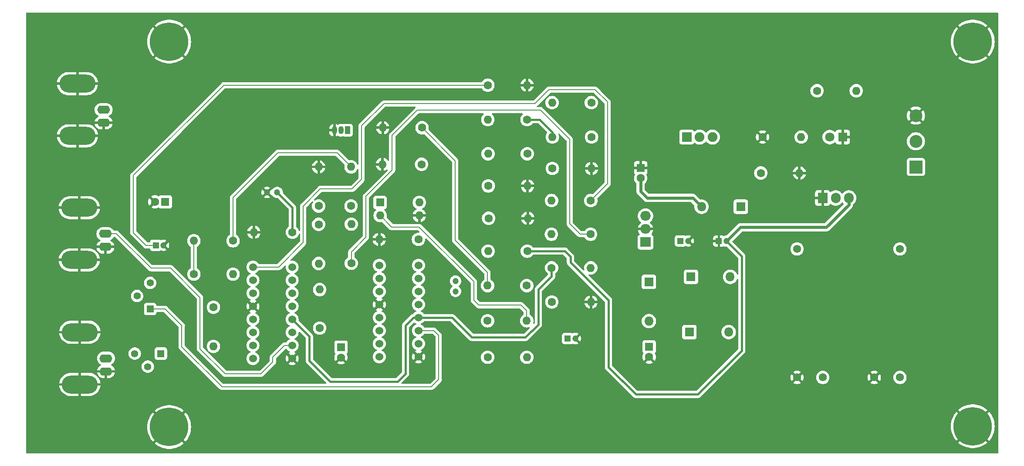
<source format=gbl>
%TF.GenerationSoftware,KiCad,Pcbnew,7.0.11-7.0.11~ubuntu22.04.1*%
%TF.CreationDate,2025-04-09T00:06:21+02:00*%
%TF.ProjectId,emulator-pcb,656d756c-6174-46f7-922d-7063622e6b69,v01*%
%TF.SameCoordinates,Original*%
%TF.FileFunction,Copper,L2,Bot*%
%TF.FilePolarity,Positive*%
%FSLAX46Y46*%
G04 Gerber Fmt 4.6, Leading zero omitted, Abs format (unit mm)*
G04 Created by KiCad (PCBNEW 7.0.11-7.0.11~ubuntu22.04.1) date 2025-04-09 00:06:21*
%MOMM*%
%LPD*%
G01*
G04 APERTURE LIST*
%TA.AperFunction,ComponentPad*%
%ADD10C,1.400000*%
%TD*%
%TA.AperFunction,ComponentPad*%
%ADD11R,1.400000X1.400000*%
%TD*%
%TA.AperFunction,ComponentPad*%
%ADD12C,1.574800*%
%TD*%
%TA.AperFunction,ComponentPad*%
%ADD13R,2.500000X2.500000*%
%TD*%
%TA.AperFunction,ComponentPad*%
%ADD14C,2.500000*%
%TD*%
%TA.AperFunction,ComponentPad*%
%ADD15C,7.500000*%
%TD*%
%TA.AperFunction,ComponentPad*%
%ADD16O,1.600000X1.600000*%
%TD*%
%TA.AperFunction,ComponentPad*%
%ADD17C,1.600000*%
%TD*%
%TA.AperFunction,ComponentPad*%
%ADD18C,1.524000*%
%TD*%
%TA.AperFunction,ComponentPad*%
%ADD19R,1.200000X1.200000*%
%TD*%
%TA.AperFunction,ComponentPad*%
%ADD20C,1.200000*%
%TD*%
%TA.AperFunction,ComponentPad*%
%ADD21O,7.000000X3.500000*%
%TD*%
%TA.AperFunction,ComponentPad*%
%ADD22O,2.500000X1.600000*%
%TD*%
%TA.AperFunction,ComponentPad*%
%ADD23R,1.800000X1.800000*%
%TD*%
%TA.AperFunction,ComponentPad*%
%ADD24O,1.800000X1.800000*%
%TD*%
%TA.AperFunction,ComponentPad*%
%ADD25R,1.600000X1.600000*%
%TD*%
%TA.AperFunction,ComponentPad*%
%ADD26O,1.050000X1.500000*%
%TD*%
%TA.AperFunction,ComponentPad*%
%ADD27R,1.050000X1.500000*%
%TD*%
%TA.AperFunction,ComponentPad*%
%ADD28C,1.800000*%
%TD*%
%TA.AperFunction,ComponentPad*%
%ADD29R,2.000000X1.905000*%
%TD*%
%TA.AperFunction,ComponentPad*%
%ADD30O,2.000000X1.905000*%
%TD*%
%TA.AperFunction,ComponentPad*%
%ADD31C,1.900000*%
%TD*%
%TA.AperFunction,ComponentPad*%
%ADD32R,1.900000X1.900000*%
%TD*%
%TA.AperFunction,ComponentPad*%
%ADD33R,1.905000X2.000000*%
%TD*%
%TA.AperFunction,ComponentPad*%
%ADD34O,1.905000X2.000000*%
%TD*%
%TA.AperFunction,Conductor*%
%ADD35C,0.200000*%
%TD*%
%TA.AperFunction,Conductor*%
%ADD36C,0.400000*%
%TD*%
%TA.AperFunction,Conductor*%
%ADD37C,0.600000*%
%TD*%
G04 APERTURE END LIST*
D10*
%TO.P,RV1,3,3*%
%TO.N,Net-(C2-Pad1)*%
X116350000Y-108450000D03*
%TO.P,RV1,2,2*%
X113810000Y-110990000D03*
D11*
%TO.P,RV1,1,1*%
%TO.N,Net-(U1-MO)*%
X116350000Y-113530000D03*
%TD*%
%TO.P,RV2,1,1*%
%TO.N,Net-(U3-MO)*%
X118430000Y-122200000D03*
D10*
%TO.P,RV2,2,2*%
%TO.N,Net-(C4-Pad1)*%
X115890000Y-124740000D03*
%TO.P,RV2,3,3*%
X113350000Y-122200000D03*
%TD*%
D12*
%TO.P,XMER1,1,1*%
%TO.N,Net-(P2-AC_P)*%
X262100000Y-101850000D03*
%TO.P,XMER1,5,5*%
%TO.N,Net-(P2-AC_N)*%
X242100000Y-101850000D03*
%TO.P,XMER1,6,6*%
%TO.N,GND*%
X242100000Y-126850001D03*
%TO.P,XMER1,7,7*%
%TO.N,Net-(D3-K)*%
X247100000Y-126850001D03*
%TO.P,XMER1,9,9*%
%TO.N,GND*%
X257100000Y-126850001D03*
%TO.P,XMER1,10,10*%
%TO.N,Net-(D1-K)*%
X262100000Y-126850001D03*
%TD*%
D13*
%TO.P,P2,1,AC_P*%
%TO.N,Net-(P2-AC_P)*%
X265200000Y-85900000D03*
D14*
%TO.P,P2,2,AC_N*%
%TO.N,Net-(P2-AC_N)*%
X265200000Y-80900000D03*
%TO.P,P2,3,EARTH*%
%TO.N,GND*%
X265200000Y-75900000D03*
%TD*%
D15*
%TO.P,Mount4,1*%
%TO.N,GND*%
X120050000Y-136500000D03*
%TD*%
%TO.P,Mount3,1*%
%TO.N,GND*%
X276250000Y-136350000D03*
%TD*%
%TO.P,Mount2,1*%
%TO.N,GND*%
X276250000Y-61500000D03*
%TD*%
%TO.P,Mount1,1*%
%TO.N,GND*%
X120050000Y-61500000D03*
%TD*%
D16*
%TO.P,R23,2*%
%TO.N,-1V*%
X181930000Y-108975000D03*
D17*
%TO.P,R23,1*%
%TO.N,-12V*%
X189550000Y-108975000D03*
%TD*%
D18*
%TO.P,U1,16,SYMA2*%
%TO.N,unconnected-(U1-SYMA2-Pad16)*%
X160900000Y-122825000D03*
%TO.P,U1,15,SYMA1*%
%TO.N,unconnected-(U1-SYMA1-Pad15)*%
X160900000Y-120285000D03*
%TO.P,U1,14,WAVEA2*%
%TO.N,unconnected-(U1-WAVEA2-Pad14)*%
X160900000Y-117745000D03*
%TO.P,U1,13,WAVEA1*%
%TO.N,unconnected-(U1-WAVEA1-Pad13)*%
X160900000Y-115205000D03*
%TO.P,U1,12,GND*%
%TO.N,GND*%
X160900000Y-112665000D03*
%TO.P,U1,11,SYNCO*%
%TO.N,V_sq*%
X160900000Y-110125000D03*
%TO.P,U1,10,BIAS*%
%TO.N,Net-(U1-BIAS)*%
X160900000Y-107585000D03*
%TO.P,U1,9,FSKI*%
%TO.N,V_sq*%
X160900000Y-105045000D03*
%TO.P,U1,8,TR2*%
%TO.N,Net-(U1-TR2)*%
X168520000Y-105045000D03*
%TO.P,U1,7,TR1*%
%TO.N,Net-(U1-TR1)*%
X168520000Y-107585000D03*
%TO.P,U1,6,TC2*%
%TO.N,Net-(U1-TC2)*%
X168520000Y-110125000D03*
%TO.P,U1,5,TC1*%
%TO.N,Net-(U1-TC1)*%
X168520000Y-112665000D03*
%TO.P,U1,4,Vcc*%
%TO.N,+9V*%
X168520000Y-115205000D03*
%TO.P,U1,3,MO*%
%TO.N,Net-(U1-MO)*%
X168520000Y-117745000D03*
%TO.P,U1,2,STO*%
%TO.N,V_saw*%
X168520000Y-120285000D03*
%TO.P,U1,1,AMSI*%
%TO.N,GND*%
X168520000Y-122825000D03*
%TD*%
D17*
%TO.P,R20,1*%
%TO.N,Net-(U3-FSKI)*%
X202000000Y-92425000D03*
D16*
%TO.P,R20,2*%
%TO.N,+9V*%
X194380000Y-92425000D03*
%TD*%
%TO.P,C7,2*%
%TO.N,GND*%
X136500000Y-98600000D03*
D17*
%TO.P,C7,1*%
%TO.N,+9V*%
X144000000Y-98600000D03*
%TD*%
D16*
%TO.P,R2,2*%
%TO.N,GND*%
X160890000Y-99975000D03*
D17*
%TO.P,R2,1*%
%TO.N,Net-(U1-TR2)*%
X168510000Y-99975000D03*
%TD*%
D16*
%TO.P,R28,2*%
%TO.N,+6V*%
X182030000Y-83325000D03*
D17*
%TO.P,R28,1*%
%TO.N,+12V*%
X189650000Y-83325000D03*
%TD*%
D19*
%TO.P,C4,1*%
%TO.N,Net-(C4-Pad1)*%
X197500000Y-119275000D03*
D20*
%TO.P,C4,2*%
%TO.N,GND*%
X199000000Y-119275000D03*
%TD*%
%TO.P,C2,2*%
%TO.N,GND*%
X118947401Y-101130000D03*
D19*
%TO.P,C2,1*%
%TO.N,Net-(C2-Pad1)*%
X117447401Y-101130000D03*
%TD*%
D17*
%TO.P,C13,1*%
%TO.N,12V1*%
X235050000Y-87075000D03*
D16*
%TO.P,C13,2*%
%TO.N,GND*%
X242550000Y-87075000D03*
%TD*%
D17*
%TO.P,R17,1*%
%TO.N,+9V*%
X194390000Y-105525000D03*
D16*
%TO.P,R17,2*%
%TO.N,Net-(C4-Pad1)*%
X202010000Y-105525000D03*
%TD*%
%TO.P,C5,2*%
%TO.N,Net-(U3-TC2)*%
X149300000Y-109750000D03*
D17*
%TO.P,C5,1*%
%TO.N,Net-(U3-TC1)*%
X149300000Y-117250000D03*
%TD*%
D21*
%TO.P,J3,2,Ext*%
%TO.N,GND*%
X102220000Y-69670000D03*
D22*
X107300000Y-77290000D03*
D21*
X102220000Y-79830000D03*
D22*
%TO.P,J3,1,In*%
%TO.N,Vp*%
X107300000Y-74750000D03*
%TD*%
D16*
%TO.P,R16,2*%
%TO.N,Net-(U3-TR1)*%
X149100000Y-104685000D03*
D17*
%TO.P,R16,1*%
%TO.N,Net-(R15-Pad1)*%
X149100000Y-97065000D03*
%TD*%
D16*
%TO.P,R7,2*%
%TO.N,Net-(U2A--)*%
X189570000Y-122925000D03*
D17*
%TO.P,R7,1*%
%TO.N,V_saw*%
X181950000Y-122925000D03*
%TD*%
D19*
%TO.P,C12,1*%
%TO.N,GND*%
X226900000Y-100325000D03*
D20*
%TO.P,C12,2*%
%TO.N,-12V*%
X228400000Y-100325000D03*
%TD*%
D16*
%TO.P,R11,2*%
%TO.N,Net-(R11-Pad2)*%
X155400000Y-85865000D03*
D17*
%TO.P,R11,1*%
%TO.N,Net-(U2A--)*%
X155400000Y-93485000D03*
%TD*%
D16*
%TO.P,R5,2*%
%TO.N,Net-(C2-Pad1)*%
X181980000Y-76675000D03*
D17*
%TO.P,R5,1*%
%TO.N,+9V*%
X189600000Y-76675000D03*
%TD*%
D22*
%TO.P,J1,1,In*%
%TO.N,Vx*%
X107770000Y-123130000D03*
D21*
%TO.P,J1,2,Ext*%
%TO.N,GND*%
X102690000Y-128210000D03*
D22*
X107770000Y-125670000D03*
D21*
X102690000Y-118050000D03*
%TD*%
D23*
%TO.P,D2,1,K*%
%TO.N,Net-(D2-K)*%
X221480000Y-107275000D03*
D24*
%TO.P,D2,2,A*%
%TO.N,Net-(D1-K)*%
X229100000Y-107275000D03*
%TD*%
D16*
%TO.P,R24,2*%
%TO.N,+9V*%
X194530000Y-80075000D03*
D17*
%TO.P,R24,1*%
%TO.N,+12V*%
X202150000Y-80075000D03*
%TD*%
%TO.P,R19,1*%
%TO.N,Net-(C4-Pad1)*%
X194430000Y-112175000D03*
D16*
%TO.P,R19,2*%
%TO.N,GND*%
X202050000Y-112175000D03*
%TD*%
D19*
%TO.P,C11,1*%
%TO.N,12V1*%
X219450000Y-100275000D03*
D20*
%TO.P,C11,2*%
%TO.N,GND*%
X220950000Y-100275000D03*
%TD*%
D16*
%TO.P,R4,2*%
%TO.N,GND*%
X189610000Y-69975000D03*
D17*
%TO.P,R4,1*%
%TO.N,Net-(C2-Pad1)*%
X181990000Y-69975000D03*
%TD*%
D18*
%TO.P,U3,16,SYMA2*%
%TO.N,unconnected-(U3-SYMA2-Pad16)*%
X136330000Y-123165000D03*
%TO.P,U3,15,SYMA1*%
%TO.N,unconnected-(U3-SYMA1-Pad15)*%
X136330000Y-120625000D03*
%TO.P,U3,14,WAVEA2*%
%TO.N,Net-(U3-WAVEA2)*%
X136330000Y-118085000D03*
%TO.P,U3,13,WAVEA1*%
%TO.N,Net-(U3-WAVEA1)*%
X136330000Y-115545000D03*
%TO.P,U3,12,GND*%
%TO.N,GND*%
X136330000Y-113005000D03*
%TO.P,U3,11,SYNCO*%
%TO.N,Net-(U3-FSKI)*%
X136330000Y-110465000D03*
%TO.P,U3,10,BIAS*%
%TO.N,Net-(U3-BIAS)*%
X136330000Y-107925000D03*
%TO.P,U3,9,FSKI*%
%TO.N,Net-(U3-FSKI)*%
X136330000Y-105385000D03*
%TO.P,U3,8,TR2*%
%TO.N,unconnected-(U3-TR2-Pad8)*%
X143950000Y-105385000D03*
%TO.P,U3,7,TR1*%
%TO.N,Net-(U3-TR1)*%
X143950000Y-107925000D03*
%TO.P,U3,6,TC2*%
%TO.N,Net-(U3-TC2)*%
X143950000Y-110465000D03*
%TO.P,U3,5,TC1*%
%TO.N,Net-(U3-TC1)*%
X143950000Y-113005000D03*
%TO.P,U3,4,Vcc*%
%TO.N,+9V*%
X143950000Y-115545000D03*
%TO.P,U3,3,MO*%
%TO.N,Net-(U3-MO)*%
X143950000Y-118085000D03*
%TO.P,U3,2,STO*%
%TO.N,Vy*%
X143950000Y-120625000D03*
%TO.P,U3,1,AMSI*%
%TO.N,GND*%
X143950000Y-123165000D03*
%TD*%
D17*
%TO.P,R22,1*%
%TO.N,-1V*%
X169200000Y-78250000D03*
D16*
%TO.P,R22,2*%
%TO.N,GND*%
X161580000Y-78250000D03*
%TD*%
%TO.P,R13,2*%
%TO.N,Vx*%
X132460000Y-106750000D03*
D17*
%TO.P,R13,1*%
%TO.N,Net-(U2B--)*%
X124840000Y-106750000D03*
%TD*%
D16*
%TO.P,U2,4,V-*%
%TO.N,-6V*%
X168670000Y-92800000D03*
%TO.P,U2,3,+*%
%TO.N,GND*%
X168670000Y-95340000D03*
%TO.P,U2,2,-*%
%TO.N,Net-(U2A--)*%
X161050000Y-95340000D03*
D25*
%TO.P,U2,1*%
%TO.N,Net-(R11-Pad2)*%
X161050000Y-92800000D03*
%TD*%
D16*
%TO.P,R15,2*%
%TO.N,GND*%
X149100000Y-85875000D03*
D17*
%TO.P,R15,1*%
%TO.N,Net-(R15-Pad1)*%
X149100000Y-93495000D03*
%TD*%
%TO.P,R9,1*%
%TO.N,-6V*%
X182140000Y-95875000D03*
D16*
%TO.P,R9,2*%
%TO.N,GND*%
X189760000Y-95875000D03*
%TD*%
D26*
%TO.P,Q1,3,E*%
%TO.N,GND*%
X152160000Y-78750000D03*
%TO.P,Q1,2,B*%
%TO.N,Net-(Q1-B)*%
X153430000Y-78750000D03*
D27*
%TO.P,Q1,1,C*%
%TO.N,Vp*%
X154700000Y-78750000D03*
%TD*%
D21*
%TO.P,J2,2,Ext*%
%TO.N,GND*%
X102570000Y-93820000D03*
D22*
X107650000Y-101440000D03*
D21*
X102570000Y-103980000D03*
D22*
%TO.P,J2,1,In*%
%TO.N,Vy*%
X107650000Y-98900000D03*
%TD*%
D16*
%TO.P,R12,2*%
%TO.N,Net-(U2B--)*%
X124840000Y-100250000D03*
D17*
%TO.P,R12,1*%
%TO.N,Net-(R11-Pad2)*%
X132460000Y-100250000D03*
%TD*%
D20*
%TO.P,C3,2*%
%TO.N,GND*%
X139050000Y-90850000D03*
%TO.P,C3,1*%
%TO.N,+9V*%
X141050000Y-90850000D03*
%TD*%
D17*
%TO.P,R25,1*%
%TO.N,+9V*%
X194530000Y-86175000D03*
D16*
%TO.P,R25,2*%
%TO.N,GND*%
X202150000Y-86175000D03*
%TD*%
D28*
%TO.P,D5,2,A*%
%TO.N,Net-(D5-A)*%
X248435000Y-80075000D03*
D23*
%TO.P,D5,1,K*%
%TO.N,GND*%
X250975000Y-80075000D03*
%TD*%
D20*
%TO.P,C1,2*%
%TO.N,Net-(U1-TC2)*%
X175700000Y-108100000D03*
%TO.P,C1,1*%
%TO.N,Net-(U1-TC1)*%
X175700000Y-110100000D03*
%TD*%
D17*
%TO.P,R10,1*%
%TO.N,+12V*%
X202100000Y-73375000D03*
D16*
%TO.P,R10,2*%
%TO.N,Vp*%
X194480000Y-73375000D03*
%TD*%
D17*
%TO.P,R26,1*%
%TO.N,+12V*%
X245980000Y-71075000D03*
D16*
%TO.P,R26,2*%
%TO.N,Net-(D5-A)*%
X253600000Y-71075000D03*
%TD*%
D17*
%TO.P,C6,2*%
%TO.N,GND*%
X153450000Y-122975000D03*
D25*
%TO.P,C6,1*%
%TO.N,Net-(U1-BIAS)*%
X153450000Y-120975000D03*
%TD*%
%TO.P,C9,1*%
%TO.N,GND*%
X211700000Y-86069888D03*
D17*
%TO.P,C9,2*%
%TO.N,Net-(D1-A)*%
X211700000Y-88069888D03*
%TD*%
D29*
%TO.P,U4,1,VI*%
%TO.N,Net-(D2-K)*%
X212645000Y-100515000D03*
D30*
%TO.P,U4,2,GND*%
%TO.N,GND*%
X212645000Y-97975000D03*
%TO.P,U4,3,VO*%
%TO.N,12V1*%
X212645000Y-95435000D03*
%TD*%
D17*
%TO.P,C15,2*%
%TO.N,GND*%
X117270000Y-92680000D03*
D25*
%TO.P,C15,1*%
%TO.N,Net-(U3-BIAS)*%
X119270000Y-92680000D03*
%TD*%
D17*
%TO.P,R1,1*%
%TO.N,Net-(U1-TR1)*%
X169110000Y-85375000D03*
D16*
%TO.P,R1,2*%
%TO.N,GND*%
X161490000Y-85375000D03*
%TD*%
%TO.P,R3,2*%
%TO.N,Net-(Q1-B)*%
X155450000Y-97015000D03*
D17*
%TO.P,R3,1*%
%TO.N,V_sq*%
X155450000Y-104635000D03*
%TD*%
D31*
%TO.P,S1,3*%
%TO.N,unconnected-(S1-Pad3)*%
X225650000Y-80075000D03*
%TO.P,S1,2*%
%TO.N,12V1*%
X223150000Y-80075000D03*
D32*
%TO.P,S1,1*%
%TO.N,+12V*%
X220650000Y-80075000D03*
%TD*%
D16*
%TO.P,R14,2*%
%TO.N,-6V*%
X182040000Y-102275000D03*
D17*
%TO.P,R14,1*%
%TO.N,-12V*%
X189660000Y-102275000D03*
%TD*%
D23*
%TO.P,D4,1,K*%
%TO.N,Net-(D2-K)*%
X213300000Y-108265000D03*
D24*
%TO.P,D4,2,A*%
%TO.N,Net-(D3-K)*%
X213300000Y-115885000D03*
%TD*%
D23*
%TO.P,D1,1,K*%
%TO.N,Net-(D1-K)*%
X231150000Y-93625000D03*
D24*
%TO.P,D1,2,A*%
%TO.N,Net-(D1-A)*%
X223530000Y-93625000D03*
%TD*%
D17*
%TO.P,R6,1*%
%TO.N,V_sq*%
X201960000Y-98975000D03*
D16*
%TO.P,R6,2*%
%TO.N,+9V*%
X194340000Y-98975000D03*
%TD*%
D25*
%TO.P,C10,1*%
%TO.N,Net-(D2-K)*%
X213350000Y-120875000D03*
D17*
%TO.P,C10,2*%
%TO.N,GND*%
X213350000Y-122875000D03*
%TD*%
D16*
%TO.P,R21,2*%
%TO.N,Net-(U3-WAVEA2)*%
X128650000Y-120810000D03*
D17*
%TO.P,R21,1*%
%TO.N,Net-(U3-WAVEA1)*%
X128650000Y-113190000D03*
%TD*%
D33*
%TO.P,U5,1,GND*%
%TO.N,GND*%
X247060000Y-91920000D03*
D34*
%TO.P,U5,2,VI*%
%TO.N,Net-(D1-A)*%
X249600000Y-91920000D03*
%TO.P,U5,3,VO*%
%TO.N,-12V*%
X252140000Y-91920000D03*
%TD*%
D17*
%TO.P,C14,1*%
%TO.N,GND*%
X235400000Y-80075000D03*
D16*
%TO.P,C14,2*%
%TO.N,-12V*%
X242900000Y-80075000D03*
%TD*%
D23*
%TO.P,D3,1,K*%
%TO.N,Net-(D3-K)*%
X221180000Y-118025000D03*
D24*
%TO.P,D3,2,A*%
%TO.N,Net-(D1-A)*%
X228800000Y-118025000D03*
%TD*%
D16*
%TO.P,R18,2*%
%TO.N,GND*%
X189700000Y-89575000D03*
D17*
%TO.P,R18,1*%
%TO.N,+6V*%
X182080000Y-89575000D03*
%TD*%
D16*
%TO.P,R8,2*%
%TO.N,Net-(U2A--)*%
X189550000Y-115825000D03*
D17*
%TO.P,R8,1*%
%TO.N,-1V*%
X181930000Y-115825000D03*
%TD*%
D35*
%TO.N,Net-(U1-MO)*%
X168520000Y-117745000D02*
X171495000Y-117745000D01*
X122500000Y-120900000D02*
X122500000Y-116750000D01*
X171495000Y-117745000D02*
X172450000Y-118700000D01*
X172450000Y-118700000D02*
X172450000Y-127250000D01*
X119290000Y-113540000D02*
X115800000Y-113540000D01*
X172450000Y-127250000D02*
X171000000Y-128700000D01*
X122500000Y-116750000D02*
X119290000Y-113540000D01*
X171000000Y-128700000D02*
X130300000Y-128700000D01*
X130300000Y-128700000D02*
X122500000Y-120900000D01*
%TO.N,Net-(U2A--)*%
X189550000Y-115825000D02*
X189550000Y-113900000D01*
X189550000Y-113900000D02*
X188450000Y-112800000D01*
X188450000Y-112800000D02*
X180250000Y-112800000D01*
X168650000Y-97600000D02*
X163310000Y-97600000D01*
X180250000Y-112800000D02*
X179250000Y-111800000D01*
X179250000Y-108200000D02*
X168650000Y-97600000D01*
X179250000Y-111800000D02*
X179250000Y-108200000D01*
X163310000Y-97600000D02*
X161050000Y-95340000D01*
%TO.N,V_sq*%
X155450000Y-102400000D02*
X155450000Y-104635000D01*
X158300000Y-91600000D02*
X158300000Y-99550000D01*
X163400000Y-86500000D02*
X158300000Y-91600000D01*
X158300000Y-99550000D02*
X155450000Y-102400000D01*
X192235050Y-74850000D02*
X168300000Y-74850000D01*
X197900000Y-80514950D02*
X192235050Y-74850000D01*
X197900000Y-96950000D02*
X197900000Y-80514950D01*
X163400000Y-79750000D02*
X163400000Y-86500000D01*
X168300000Y-74850000D02*
X163400000Y-79750000D01*
X199925000Y-98975000D02*
X197900000Y-96950000D01*
X201960000Y-98975000D02*
X199925000Y-98975000D01*
D36*
%TO.N,+9V*%
X194390000Y-105525000D02*
X194390000Y-107160000D01*
X191800000Y-109750000D02*
X191800000Y-116550000D01*
X194390000Y-107160000D02*
X191800000Y-109750000D01*
X191800000Y-116550000D02*
X189300000Y-119050000D01*
X189300000Y-119050000D02*
X178850000Y-119050000D01*
X178850000Y-119050000D02*
X175005000Y-115205000D01*
X175005000Y-115205000D02*
X168520000Y-115205000D01*
%TO.N,-12V*%
X228400000Y-100325000D02*
X231350000Y-103275000D01*
X231350000Y-103275000D02*
X231350000Y-121625000D01*
X231350000Y-121625000D02*
X222825000Y-130150000D01*
X222825000Y-130150000D02*
X210750000Y-130150000D01*
X210750000Y-130150000D02*
X205450000Y-124850000D01*
X205450000Y-124850000D02*
X205450000Y-111850000D01*
X205450000Y-111850000D02*
X198050000Y-104450000D01*
X198050000Y-104450000D02*
X198050000Y-103350000D01*
X196975000Y-102275000D02*
X189660000Y-102275000D01*
X198050000Y-103350000D02*
X196975000Y-102275000D01*
D35*
%TO.N,Net-(U3-FSKI)*%
X146100000Y-100600000D02*
X141315000Y-105385000D01*
X161800000Y-73550000D02*
X157450000Y-77900000D01*
X202850000Y-70850000D02*
X193869365Y-70850000D01*
X205250000Y-73250000D02*
X202850000Y-70850000D01*
X202000000Y-92425000D02*
X205250000Y-89175000D01*
X157450000Y-88300000D02*
X155579036Y-90170964D01*
X157450000Y-77900000D02*
X157450000Y-88300000D01*
X149429036Y-90170964D02*
X146100000Y-93500000D01*
X146100000Y-93500000D02*
X146100000Y-100600000D01*
X193869365Y-70850000D02*
X191169365Y-73550000D01*
X191169365Y-73550000D02*
X161800000Y-73550000D01*
X141315000Y-105385000D02*
X136330000Y-105385000D01*
X155579036Y-90170964D02*
X149429036Y-90170964D01*
X205250000Y-89175000D02*
X205250000Y-73250000D01*
%TO.N,Net-(C2-Pad1)*%
X117447401Y-101130000D02*
X115530000Y-101130000D01*
X115530000Y-101130000D02*
X113100000Y-98700000D01*
X113100000Y-98700000D02*
X113100000Y-87550000D01*
X113100000Y-87550000D02*
X130675000Y-69975000D01*
X130675000Y-69975000D02*
X181990000Y-69975000D01*
%TO.N,Vy*%
X107650000Y-98900000D02*
X109800000Y-98900000D01*
X126050000Y-121300000D02*
X130900000Y-126150000D01*
X130900000Y-126150000D02*
X137900000Y-126150000D01*
X142475000Y-120625000D02*
X143950000Y-120625000D01*
X109800000Y-98900000D02*
X116500000Y-105600000D01*
X126050000Y-111300000D02*
X126050000Y-121300000D01*
X116500000Y-105600000D02*
X120350000Y-105600000D01*
X140200000Y-122900000D02*
X142475000Y-120625000D01*
X120350000Y-105600000D02*
X126050000Y-111300000D01*
X137900000Y-126150000D02*
X140200000Y-123850000D01*
X140200000Y-123850000D02*
X140200000Y-122900000D01*
%TO.N,-1V*%
X169200000Y-78250000D02*
X175650000Y-84700000D01*
X175650000Y-84700000D02*
X175650000Y-100150000D01*
X175650000Y-100150000D02*
X181930000Y-106430000D01*
X181930000Y-106430000D02*
X181930000Y-108975000D01*
%TO.N,Net-(U2B--)*%
X124840000Y-106750000D02*
X124840000Y-100250000D01*
%TO.N,Net-(R11-Pad2)*%
X132460000Y-100250000D02*
X132460000Y-91840000D01*
X132460000Y-91840000D02*
X141150000Y-83150000D01*
X152685000Y-83150000D02*
X155400000Y-85865000D01*
X141150000Y-83150000D02*
X152685000Y-83150000D01*
D36*
%TO.N,+9V*%
X143950000Y-115545000D02*
X147300000Y-118895000D01*
X147300000Y-118895000D02*
X147300000Y-123625000D01*
X147300000Y-123625000D02*
X151350000Y-127675000D01*
X151350000Y-127675000D02*
X164425000Y-127675000D01*
X166000000Y-116750000D02*
X167545000Y-115205000D01*
X164425000Y-127675000D02*
X166000000Y-126100000D01*
X166000000Y-126100000D02*
X166000000Y-116750000D01*
X167545000Y-115205000D02*
X168520000Y-115205000D01*
X144000000Y-98600000D02*
X144000000Y-93800000D01*
X144000000Y-93800000D02*
X141050000Y-90850000D01*
X194530000Y-80075000D02*
X194530000Y-79130000D01*
X194530000Y-79130000D02*
X192075000Y-76675000D01*
X192075000Y-76675000D02*
X189600000Y-76675000D01*
D35*
%TO.N,Net-(D2-K)*%
X212645000Y-107610000D02*
X213300000Y-108265000D01*
D37*
%TO.N,Net-(D1-A)*%
X211700000Y-88069888D02*
X211700000Y-90675000D01*
X211700000Y-90675000D02*
X212950000Y-91925000D01*
X212950000Y-91925000D02*
X221830000Y-91925000D01*
X221830000Y-91925000D02*
X223530000Y-93625000D01*
%TO.N,-12V*%
X247800000Y-97625000D02*
X252140000Y-93285000D01*
X252140000Y-93285000D02*
X252140000Y-91920000D01*
X247800000Y-97625000D02*
X231100000Y-97625000D01*
X231100000Y-97625000D02*
X228400000Y-100325000D01*
%TD*%
%TA.AperFunction,Conductor*%
%TO.N,GND*%
G36*
X167680154Y-116163014D02*
G01*
X167707939Y-116177617D01*
X167886338Y-116302534D01*
X168000729Y-116355875D01*
X168015189Y-116362618D01*
X168067628Y-116408790D01*
X168086780Y-116475984D01*
X168066564Y-116542865D01*
X168015189Y-116587382D01*
X167886340Y-116647465D01*
X167886338Y-116647466D01*
X167705377Y-116774175D01*
X167549175Y-116930377D01*
X167422466Y-117111338D01*
X167422465Y-117111340D01*
X167329107Y-117311548D01*
X167329104Y-117311554D01*
X167271930Y-117524929D01*
X167271929Y-117524937D01*
X167252677Y-117744997D01*
X167252677Y-117745002D01*
X167271929Y-117965062D01*
X167271930Y-117965070D01*
X167329104Y-118178445D01*
X167329105Y-118178447D01*
X167329106Y-118178450D01*
X167393925Y-118317455D01*
X167422466Y-118378662D01*
X167422468Y-118378666D01*
X167549170Y-118559615D01*
X167549175Y-118559621D01*
X167705378Y-118715824D01*
X167705384Y-118715829D01*
X167886333Y-118842531D01*
X167886335Y-118842532D01*
X167886338Y-118842534D01*
X167984156Y-118888147D01*
X168015189Y-118902618D01*
X168067628Y-118948790D01*
X168086780Y-119015984D01*
X168066564Y-119082865D01*
X168015189Y-119127382D01*
X167886340Y-119187465D01*
X167886338Y-119187466D01*
X167705377Y-119314175D01*
X167549175Y-119470377D01*
X167422466Y-119651338D01*
X167422465Y-119651340D01*
X167329107Y-119851548D01*
X167329104Y-119851554D01*
X167271930Y-120064929D01*
X167271929Y-120064937D01*
X167252677Y-120284997D01*
X167252677Y-120285002D01*
X167271929Y-120505062D01*
X167271930Y-120505070D01*
X167329104Y-120718445D01*
X167329105Y-120718447D01*
X167329106Y-120718450D01*
X167371797Y-120810001D01*
X167422466Y-120918662D01*
X167422468Y-120918666D01*
X167549170Y-121099615D01*
X167549175Y-121099621D01*
X167705378Y-121255824D01*
X167705384Y-121255829D01*
X167886333Y-121382531D01*
X167886335Y-121382532D01*
X167886338Y-121382534D01*
X168008749Y-121439615D01*
X168015781Y-121442894D01*
X168068220Y-121489066D01*
X168087372Y-121556260D01*
X168067156Y-121623141D01*
X168015781Y-121667658D01*
X167886590Y-121727901D01*
X167821811Y-121773258D01*
X168492553Y-122444000D01*
X168488431Y-122444000D01*
X168394579Y-122459661D01*
X168282749Y-122520180D01*
X168196629Y-122613731D01*
X168145552Y-122730177D01*
X168139894Y-122798447D01*
X167468258Y-122126811D01*
X167422901Y-122191590D01*
X167329579Y-122391720D01*
X167329575Y-122391729D01*
X167272426Y-122605013D01*
X167272424Y-122605023D01*
X167253179Y-122824999D01*
X167253179Y-122825000D01*
X167272424Y-123044976D01*
X167272426Y-123044986D01*
X167329575Y-123258270D01*
X167329580Y-123258284D01*
X167422898Y-123458405D01*
X167422901Y-123458411D01*
X167468258Y-123523187D01*
X167468259Y-123523188D01*
X168135096Y-122856350D01*
X168135051Y-122856898D01*
X168166266Y-122980162D01*
X168235813Y-123086612D01*
X168336157Y-123164713D01*
X168456422Y-123206000D01*
X168492553Y-123206000D01*
X167821810Y-123876740D01*
X167886590Y-123922099D01*
X167886592Y-123922100D01*
X168086715Y-124015419D01*
X168086729Y-124015424D01*
X168300013Y-124072573D01*
X168300023Y-124072575D01*
X168519999Y-124091821D01*
X168520001Y-124091821D01*
X168739976Y-124072575D01*
X168739986Y-124072573D01*
X168953270Y-124015424D01*
X168953284Y-124015419D01*
X169153407Y-123922100D01*
X169153417Y-123922094D01*
X169218188Y-123876741D01*
X168547448Y-123206000D01*
X168551569Y-123206000D01*
X168645421Y-123190339D01*
X168757251Y-123129820D01*
X168843371Y-123036269D01*
X168894448Y-122919823D01*
X168900105Y-122851552D01*
X169571741Y-123523188D01*
X169617094Y-123458417D01*
X169617100Y-123458407D01*
X169710419Y-123258284D01*
X169710424Y-123258270D01*
X169767573Y-123044986D01*
X169767575Y-123044976D01*
X169786821Y-122825000D01*
X169786821Y-122824999D01*
X169767575Y-122605023D01*
X169767573Y-122605013D01*
X169710424Y-122391729D01*
X169710420Y-122391720D01*
X169617096Y-122191586D01*
X169571741Y-122126811D01*
X169571740Y-122126810D01*
X168904903Y-122793648D01*
X168904949Y-122793102D01*
X168873734Y-122669838D01*
X168804187Y-122563388D01*
X168703843Y-122485287D01*
X168583578Y-122444000D01*
X168547448Y-122444000D01*
X169218188Y-121773259D01*
X169218187Y-121773258D01*
X169153411Y-121727901D01*
X169153405Y-121727898D01*
X169024219Y-121667658D01*
X168971779Y-121621486D01*
X168952627Y-121554293D01*
X168972843Y-121487411D01*
X169024219Y-121442894D01*
X169031251Y-121439615D01*
X169153662Y-121382534D01*
X169334620Y-121255826D01*
X169490826Y-121099620D01*
X169617534Y-120918662D01*
X169710894Y-120718450D01*
X169768070Y-120505068D01*
X169787323Y-120285000D01*
X169787315Y-120284913D01*
X169780103Y-120202474D01*
X169768070Y-120064932D01*
X169710894Y-119851550D01*
X169617534Y-119651339D01*
X169530972Y-119527715D01*
X169490827Y-119470381D01*
X169431484Y-119411038D01*
X169334620Y-119314174D01*
X169334616Y-119314171D01*
X169334615Y-119314170D01*
X169153666Y-119187468D01*
X169153658Y-119187464D01*
X169024811Y-119127382D01*
X168972371Y-119081210D01*
X168953219Y-119014017D01*
X168973435Y-118947135D01*
X169024811Y-118902618D01*
X169055844Y-118888147D01*
X169153662Y-118842534D01*
X169334620Y-118715826D01*
X169490826Y-118559620D01*
X169579718Y-118432669D01*
X169603730Y-118398377D01*
X169658307Y-118354752D01*
X169705305Y-118345500D01*
X171194903Y-118345500D01*
X171261942Y-118365185D01*
X171282584Y-118381819D01*
X171813181Y-118912416D01*
X171846666Y-118973739D01*
X171849500Y-119000097D01*
X171849500Y-126949903D01*
X171829815Y-127016942D01*
X171813181Y-127037584D01*
X170787584Y-128063181D01*
X170726261Y-128096666D01*
X170699903Y-128099500D01*
X165290519Y-128099500D01*
X165223480Y-128079815D01*
X165177725Y-128027011D01*
X165167781Y-127957853D01*
X165196806Y-127894297D01*
X165202838Y-127887819D01*
X165498996Y-127591661D01*
X166477731Y-126612924D01*
X166483151Y-126607822D01*
X166528183Y-126567929D01*
X166562358Y-126518416D01*
X166566779Y-126512407D01*
X166603877Y-126465057D01*
X166608029Y-126455828D01*
X166619062Y-126436268D01*
X166621769Y-126432346D01*
X166624818Y-126427930D01*
X166646154Y-126371668D01*
X166649014Y-126364766D01*
X166673693Y-126309934D01*
X166673692Y-126309934D01*
X166673694Y-126309932D01*
X166675520Y-126299965D01*
X166681548Y-126278340D01*
X166685140Y-126268872D01*
X166692389Y-126209169D01*
X166693516Y-126201762D01*
X166694328Y-126197333D01*
X166704357Y-126142606D01*
X166700726Y-126082577D01*
X166700500Y-126075090D01*
X166700500Y-117091518D01*
X166720185Y-117024479D01*
X166736815Y-117003841D01*
X167549142Y-116191513D01*
X167610463Y-116158030D01*
X167680154Y-116163014D01*
G37*
%TD.AperFunction*%
%TA.AperFunction,Conductor*%
G36*
X198701262Y-119302493D02*
G01*
X198700642Y-119301358D01*
X198700866Y-119298221D01*
X198701262Y-119302493D01*
G37*
%TD.AperFunction*%
%TA.AperFunction,Conductor*%
G36*
X118648663Y-101157493D02*
G01*
X118648043Y-101156358D01*
X118648267Y-101153221D01*
X118648663Y-101157493D01*
G37*
%TD.AperFunction*%
%TA.AperFunction,Conductor*%
G36*
X220651262Y-100302493D02*
G01*
X220650642Y-100301358D01*
X220650866Y-100298221D01*
X220651262Y-100302493D01*
G37*
%TD.AperFunction*%
%TA.AperFunction,Conductor*%
G36*
X281142539Y-55870185D02*
G01*
X281188294Y-55922989D01*
X281199500Y-55974500D01*
X281199500Y-141500500D01*
X281179815Y-141567539D01*
X281127011Y-141613294D01*
X281075500Y-141624500D01*
X92324500Y-141624500D01*
X92257461Y-141604815D01*
X92211706Y-141552011D01*
X92200500Y-141500500D01*
X92200500Y-136500000D01*
X115795181Y-136500000D01*
X115814447Y-136904450D01*
X115872071Y-137305231D01*
X115967531Y-137698722D01*
X115967534Y-137698733D01*
X116099956Y-138081340D01*
X116099966Y-138081365D01*
X116268168Y-138449675D01*
X116470621Y-138800335D01*
X116470627Y-138800343D01*
X116705485Y-139130154D01*
X116872985Y-139323460D01*
X118363103Y-137833341D01*
X118475031Y-137970918D01*
X118689990Y-138171676D01*
X118714543Y-138189007D01*
X117224928Y-139678622D01*
X117263676Y-139715568D01*
X117263695Y-139715585D01*
X117581968Y-139965877D01*
X117922594Y-140184782D01*
X118282485Y-140370319D01*
X118658383Y-140520806D01*
X118658395Y-140520810D01*
X119046882Y-140634880D01*
X119046899Y-140634884D01*
X119444460Y-140711508D01*
X119444472Y-140711510D01*
X119847554Y-140750000D01*
X120252446Y-140750000D01*
X120655527Y-140711510D01*
X120655539Y-140711508D01*
X121053100Y-140634884D01*
X121053117Y-140634880D01*
X121441604Y-140520810D01*
X121441616Y-140520806D01*
X121817507Y-140370322D01*
X121817511Y-140370320D01*
X122177406Y-140184782D01*
X122518031Y-139965877D01*
X122836314Y-139715578D01*
X122875069Y-139678622D01*
X121385455Y-138189008D01*
X121410010Y-138171676D01*
X121624969Y-137970918D01*
X121736895Y-137833342D01*
X123227012Y-139323459D01*
X123394512Y-139130156D01*
X123394523Y-139130143D01*
X123629372Y-138800343D01*
X123629378Y-138800335D01*
X123831831Y-138449675D01*
X124000033Y-138081365D01*
X124000043Y-138081340D01*
X124132465Y-137698733D01*
X124132468Y-137698722D01*
X124227928Y-137305231D01*
X124285552Y-136904450D01*
X124304818Y-136500000D01*
X124297673Y-136350000D01*
X271995181Y-136350000D01*
X272014447Y-136754450D01*
X272072071Y-137155231D01*
X272167531Y-137548722D01*
X272167534Y-137548733D01*
X272299956Y-137931340D01*
X272299966Y-137931365D01*
X272468168Y-138299675D01*
X272670621Y-138650335D01*
X272670627Y-138650343D01*
X272905485Y-138980154D01*
X273072985Y-139173460D01*
X274563103Y-137683341D01*
X274675031Y-137820918D01*
X274889990Y-138021676D01*
X274914543Y-138039007D01*
X273424928Y-139528622D01*
X273463676Y-139565568D01*
X273463695Y-139565585D01*
X273781968Y-139815877D01*
X274122594Y-140034782D01*
X274482485Y-140220319D01*
X274858383Y-140370806D01*
X274858395Y-140370810D01*
X275246882Y-140484880D01*
X275246899Y-140484884D01*
X275644460Y-140561508D01*
X275644472Y-140561510D01*
X276047554Y-140600000D01*
X276452446Y-140600000D01*
X276855527Y-140561510D01*
X276855539Y-140561508D01*
X277253100Y-140484884D01*
X277253117Y-140484880D01*
X277641604Y-140370810D01*
X277641616Y-140370806D01*
X278017507Y-140220322D01*
X278017511Y-140220320D01*
X278377406Y-140034782D01*
X278718031Y-139815877D01*
X279036314Y-139565578D01*
X279075069Y-139528622D01*
X277585455Y-138039008D01*
X277610010Y-138021676D01*
X277824969Y-137820918D01*
X277936895Y-137683342D01*
X279427012Y-139173459D01*
X279594512Y-138980156D01*
X279594523Y-138980143D01*
X279829372Y-138650343D01*
X279829378Y-138650335D01*
X280031831Y-138299675D01*
X280200033Y-137931365D01*
X280200043Y-137931340D01*
X280332465Y-137548733D01*
X280332468Y-137548722D01*
X280427928Y-137155231D01*
X280485552Y-136754450D01*
X280504818Y-136350000D01*
X280485552Y-135945549D01*
X280427928Y-135544768D01*
X280332468Y-135151277D01*
X280332465Y-135151266D01*
X280200043Y-134768659D01*
X280200033Y-134768634D01*
X280031831Y-134400324D01*
X279829378Y-134049664D01*
X279829372Y-134049656D01*
X279594523Y-133719856D01*
X279594512Y-133719843D01*
X279427013Y-133526538D01*
X277936894Y-135016656D01*
X277824969Y-134879082D01*
X277610010Y-134678324D01*
X277585455Y-134660991D01*
X279075070Y-133171376D01*
X279036323Y-133134431D01*
X279036304Y-133134414D01*
X278718031Y-132884122D01*
X278377406Y-132665217D01*
X278017511Y-132479679D01*
X278017507Y-132479677D01*
X277641616Y-132329193D01*
X277641604Y-132329189D01*
X277253117Y-132215119D01*
X277253100Y-132215115D01*
X276855539Y-132138491D01*
X276855527Y-132138489D01*
X276452446Y-132100000D01*
X276047554Y-132100000D01*
X275644472Y-132138489D01*
X275644460Y-132138491D01*
X275246899Y-132215115D01*
X275246882Y-132215119D01*
X274858395Y-132329189D01*
X274858383Y-132329193D01*
X274482485Y-132479680D01*
X274122594Y-132665217D01*
X273781968Y-132884122D01*
X273463685Y-133134421D01*
X273463673Y-133134432D01*
X273424929Y-133171375D01*
X273424929Y-133171376D01*
X274914544Y-134660991D01*
X274889990Y-134678324D01*
X274675031Y-134879082D01*
X274563104Y-135016657D01*
X273072986Y-133526539D01*
X272905485Y-133719845D01*
X272670627Y-134049656D01*
X272670621Y-134049664D01*
X272468168Y-134400324D01*
X272299966Y-134768634D01*
X272299956Y-134768659D01*
X272167534Y-135151266D01*
X272167531Y-135151277D01*
X272072071Y-135544768D01*
X272014447Y-135945549D01*
X271995181Y-136350000D01*
X124297673Y-136350000D01*
X124285552Y-136095549D01*
X124227928Y-135694768D01*
X124132468Y-135301277D01*
X124132465Y-135301266D01*
X124000043Y-134918659D01*
X124000033Y-134918634D01*
X123831831Y-134550324D01*
X123629378Y-134199664D01*
X123629372Y-134199656D01*
X123394523Y-133869856D01*
X123394512Y-133869843D01*
X123227013Y-133676538D01*
X121736894Y-135166656D01*
X121624969Y-135029082D01*
X121410010Y-134828324D01*
X121385455Y-134810991D01*
X122875070Y-133321376D01*
X122836323Y-133284431D01*
X122836304Y-133284414D01*
X122518031Y-133034122D01*
X122177406Y-132815217D01*
X121817511Y-132629679D01*
X121817507Y-132629677D01*
X121441616Y-132479193D01*
X121441604Y-132479189D01*
X121053117Y-132365119D01*
X121053100Y-132365115D01*
X120655539Y-132288491D01*
X120655527Y-132288489D01*
X120252446Y-132250000D01*
X119847554Y-132250000D01*
X119444472Y-132288489D01*
X119444460Y-132288491D01*
X119046899Y-132365115D01*
X119046882Y-132365119D01*
X118658395Y-132479189D01*
X118658383Y-132479193D01*
X118282485Y-132629680D01*
X117922594Y-132815217D01*
X117581968Y-133034122D01*
X117263685Y-133284421D01*
X117263673Y-133284432D01*
X117224929Y-133321375D01*
X117224929Y-133321376D01*
X118714544Y-134810991D01*
X118689990Y-134828324D01*
X118475031Y-135029082D01*
X118363104Y-135166657D01*
X116872986Y-133676539D01*
X116705485Y-133869845D01*
X116470627Y-134199656D01*
X116470621Y-134199664D01*
X116268168Y-134550324D01*
X116099966Y-134918634D01*
X116099956Y-134918659D01*
X115967534Y-135301266D01*
X115967531Y-135301277D01*
X115872071Y-135694768D01*
X115814447Y-136095549D01*
X115795181Y-136500000D01*
X92200500Y-136500000D01*
X92200500Y-127960000D01*
X98700385Y-127960000D01*
X101716589Y-127960000D01*
X101691466Y-128057030D01*
X101681114Y-128261165D01*
X101711574Y-128460000D01*
X98703793Y-128460000D01*
X98716375Y-128585076D01*
X98716376Y-128585079D01*
X98786208Y-128878107D01*
X98786210Y-128878116D01*
X98894474Y-129159216D01*
X98894481Y-129159231D01*
X99039248Y-129423395D01*
X99039252Y-129423401D01*
X99217935Y-129665911D01*
X99427355Y-129882451D01*
X99427362Y-129882457D01*
X99663768Y-130069145D01*
X99922948Y-130222657D01*
X99922966Y-130222666D01*
X100200283Y-130340260D01*
X100200300Y-130340265D01*
X100490826Y-130419848D01*
X100789384Y-130460000D01*
X102440000Y-130460000D01*
X102440000Y-129184625D01*
X102587801Y-129215000D01*
X102740967Y-129215000D01*
X102893348Y-129199504D01*
X102940000Y-129184867D01*
X102940000Y-130460000D01*
X104515236Y-130460000D01*
X104740564Y-130444915D01*
X104740573Y-130444913D01*
X105035758Y-130384916D01*
X105035773Y-130384912D01*
X105320343Y-130286098D01*
X105320346Y-130286096D01*
X105589198Y-130150240D01*
X105837564Y-129979745D01*
X106060971Y-129777685D01*
X106255464Y-129547638D01*
X106417554Y-129293728D01*
X106417555Y-129293726D01*
X106544351Y-129020485D01*
X106544356Y-129020471D01*
X106633605Y-128732765D01*
X106679615Y-128460000D01*
X103663411Y-128460000D01*
X103688534Y-128362970D01*
X103698886Y-128158835D01*
X103668426Y-127960000D01*
X106676207Y-127960000D01*
X106676207Y-127959999D01*
X106663624Y-127834923D01*
X106663623Y-127834920D01*
X106593791Y-127541892D01*
X106593789Y-127541883D01*
X106485525Y-127260783D01*
X106485518Y-127260768D01*
X106340751Y-126996604D01*
X106340747Y-126996598D01*
X106162064Y-126754088D01*
X105952644Y-126537548D01*
X105952637Y-126537542D01*
X105716231Y-126350854D01*
X105457051Y-126197342D01*
X105457033Y-126197333D01*
X105179716Y-126079739D01*
X105179699Y-126079734D01*
X104889173Y-126000151D01*
X104590617Y-125960000D01*
X102940000Y-125960000D01*
X102940000Y-127235374D01*
X102792199Y-127205000D01*
X102639033Y-127205000D01*
X102486652Y-127220496D01*
X102440000Y-127235132D01*
X102440000Y-125960000D01*
X100864764Y-125960000D01*
X100639435Y-125975084D01*
X100639426Y-125975086D01*
X100344241Y-126035083D01*
X100344226Y-126035087D01*
X100059656Y-126133901D01*
X100059653Y-126133903D01*
X99790801Y-126269759D01*
X99542435Y-126440254D01*
X99319028Y-126642314D01*
X99124535Y-126872361D01*
X98962445Y-127126271D01*
X98962444Y-127126273D01*
X98835648Y-127399514D01*
X98835643Y-127399528D01*
X98746394Y-127687234D01*
X98700385Y-127960000D01*
X92200500Y-127960000D01*
X92200500Y-123130001D01*
X106014532Y-123130001D01*
X106034364Y-123356686D01*
X106034366Y-123356697D01*
X106093258Y-123576488D01*
X106093261Y-123576497D01*
X106189431Y-123782732D01*
X106189432Y-123782734D01*
X106319954Y-123969141D01*
X106480858Y-124130045D01*
X106513416Y-124152842D01*
X106667266Y-124260568D01*
X106725865Y-124287893D01*
X106778305Y-124334065D01*
X106797457Y-124401258D01*
X106777242Y-124468139D01*
X106725867Y-124512657D01*
X106667515Y-124539867D01*
X106481179Y-124670342D01*
X106320342Y-124831179D01*
X106189865Y-125017517D01*
X106093734Y-125223673D01*
X106093730Y-125223682D01*
X106041127Y-125419999D01*
X106041128Y-125420000D01*
X107400497Y-125420000D01*
X107351083Y-125505587D01*
X107321232Y-125636370D01*
X107331257Y-125770140D01*
X107380266Y-125895013D01*
X107400193Y-125920000D01*
X106041128Y-125920000D01*
X106093730Y-126116317D01*
X106093734Y-126116326D01*
X106189865Y-126322482D01*
X106320342Y-126508820D01*
X106481179Y-126669657D01*
X106667517Y-126800134D01*
X106873673Y-126896265D01*
X106873682Y-126896269D01*
X107093389Y-126955139D01*
X107093400Y-126955141D01*
X107263233Y-126969999D01*
X107263236Y-126970000D01*
X107520000Y-126970000D01*
X107520000Y-126038137D01*
X107574741Y-126075459D01*
X107702927Y-126115000D01*
X107803346Y-126115000D01*
X107902647Y-126100033D01*
X108020000Y-126043518D01*
X108020000Y-126970000D01*
X108276764Y-126970000D01*
X108276766Y-126969999D01*
X108446599Y-126955141D01*
X108446610Y-126955139D01*
X108666317Y-126896269D01*
X108666326Y-126896265D01*
X108872482Y-126800134D01*
X109058820Y-126669657D01*
X109219657Y-126508820D01*
X109350134Y-126322482D01*
X109446265Y-126116326D01*
X109446269Y-126116317D01*
X109498872Y-125920000D01*
X108139503Y-125920000D01*
X108188917Y-125834413D01*
X108218768Y-125703630D01*
X108208743Y-125569860D01*
X108159734Y-125444987D01*
X108139807Y-125420000D01*
X109498872Y-125420000D01*
X109498872Y-125419999D01*
X109446269Y-125223682D01*
X109446265Y-125223673D01*
X109350134Y-125017517D01*
X109219657Y-124831179D01*
X109128478Y-124740000D01*
X114684357Y-124740000D01*
X114704884Y-124961535D01*
X114704885Y-124961537D01*
X114765769Y-125175523D01*
X114765775Y-125175538D01*
X114864938Y-125374683D01*
X114864943Y-125374691D01*
X114999020Y-125552238D01*
X115163437Y-125702123D01*
X115163439Y-125702125D01*
X115352595Y-125819245D01*
X115352596Y-125819245D01*
X115352599Y-125819247D01*
X115560060Y-125899618D01*
X115778757Y-125940500D01*
X115778759Y-125940500D01*
X116001241Y-125940500D01*
X116001243Y-125940500D01*
X116219940Y-125899618D01*
X116427401Y-125819247D01*
X116616562Y-125702124D01*
X116780981Y-125552236D01*
X116915058Y-125374689D01*
X117014229Y-125175528D01*
X117075115Y-124961536D01*
X117095643Y-124740000D01*
X117075115Y-124518464D01*
X117014229Y-124304472D01*
X117013223Y-124302451D01*
X116915061Y-124105316D01*
X116915056Y-124105308D01*
X116780979Y-123927761D01*
X116616562Y-123777876D01*
X116616560Y-123777874D01*
X116427404Y-123660754D01*
X116427398Y-123660752D01*
X116219940Y-123580382D01*
X116001243Y-123539500D01*
X115778757Y-123539500D01*
X115560060Y-123580382D01*
X115428864Y-123631207D01*
X115352601Y-123660752D01*
X115352595Y-123660754D01*
X115163439Y-123777874D01*
X115163437Y-123777876D01*
X114999020Y-123927761D01*
X114864943Y-124105308D01*
X114864938Y-124105316D01*
X114765775Y-124304461D01*
X114765769Y-124304476D01*
X114704885Y-124518462D01*
X114704884Y-124518464D01*
X114684357Y-124739999D01*
X114684357Y-124740000D01*
X109128478Y-124740000D01*
X109058820Y-124670342D01*
X108872482Y-124539865D01*
X108814133Y-124512657D01*
X108761694Y-124466484D01*
X108742542Y-124399291D01*
X108762758Y-124332410D01*
X108814129Y-124287895D01*
X108872734Y-124260568D01*
X109059139Y-124130047D01*
X109220047Y-123969139D01*
X109350568Y-123782734D01*
X109446739Y-123576496D01*
X109505635Y-123356692D01*
X109525197Y-123133102D01*
X109525468Y-123130001D01*
X109525468Y-123129998D01*
X109510046Y-122953731D01*
X109505635Y-122903308D01*
X109446739Y-122683504D01*
X109350568Y-122477266D01*
X109220047Y-122290861D01*
X109220045Y-122290858D01*
X109129187Y-122200000D01*
X112144357Y-122200000D01*
X112164884Y-122421535D01*
X112164885Y-122421537D01*
X112225769Y-122635523D01*
X112225775Y-122635538D01*
X112324938Y-122834683D01*
X112324943Y-122834691D01*
X112459020Y-123012238D01*
X112623437Y-123162123D01*
X112623439Y-123162125D01*
X112812595Y-123279245D01*
X112812596Y-123279245D01*
X112812599Y-123279247D01*
X113020060Y-123359618D01*
X113238757Y-123400500D01*
X113238759Y-123400500D01*
X113461241Y-123400500D01*
X113461243Y-123400500D01*
X113679940Y-123359618D01*
X113887401Y-123279247D01*
X114076562Y-123162124D01*
X114240981Y-123012236D01*
X114289588Y-122947870D01*
X117229500Y-122947870D01*
X117229501Y-122947876D01*
X117235908Y-123007483D01*
X117286202Y-123142328D01*
X117286206Y-123142335D01*
X117372452Y-123257544D01*
X117372455Y-123257547D01*
X117487664Y-123343793D01*
X117487671Y-123343797D01*
X117622517Y-123394091D01*
X117622516Y-123394091D01*
X117629444Y-123394835D01*
X117682127Y-123400500D01*
X119177872Y-123400499D01*
X119237483Y-123394091D01*
X119372331Y-123343796D01*
X119487546Y-123257546D01*
X119573796Y-123142331D01*
X119624091Y-123007483D01*
X119630500Y-122947873D01*
X119630499Y-121452128D01*
X119624091Y-121392517D01*
X119622318Y-121387764D01*
X119573797Y-121257671D01*
X119573793Y-121257664D01*
X119487547Y-121142455D01*
X119487544Y-121142452D01*
X119372335Y-121056206D01*
X119372328Y-121056202D01*
X119237482Y-121005908D01*
X119237483Y-121005908D01*
X119177883Y-120999501D01*
X119177881Y-120999500D01*
X119177873Y-120999500D01*
X119177864Y-120999500D01*
X117682129Y-120999500D01*
X117682123Y-120999501D01*
X117622516Y-121005908D01*
X117487671Y-121056202D01*
X117487664Y-121056206D01*
X117372455Y-121142452D01*
X117372452Y-121142455D01*
X117286206Y-121257664D01*
X117286202Y-121257671D01*
X117235908Y-121392517D01*
X117229501Y-121452116D01*
X117229501Y-121452123D01*
X117229500Y-121452135D01*
X117229500Y-122947870D01*
X114289588Y-122947870D01*
X114375058Y-122834689D01*
X114474229Y-122635528D01*
X114535115Y-122421536D01*
X114555643Y-122200000D01*
X114554840Y-122191339D01*
X114535115Y-121978464D01*
X114535114Y-121978462D01*
X114532861Y-121970544D01*
X114474229Y-121764472D01*
X114474224Y-121764461D01*
X114375061Y-121565316D01*
X114375056Y-121565308D01*
X114240979Y-121387761D01*
X114076562Y-121237876D01*
X114076560Y-121237874D01*
X113887404Y-121120754D01*
X113887398Y-121120752D01*
X113679940Y-121040382D01*
X113461243Y-120999500D01*
X113238757Y-120999500D01*
X113020060Y-121040382D01*
X112973419Y-121058451D01*
X112812601Y-121120752D01*
X112812595Y-121120754D01*
X112623439Y-121237874D01*
X112623437Y-121237876D01*
X112459020Y-121387761D01*
X112324943Y-121565308D01*
X112324938Y-121565316D01*
X112225775Y-121764461D01*
X112225769Y-121764476D01*
X112164885Y-121978462D01*
X112164884Y-121978464D01*
X112144357Y-122199999D01*
X112144357Y-122200000D01*
X109129187Y-122200000D01*
X109059141Y-122129954D01*
X108872734Y-121999432D01*
X108872732Y-121999431D01*
X108666497Y-121903261D01*
X108666488Y-121903258D01*
X108446697Y-121844366D01*
X108446687Y-121844364D01*
X108276785Y-121829500D01*
X108276784Y-121829500D01*
X107263216Y-121829500D01*
X107263215Y-121829500D01*
X107093312Y-121844364D01*
X107093302Y-121844366D01*
X106873511Y-121903258D01*
X106873502Y-121903261D01*
X106667267Y-121999431D01*
X106667265Y-121999432D01*
X106480858Y-122129954D01*
X106319954Y-122290858D01*
X106189432Y-122477265D01*
X106189431Y-122477267D01*
X106093261Y-122683502D01*
X106093258Y-122683511D01*
X106034366Y-122903302D01*
X106034364Y-122903313D01*
X106014532Y-123129998D01*
X106014532Y-123130001D01*
X92200500Y-123130001D01*
X92200500Y-117800000D01*
X98700385Y-117800000D01*
X101716589Y-117800000D01*
X101691466Y-117897030D01*
X101681114Y-118101165D01*
X101711574Y-118300000D01*
X98703793Y-118300000D01*
X98716375Y-118425076D01*
X98716376Y-118425079D01*
X98786208Y-118718107D01*
X98786210Y-118718116D01*
X98894474Y-118999216D01*
X98894481Y-118999231D01*
X99039248Y-119263395D01*
X99039252Y-119263401D01*
X99217935Y-119505911D01*
X99427355Y-119722451D01*
X99427362Y-119722457D01*
X99663768Y-119909145D01*
X99922948Y-120062657D01*
X99922966Y-120062666D01*
X100200283Y-120180260D01*
X100200300Y-120180265D01*
X100490826Y-120259848D01*
X100789384Y-120300000D01*
X102440000Y-120300000D01*
X102440000Y-119024625D01*
X102587801Y-119055000D01*
X102740967Y-119055000D01*
X102893348Y-119039504D01*
X102940000Y-119024867D01*
X102940000Y-120300000D01*
X104515236Y-120300000D01*
X104740564Y-120284915D01*
X104740573Y-120284913D01*
X105035758Y-120224916D01*
X105035773Y-120224912D01*
X105320343Y-120126098D01*
X105320346Y-120126096D01*
X105589198Y-119990240D01*
X105837564Y-119819745D01*
X106060971Y-119617685D01*
X106255464Y-119387638D01*
X106417554Y-119133728D01*
X106417555Y-119133726D01*
X106544351Y-118860485D01*
X106544356Y-118860471D01*
X106633605Y-118572765D01*
X106679615Y-118300000D01*
X103663411Y-118300000D01*
X103688534Y-118202970D01*
X103698886Y-117998835D01*
X103668426Y-117800000D01*
X106676207Y-117800000D01*
X106676207Y-117799999D01*
X106663624Y-117674923D01*
X106663623Y-117674920D01*
X106593791Y-117381892D01*
X106593789Y-117381883D01*
X106485525Y-117100783D01*
X106485518Y-117100768D01*
X106340751Y-116836604D01*
X106340747Y-116836598D01*
X106162064Y-116594088D01*
X105952644Y-116377548D01*
X105952637Y-116377542D01*
X105716231Y-116190854D01*
X105457051Y-116037342D01*
X105457033Y-116037333D01*
X105179716Y-115919739D01*
X105179699Y-115919734D01*
X104889173Y-115840151D01*
X104590617Y-115800000D01*
X102940000Y-115800000D01*
X102940000Y-117075374D01*
X102792199Y-117045000D01*
X102639033Y-117045000D01*
X102486652Y-117060496D01*
X102440000Y-117075132D01*
X102440000Y-115800000D01*
X100864764Y-115800000D01*
X100639435Y-115815084D01*
X100639426Y-115815086D01*
X100344241Y-115875083D01*
X100344226Y-115875087D01*
X100059656Y-115973901D01*
X100059653Y-115973903D01*
X99790801Y-116109759D01*
X99542435Y-116280254D01*
X99319028Y-116482314D01*
X99124535Y-116712361D01*
X98962445Y-116966271D01*
X98962444Y-116966273D01*
X98835648Y-117239514D01*
X98835643Y-117239528D01*
X98746394Y-117527234D01*
X98700385Y-117800000D01*
X92200500Y-117800000D01*
X92200500Y-110990000D01*
X112604357Y-110990000D01*
X112624884Y-111211535D01*
X112624885Y-111211537D01*
X112685769Y-111425523D01*
X112685775Y-111425538D01*
X112784938Y-111624683D01*
X112784943Y-111624691D01*
X112919020Y-111802238D01*
X113053683Y-111924999D01*
X113079245Y-111948302D01*
X113083437Y-111952123D01*
X113083439Y-111952125D01*
X113272595Y-112069245D01*
X113272596Y-112069245D01*
X113272599Y-112069247D01*
X113480060Y-112149618D01*
X113698757Y-112190500D01*
X113698759Y-112190500D01*
X113921241Y-112190500D01*
X113921243Y-112190500D01*
X114139940Y-112149618D01*
X114347401Y-112069247D01*
X114536562Y-111952124D01*
X114700981Y-111802236D01*
X114835058Y-111624689D01*
X114840750Y-111613259D01*
X114886059Y-111522265D01*
X114934229Y-111425528D01*
X114995115Y-111211536D01*
X115015643Y-110990000D01*
X115004682Y-110871715D01*
X114995115Y-110768464D01*
X114995114Y-110768462D01*
X114971386Y-110685068D01*
X114934229Y-110554472D01*
X114906732Y-110499250D01*
X114835061Y-110355316D01*
X114835056Y-110355308D01*
X114700979Y-110177761D01*
X114536562Y-110027876D01*
X114536560Y-110027874D01*
X114347404Y-109910754D01*
X114347398Y-109910752D01*
X114332375Y-109904932D01*
X114139940Y-109830382D01*
X113921243Y-109789500D01*
X113698757Y-109789500D01*
X113480060Y-109830382D01*
X113348864Y-109881207D01*
X113272601Y-109910752D01*
X113272595Y-109910754D01*
X113083439Y-110027874D01*
X113083437Y-110027876D01*
X112919020Y-110177761D01*
X112784943Y-110355308D01*
X112784938Y-110355316D01*
X112685775Y-110554461D01*
X112685769Y-110554476D01*
X112624885Y-110768462D01*
X112624884Y-110768464D01*
X112604357Y-110989999D01*
X112604357Y-110990000D01*
X92200500Y-110990000D01*
X92200500Y-108450000D01*
X115144357Y-108450000D01*
X115164884Y-108671535D01*
X115164885Y-108671537D01*
X115225769Y-108885523D01*
X115225775Y-108885538D01*
X115324938Y-109084683D01*
X115324943Y-109084691D01*
X115459020Y-109262238D01*
X115623437Y-109412123D01*
X115623439Y-109412125D01*
X115812595Y-109529245D01*
X115812596Y-109529245D01*
X115812599Y-109529247D01*
X116020060Y-109609618D01*
X116238757Y-109650500D01*
X116238759Y-109650500D01*
X116461241Y-109650500D01*
X116461243Y-109650500D01*
X116679940Y-109609618D01*
X116887401Y-109529247D01*
X117076562Y-109412124D01*
X117240981Y-109262236D01*
X117375058Y-109084689D01*
X117474229Y-108885528D01*
X117535115Y-108671536D01*
X117555643Y-108450000D01*
X117535115Y-108228464D01*
X117474229Y-108014472D01*
X117474224Y-108014461D01*
X117375061Y-107815316D01*
X117375056Y-107815308D01*
X117240979Y-107637761D01*
X117076562Y-107487876D01*
X117076560Y-107487874D01*
X116887404Y-107370754D01*
X116887398Y-107370752D01*
X116679940Y-107290382D01*
X116461243Y-107249500D01*
X116238757Y-107249500D01*
X116020060Y-107290382D01*
X115920706Y-107328872D01*
X115812601Y-107370752D01*
X115812595Y-107370754D01*
X115623439Y-107487874D01*
X115623437Y-107487876D01*
X115459020Y-107637761D01*
X115324943Y-107815308D01*
X115324938Y-107815316D01*
X115225775Y-108014461D01*
X115225769Y-108014476D01*
X115164885Y-108228462D01*
X115164884Y-108228464D01*
X115144357Y-108449999D01*
X115144357Y-108450000D01*
X92200500Y-108450000D01*
X92200500Y-103730000D01*
X98580385Y-103730000D01*
X101596589Y-103730000D01*
X101571466Y-103827030D01*
X101561114Y-104031165D01*
X101591574Y-104230000D01*
X98583793Y-104230000D01*
X98596375Y-104355076D01*
X98596376Y-104355079D01*
X98666208Y-104648107D01*
X98666210Y-104648116D01*
X98774474Y-104929216D01*
X98774481Y-104929231D01*
X98919248Y-105193395D01*
X98919252Y-105193401D01*
X99097935Y-105435911D01*
X99307355Y-105652451D01*
X99307362Y-105652457D01*
X99543768Y-105839145D01*
X99802948Y-105992657D01*
X99802966Y-105992666D01*
X100080283Y-106110260D01*
X100080300Y-106110265D01*
X100370826Y-106189848D01*
X100669384Y-106230000D01*
X102320000Y-106230000D01*
X102320000Y-104954625D01*
X102467801Y-104985000D01*
X102620967Y-104985000D01*
X102773348Y-104969504D01*
X102820000Y-104954867D01*
X102820000Y-106230000D01*
X104395236Y-106230000D01*
X104620564Y-106214915D01*
X104620573Y-106214913D01*
X104915758Y-106154916D01*
X104915773Y-106154912D01*
X105200343Y-106056098D01*
X105200346Y-106056096D01*
X105469198Y-105920240D01*
X105717564Y-105749745D01*
X105940971Y-105547685D01*
X106135464Y-105317638D01*
X106297554Y-105063728D01*
X106297555Y-105063726D01*
X106424351Y-104790485D01*
X106424356Y-104790471D01*
X106513605Y-104502765D01*
X106559615Y-104230000D01*
X103543411Y-104230000D01*
X103568534Y-104132970D01*
X103578886Y-103928835D01*
X103548426Y-103730000D01*
X106556207Y-103730000D01*
X106556207Y-103729999D01*
X106543624Y-103604923D01*
X106543623Y-103604920D01*
X106473791Y-103311892D01*
X106473789Y-103311883D01*
X106365525Y-103030783D01*
X106365518Y-103030768D01*
X106220751Y-102766604D01*
X106220747Y-102766598D01*
X106042064Y-102524088D01*
X105832644Y-102307548D01*
X105832637Y-102307542D01*
X105596231Y-102120854D01*
X105337051Y-101967342D01*
X105337033Y-101967333D01*
X105059716Y-101849739D01*
X105059699Y-101849734D01*
X104769173Y-101770151D01*
X104470617Y-101730000D01*
X102820000Y-101730000D01*
X102820000Y-103005374D01*
X102672199Y-102975000D01*
X102519033Y-102975000D01*
X102366652Y-102990496D01*
X102320000Y-103005132D01*
X102320000Y-101730000D01*
X100744764Y-101730000D01*
X100519435Y-101745084D01*
X100519426Y-101745086D01*
X100224241Y-101805083D01*
X100224226Y-101805087D01*
X99939656Y-101903901D01*
X99939653Y-101903903D01*
X99670801Y-102039759D01*
X99422435Y-102210254D01*
X99199028Y-102412314D01*
X99004535Y-102642361D01*
X98842445Y-102896271D01*
X98842444Y-102896273D01*
X98715648Y-103169514D01*
X98715643Y-103169528D01*
X98626394Y-103457234D01*
X98580385Y-103730000D01*
X92200500Y-103730000D01*
X92200500Y-98900001D01*
X105894532Y-98900001D01*
X105914364Y-99126686D01*
X105914366Y-99126697D01*
X105973258Y-99346488D01*
X105973261Y-99346497D01*
X106069431Y-99552732D01*
X106069432Y-99552734D01*
X106199954Y-99739141D01*
X106360858Y-99900045D01*
X106368603Y-99905468D01*
X106547266Y-100030568D01*
X106605865Y-100057893D01*
X106658305Y-100104065D01*
X106677457Y-100171258D01*
X106657242Y-100238139D01*
X106605867Y-100282657D01*
X106547515Y-100309867D01*
X106361179Y-100440342D01*
X106200342Y-100601179D01*
X106069865Y-100787517D01*
X105973734Y-100993673D01*
X105973730Y-100993682D01*
X105921127Y-101189999D01*
X105921128Y-101190000D01*
X107280497Y-101190000D01*
X107231083Y-101275587D01*
X107201232Y-101406370D01*
X107211257Y-101540140D01*
X107260266Y-101665013D01*
X107280193Y-101690000D01*
X105921128Y-101690000D01*
X105973730Y-101886317D01*
X105973734Y-101886326D01*
X106069865Y-102092482D01*
X106200342Y-102278820D01*
X106361179Y-102439657D01*
X106547517Y-102570134D01*
X106753673Y-102666265D01*
X106753682Y-102666269D01*
X106973389Y-102725139D01*
X106973400Y-102725141D01*
X107143233Y-102739999D01*
X107143236Y-102740000D01*
X107400000Y-102740000D01*
X107400000Y-101808137D01*
X107454741Y-101845459D01*
X107582927Y-101885000D01*
X107683346Y-101885000D01*
X107782647Y-101870033D01*
X107900000Y-101813518D01*
X107900000Y-102740000D01*
X108156764Y-102740000D01*
X108156766Y-102739999D01*
X108326599Y-102725141D01*
X108326610Y-102725139D01*
X108546317Y-102666269D01*
X108546326Y-102666265D01*
X108752482Y-102570134D01*
X108938820Y-102439657D01*
X109099657Y-102278820D01*
X109230134Y-102092482D01*
X109326265Y-101886326D01*
X109326269Y-101886317D01*
X109378872Y-101690000D01*
X108019503Y-101690000D01*
X108068917Y-101604413D01*
X108098768Y-101473630D01*
X108088743Y-101339860D01*
X108039734Y-101214987D01*
X108019807Y-101190000D01*
X109378872Y-101190000D01*
X109378872Y-101189999D01*
X109326269Y-100993682D01*
X109326265Y-100993673D01*
X109230134Y-100787517D01*
X109099657Y-100601179D01*
X108938820Y-100440342D01*
X108752482Y-100309865D01*
X108694133Y-100282657D01*
X108641694Y-100236484D01*
X108622542Y-100169291D01*
X108642758Y-100102410D01*
X108694129Y-100057895D01*
X108752734Y-100030568D01*
X108939139Y-99900047D01*
X109100047Y-99739139D01*
X109230118Y-99553375D01*
X109284693Y-99509752D01*
X109331692Y-99500500D01*
X109499903Y-99500500D01*
X109566942Y-99520185D01*
X109587584Y-99536819D01*
X116041799Y-105991034D01*
X116052493Y-106003228D01*
X116071717Y-106028281D01*
X116153315Y-106090893D01*
X116153316Y-106090895D01*
X116188882Y-106118185D01*
X116197159Y-106124536D01*
X116197161Y-106124536D01*
X116197163Y-106124538D01*
X116240610Y-106142534D01*
X116343238Y-106185044D01*
X116421619Y-106195363D01*
X116499999Y-106205682D01*
X116500000Y-106205682D01*
X116531302Y-106201560D01*
X116547487Y-106200500D01*
X120049903Y-106200500D01*
X120116942Y-106220185D01*
X120137584Y-106236819D01*
X125413181Y-111512416D01*
X125446666Y-111573739D01*
X125449500Y-111600097D01*
X125449500Y-121252512D01*
X125448438Y-121268697D01*
X125444318Y-121300000D01*
X125448041Y-121328282D01*
X125449500Y-121339360D01*
X125449500Y-121339361D01*
X125464955Y-121456760D01*
X125464956Y-121456762D01*
X125524319Y-121600078D01*
X125525464Y-121602841D01*
X125621426Y-121727901D01*
X125621719Y-121728283D01*
X125646769Y-121747504D01*
X125658964Y-121758199D01*
X130441799Y-126541034D01*
X130452493Y-126553228D01*
X130471717Y-126578281D01*
X130471718Y-126578282D01*
X130557778Y-126644318D01*
X130597159Y-126674536D01*
X130743238Y-126735044D01*
X130821619Y-126745363D01*
X130899999Y-126755682D01*
X130900000Y-126755682D01*
X130931302Y-126751560D01*
X130947487Y-126750500D01*
X137852513Y-126750500D01*
X137868697Y-126751560D01*
X137900000Y-126755682D01*
X137900001Y-126755682D01*
X137952254Y-126748802D01*
X138056762Y-126735044D01*
X138202841Y-126674536D01*
X138242222Y-126644318D01*
X138328282Y-126578282D01*
X138347509Y-126553223D01*
X138358190Y-126541043D01*
X140591043Y-124308190D01*
X140603223Y-124297509D01*
X140628282Y-124278282D01*
X140724536Y-124152841D01*
X140785044Y-124006762D01*
X140800500Y-123889361D01*
X140805682Y-123850000D01*
X140801561Y-123818697D01*
X140800500Y-123802512D01*
X140800500Y-123200097D01*
X140820185Y-123133058D01*
X140836819Y-123112416D01*
X141757897Y-122191338D01*
X142681300Y-121267934D01*
X142742621Y-121234451D01*
X142812313Y-121239435D01*
X142868246Y-121281307D01*
X142870554Y-121284494D01*
X142979170Y-121439615D01*
X142979175Y-121439621D01*
X143135378Y-121595824D01*
X143135384Y-121595829D01*
X143316333Y-121722531D01*
X143316335Y-121722532D01*
X143316338Y-121722534D01*
X143425119Y-121773259D01*
X143445781Y-121782894D01*
X143498220Y-121829066D01*
X143517372Y-121896260D01*
X143497156Y-121963141D01*
X143445781Y-122007658D01*
X143316590Y-122067901D01*
X143251811Y-122113258D01*
X143922553Y-122784000D01*
X143918431Y-122784000D01*
X143824579Y-122799661D01*
X143712749Y-122860180D01*
X143626629Y-122953731D01*
X143575552Y-123070177D01*
X143569894Y-123138446D01*
X142898258Y-122466811D01*
X142852901Y-122531590D01*
X142759579Y-122731720D01*
X142759575Y-122731729D01*
X142702426Y-122945013D01*
X142702424Y-122945023D01*
X142683179Y-123164999D01*
X142683179Y-123165000D01*
X142702424Y-123384976D01*
X142702426Y-123384986D01*
X142759575Y-123598270D01*
X142759580Y-123598284D01*
X142852898Y-123798405D01*
X142852901Y-123798411D01*
X142898258Y-123863187D01*
X142898259Y-123863188D01*
X143565096Y-123196350D01*
X143565051Y-123196898D01*
X143596266Y-123320162D01*
X143665813Y-123426612D01*
X143766157Y-123504713D01*
X143886422Y-123546000D01*
X143922553Y-123546000D01*
X143251810Y-124216740D01*
X143316590Y-124262099D01*
X143316592Y-124262100D01*
X143516715Y-124355419D01*
X143516729Y-124355424D01*
X143730013Y-124412573D01*
X143730023Y-124412575D01*
X143949999Y-124431821D01*
X143950001Y-124431821D01*
X144169976Y-124412575D01*
X144169986Y-124412573D01*
X144383270Y-124355424D01*
X144383284Y-124355419D01*
X144583407Y-124262100D01*
X144583417Y-124262094D01*
X144648188Y-124216741D01*
X143977448Y-123546000D01*
X143981569Y-123546000D01*
X144075421Y-123530339D01*
X144187251Y-123469820D01*
X144273371Y-123376269D01*
X144324448Y-123259823D01*
X144330105Y-123191552D01*
X145001741Y-123863188D01*
X145047094Y-123798417D01*
X145047100Y-123798407D01*
X145140419Y-123598284D01*
X145140424Y-123598270D01*
X145197573Y-123384986D01*
X145197575Y-123384976D01*
X145216821Y-123165000D01*
X145216821Y-123164999D01*
X145197575Y-122945023D01*
X145197573Y-122945013D01*
X145140424Y-122731729D01*
X145140420Y-122731720D01*
X145047096Y-122531586D01*
X145001741Y-122466811D01*
X145001740Y-122466810D01*
X144334903Y-123133648D01*
X144334949Y-123133102D01*
X144303734Y-123009838D01*
X144234187Y-122903388D01*
X144133843Y-122825287D01*
X144013578Y-122784000D01*
X143977448Y-122784000D01*
X144648188Y-122113259D01*
X144648187Y-122113258D01*
X144583411Y-122067901D01*
X144583405Y-122067898D01*
X144454219Y-122007658D01*
X144401779Y-121961486D01*
X144382627Y-121894293D01*
X144402843Y-121827411D01*
X144454219Y-121782894D01*
X144474881Y-121773259D01*
X144583662Y-121722534D01*
X144764620Y-121595826D01*
X144920826Y-121439620D01*
X145047534Y-121258662D01*
X145140894Y-121058450D01*
X145198070Y-120845068D01*
X145217323Y-120625000D01*
X145215127Y-120599903D01*
X145206831Y-120505070D01*
X145198070Y-120404932D01*
X145140894Y-120191550D01*
X145047534Y-119991339D01*
X144954808Y-119858912D01*
X144920827Y-119810381D01*
X144845585Y-119735139D01*
X144764620Y-119654174D01*
X144764616Y-119654171D01*
X144764615Y-119654170D01*
X144583666Y-119527468D01*
X144583658Y-119527464D01*
X144454811Y-119467382D01*
X144402371Y-119421210D01*
X144383219Y-119354017D01*
X144403435Y-119287135D01*
X144454811Y-119242618D01*
X144467890Y-119236519D01*
X144583662Y-119182534D01*
X144764620Y-119055826D01*
X144920826Y-118899620D01*
X145047534Y-118718662D01*
X145140894Y-118518450D01*
X145198070Y-118305068D01*
X145216835Y-118090574D01*
X145242287Y-118025506D01*
X145298878Y-117984527D01*
X145368640Y-117980649D01*
X145428044Y-118013701D01*
X146563181Y-119148838D01*
X146596666Y-119210161D01*
X146599500Y-119236519D01*
X146599500Y-123600078D01*
X146599274Y-123607566D01*
X146595642Y-123667603D01*
X146595642Y-123667605D01*
X146606483Y-123726770D01*
X146607610Y-123734171D01*
X146614859Y-123793871D01*
X146614860Y-123793874D01*
X146618451Y-123803343D01*
X146624474Y-123824946D01*
X146626304Y-123834930D01*
X146626305Y-123834932D01*
X146650801Y-123889361D01*
X146650991Y-123889782D01*
X146653854Y-123896694D01*
X146675182Y-123952930D01*
X146675183Y-123952931D01*
X146680936Y-123961266D01*
X146691961Y-123980813D01*
X146696120Y-123990055D01*
X146696124Y-123990060D01*
X146733215Y-124037403D01*
X146737655Y-124043438D01*
X146771812Y-124092924D01*
X146771816Y-124092929D01*
X146811831Y-124128378D01*
X146813712Y-124130045D01*
X146816828Y-124132805D01*
X146822283Y-124137940D01*
X150572162Y-127887819D01*
X150605647Y-127949142D01*
X150600663Y-128018834D01*
X150558791Y-128074767D01*
X150493327Y-128099184D01*
X150484481Y-128099500D01*
X130600097Y-128099500D01*
X130533058Y-128079815D01*
X130512416Y-128063181D01*
X123136819Y-120687584D01*
X123103334Y-120626261D01*
X123100500Y-120599903D01*
X123100500Y-116797494D01*
X123101561Y-116781308D01*
X123105683Y-116750000D01*
X123105683Y-116749999D01*
X123085044Y-116593238D01*
X123076103Y-116571653D01*
X123024536Y-116447159D01*
X123024535Y-116447158D01*
X123024535Y-116447157D01*
X123005848Y-116422804D01*
X122928282Y-116321718D01*
X122928280Y-116321716D01*
X122928279Y-116321715D01*
X122903228Y-116302493D01*
X122891034Y-116291799D01*
X119748199Y-113148964D01*
X119737504Y-113136769D01*
X119718283Y-113111719D01*
X119700992Y-113098451D01*
X119592841Y-113015464D01*
X119589642Y-113014139D01*
X119446762Y-112954956D01*
X119446760Y-112954955D01*
X119329361Y-112939500D01*
X119290000Y-112934318D01*
X119258697Y-112938439D01*
X119242513Y-112939500D01*
X117674499Y-112939500D01*
X117607460Y-112919815D01*
X117561705Y-112867011D01*
X117550499Y-112815500D01*
X117550499Y-112782129D01*
X117550498Y-112782123D01*
X117550497Y-112782116D01*
X117544091Y-112722517D01*
X117522639Y-112665002D01*
X117493797Y-112587671D01*
X117493793Y-112587664D01*
X117407547Y-112472455D01*
X117407544Y-112472452D01*
X117292335Y-112386206D01*
X117292328Y-112386202D01*
X117157482Y-112335908D01*
X117157483Y-112335908D01*
X117097883Y-112329501D01*
X117097881Y-112329500D01*
X117097873Y-112329500D01*
X117097864Y-112329500D01*
X115602129Y-112329500D01*
X115602123Y-112329501D01*
X115542516Y-112335908D01*
X115407671Y-112386202D01*
X115407664Y-112386206D01*
X115292455Y-112472452D01*
X115292452Y-112472455D01*
X115206206Y-112587664D01*
X115206202Y-112587671D01*
X115155908Y-112722517D01*
X115151898Y-112759823D01*
X115149501Y-112782123D01*
X115149500Y-112782135D01*
X115149500Y-114277870D01*
X115149501Y-114277876D01*
X115155908Y-114337483D01*
X115206202Y-114472328D01*
X115206206Y-114472335D01*
X115292452Y-114587544D01*
X115292455Y-114587547D01*
X115407664Y-114673793D01*
X115407671Y-114673797D01*
X115542517Y-114724091D01*
X115542516Y-114724091D01*
X115547567Y-114724634D01*
X115602127Y-114730500D01*
X117097872Y-114730499D01*
X117157483Y-114724091D01*
X117292331Y-114673796D01*
X117407546Y-114587546D01*
X117493796Y-114472331D01*
X117544091Y-114337483D01*
X117550500Y-114277873D01*
X117550500Y-114264500D01*
X117570185Y-114197461D01*
X117622989Y-114151706D01*
X117674500Y-114140500D01*
X118989903Y-114140500D01*
X119056942Y-114160185D01*
X119077584Y-114176819D01*
X121863181Y-116962416D01*
X121896666Y-117023739D01*
X121899500Y-117050097D01*
X121899500Y-120852512D01*
X121898438Y-120868697D01*
X121894318Y-120900000D01*
X121908261Y-121005909D01*
X121910941Y-121026261D01*
X121914956Y-121056761D01*
X121914956Y-121056762D01*
X121941461Y-121120752D01*
X121975464Y-121202841D01*
X122050015Y-121299998D01*
X122071719Y-121328283D01*
X122096769Y-121347504D01*
X122108964Y-121358199D01*
X129841799Y-129091034D01*
X129852493Y-129103228D01*
X129871715Y-129128279D01*
X129871716Y-129128280D01*
X129871718Y-129128282D01*
X129997159Y-129224536D01*
X130143238Y-129285044D01*
X130209185Y-129293726D01*
X130299999Y-129305682D01*
X130300000Y-129305682D01*
X130331302Y-129301560D01*
X130347487Y-129300500D01*
X170952513Y-129300500D01*
X170968697Y-129301560D01*
X171000000Y-129305682D01*
X171000001Y-129305682D01*
X171052254Y-129298802D01*
X171156762Y-129285044D01*
X171302841Y-129224536D01*
X171428282Y-129128282D01*
X171447509Y-129103223D01*
X171458190Y-129091043D01*
X172841043Y-127708190D01*
X172853223Y-127697509D01*
X172878282Y-127678282D01*
X172974536Y-127552841D01*
X173035044Y-127406762D01*
X173050500Y-127289361D01*
X173055682Y-127250000D01*
X173055174Y-127246145D01*
X173051561Y-127218697D01*
X173050500Y-127202512D01*
X173050500Y-122925001D01*
X180644532Y-122925001D01*
X180664364Y-123151686D01*
X180664366Y-123151697D01*
X180723258Y-123371488D01*
X180723261Y-123371497D01*
X180819431Y-123577732D01*
X180819432Y-123577734D01*
X180949954Y-123764141D01*
X181110858Y-123925045D01*
X181110861Y-123925047D01*
X181297266Y-124055568D01*
X181503504Y-124151739D01*
X181503509Y-124151740D01*
X181503511Y-124151741D01*
X181507620Y-124152842D01*
X181723308Y-124210635D01*
X181885230Y-124224801D01*
X181949998Y-124230468D01*
X181950000Y-124230468D01*
X181950002Y-124230468D01*
X182006673Y-124225509D01*
X182176692Y-124210635D01*
X182396496Y-124151739D01*
X182602734Y-124055568D01*
X182789139Y-123925047D01*
X182950047Y-123764139D01*
X183080568Y-123577734D01*
X183176739Y-123371496D01*
X183235635Y-123151692D01*
X183255468Y-122925001D01*
X188264532Y-122925001D01*
X188284364Y-123151686D01*
X188284366Y-123151697D01*
X188343258Y-123371488D01*
X188343261Y-123371497D01*
X188439431Y-123577732D01*
X188439432Y-123577734D01*
X188569954Y-123764141D01*
X188730858Y-123925045D01*
X188730861Y-123925047D01*
X188917266Y-124055568D01*
X189123504Y-124151739D01*
X189123509Y-124151740D01*
X189123511Y-124151741D01*
X189127620Y-124152842D01*
X189343308Y-124210635D01*
X189505230Y-124224801D01*
X189569998Y-124230468D01*
X189570000Y-124230468D01*
X189570002Y-124230468D01*
X189626673Y-124225509D01*
X189796692Y-124210635D01*
X190016496Y-124151739D01*
X190222734Y-124055568D01*
X190409139Y-123925047D01*
X190570047Y-123764139D01*
X190700568Y-123577734D01*
X190796739Y-123371496D01*
X190855635Y-123151692D01*
X190875468Y-122925000D01*
X190855635Y-122698308D01*
X190799775Y-122489835D01*
X190796741Y-122478511D01*
X190796738Y-122478502D01*
X190780649Y-122444000D01*
X190700568Y-122272266D01*
X190570047Y-122085861D01*
X190570045Y-122085858D01*
X190409141Y-121924954D01*
X190222734Y-121794432D01*
X190222732Y-121794431D01*
X190016497Y-121698261D01*
X190016488Y-121698258D01*
X189796697Y-121639366D01*
X189796693Y-121639365D01*
X189796692Y-121639365D01*
X189796691Y-121639364D01*
X189796686Y-121639364D01*
X189570002Y-121619532D01*
X189569998Y-121619532D01*
X189343313Y-121639364D01*
X189343302Y-121639366D01*
X189123511Y-121698258D01*
X189123502Y-121698261D01*
X188917267Y-121794431D01*
X188917265Y-121794432D01*
X188730858Y-121924954D01*
X188569954Y-122085858D01*
X188439432Y-122272265D01*
X188439431Y-122272267D01*
X188343261Y-122478502D01*
X188343258Y-122478511D01*
X188284366Y-122698302D01*
X188284364Y-122698313D01*
X188264532Y-122924998D01*
X188264532Y-122925001D01*
X183255468Y-122925001D01*
X183255468Y-122925000D01*
X183235635Y-122698308D01*
X183179775Y-122489835D01*
X183176741Y-122478511D01*
X183176738Y-122478502D01*
X183160649Y-122444000D01*
X183080568Y-122272266D01*
X182950047Y-122085861D01*
X182950045Y-122085858D01*
X182789141Y-121924954D01*
X182602734Y-121794432D01*
X182602732Y-121794431D01*
X182396497Y-121698261D01*
X182396488Y-121698258D01*
X182176697Y-121639366D01*
X182176693Y-121639365D01*
X182176692Y-121639365D01*
X182176691Y-121639364D01*
X182176686Y-121639364D01*
X181950002Y-121619532D01*
X181949998Y-121619532D01*
X181723313Y-121639364D01*
X181723302Y-121639366D01*
X181503511Y-121698258D01*
X181503502Y-121698261D01*
X181297267Y-121794431D01*
X181297265Y-121794432D01*
X181110858Y-121924954D01*
X180949954Y-122085858D01*
X180819432Y-122272265D01*
X180819431Y-122272267D01*
X180723261Y-122478502D01*
X180723258Y-122478511D01*
X180664366Y-122698302D01*
X180664364Y-122698313D01*
X180644532Y-122924998D01*
X180644532Y-122925001D01*
X173050500Y-122925001D01*
X173050500Y-119922870D01*
X196399500Y-119922870D01*
X196399501Y-119922876D01*
X196405908Y-119982483D01*
X196456202Y-120117328D01*
X196456206Y-120117335D01*
X196542452Y-120232544D01*
X196542455Y-120232547D01*
X196657664Y-120318793D01*
X196657671Y-120318797D01*
X196792517Y-120369091D01*
X196792516Y-120369091D01*
X196799444Y-120369835D01*
X196852127Y-120375500D01*
X198147872Y-120375499D01*
X198207483Y-120369091D01*
X198222468Y-120363502D01*
X198342329Y-120318797D01*
X198342329Y-120318796D01*
X198342331Y-120318796D01*
X198391993Y-120281618D01*
X198457454Y-120257201D01*
X198511097Y-120265258D01*
X198697678Y-120337539D01*
X198898072Y-120375000D01*
X199101928Y-120375000D01*
X199302322Y-120337539D01*
X199492412Y-120263899D01*
X199492416Y-120263897D01*
X199580686Y-120209241D01*
X199580686Y-120209240D01*
X198946446Y-119575000D01*
X199027802Y-119575000D01*
X199110250Y-119559588D01*
X199205610Y-119500543D01*
X199273201Y-119411038D01*
X199303895Y-119303160D01*
X199301286Y-119275000D01*
X199353553Y-119275000D01*
X199937465Y-119858912D01*
X199939247Y-119856553D01*
X199939248Y-119856551D01*
X200030113Y-119674069D01*
X200030116Y-119674063D01*
X200085902Y-119477992D01*
X200085903Y-119477989D01*
X200104713Y-119275000D01*
X200104713Y-119274999D01*
X200085903Y-119072010D01*
X200085902Y-119072007D01*
X200030116Y-118875936D01*
X200030113Y-118875930D01*
X199939249Y-118693449D01*
X199939247Y-118693447D01*
X199937465Y-118691087D01*
X199353553Y-119275000D01*
X199301286Y-119275000D01*
X199293546Y-119191479D01*
X199243552Y-119091078D01*
X199160666Y-119015516D01*
X199056080Y-118975000D01*
X198972198Y-118975000D01*
X198940526Y-118980920D01*
X199000000Y-118921447D01*
X199580687Y-118340758D01*
X199492413Y-118286101D01*
X199492411Y-118286100D01*
X199302321Y-118212460D01*
X199101928Y-118175000D01*
X198898072Y-118175000D01*
X198697677Y-118212460D01*
X198511098Y-118284741D01*
X198441474Y-118290603D01*
X198391993Y-118268381D01*
X198342331Y-118231204D01*
X198342329Y-118231203D01*
X198342328Y-118231202D01*
X198207482Y-118180908D01*
X198207483Y-118180908D01*
X198147883Y-118174501D01*
X198147881Y-118174500D01*
X198147873Y-118174500D01*
X198147864Y-118174500D01*
X196852129Y-118174500D01*
X196852123Y-118174501D01*
X196792516Y-118180908D01*
X196657671Y-118231202D01*
X196657664Y-118231206D01*
X196542455Y-118317452D01*
X196542452Y-118317455D01*
X196456206Y-118432664D01*
X196456202Y-118432671D01*
X196405908Y-118567517D01*
X196399501Y-118627116D01*
X196399500Y-118627135D01*
X196399500Y-119922870D01*
X173050500Y-119922870D01*
X173050500Y-118747487D01*
X173051561Y-118731301D01*
X173052242Y-118726128D01*
X173055682Y-118700000D01*
X173054819Y-118693447D01*
X173038240Y-118567517D01*
X173035044Y-118543238D01*
X172989243Y-118432664D01*
X172974538Y-118397163D01*
X172974535Y-118397158D01*
X172962948Y-118382058D01*
X172913376Y-118317454D01*
X172902451Y-118303216D01*
X172902450Y-118303215D01*
X172888275Y-118284741D01*
X172878281Y-118271716D01*
X172853229Y-118252494D01*
X172841034Y-118241799D01*
X171953199Y-117353964D01*
X171942504Y-117341769D01*
X171923283Y-117316719D01*
X171916544Y-117311548D01*
X171797841Y-117220464D01*
X171651762Y-117159956D01*
X171651760Y-117159955D01*
X171534361Y-117144500D01*
X171495000Y-117139318D01*
X171463697Y-117143439D01*
X171447513Y-117144500D01*
X169705304Y-117144500D01*
X169638265Y-117124815D01*
X169603729Y-117091623D01*
X169490827Y-116930381D01*
X169427099Y-116866653D01*
X169334620Y-116774174D01*
X169334616Y-116774171D01*
X169334615Y-116774170D01*
X169153666Y-116647468D01*
X169153658Y-116647464D01*
X169024811Y-116587382D01*
X168972371Y-116541210D01*
X168953219Y-116474017D01*
X168973435Y-116407135D01*
X169024811Y-116362618D01*
X169039271Y-116355875D01*
X169153662Y-116302534D01*
X169334620Y-116175826D01*
X169490826Y-116019620D01*
X169523311Y-115973225D01*
X169533710Y-115958376D01*
X169588287Y-115914751D01*
X169635284Y-115905500D01*
X174663481Y-115905500D01*
X174730520Y-115925185D01*
X174751162Y-115941819D01*
X178337058Y-119527715D01*
X178342178Y-119533153D01*
X178378808Y-119574500D01*
X178382073Y-119578185D01*
X178431563Y-119612345D01*
X178437569Y-119616763D01*
X178484943Y-119653878D01*
X178494171Y-119658031D01*
X178494180Y-119658035D01*
X178513726Y-119669058D01*
X178522070Y-119674818D01*
X178578317Y-119696149D01*
X178585216Y-119699007D01*
X178640068Y-119723694D01*
X178650030Y-119725519D01*
X178671651Y-119731546D01*
X178671667Y-119731552D01*
X178681128Y-119735140D01*
X178725234Y-119740495D01*
X178740830Y-119742389D01*
X178748235Y-119743516D01*
X178769400Y-119747394D01*
X178807394Y-119754357D01*
X178867423Y-119750726D01*
X178874910Y-119750500D01*
X189275079Y-119750500D01*
X189282566Y-119750725D01*
X189342606Y-119754358D01*
X189401782Y-119743513D01*
X189409185Y-119742387D01*
X189412921Y-119741933D01*
X189468872Y-119735140D01*
X189478335Y-119731550D01*
X189499961Y-119725522D01*
X189500893Y-119725351D01*
X189509932Y-119723695D01*
X189564808Y-119698996D01*
X189571678Y-119696150D01*
X189627930Y-119674818D01*
X189636266Y-119669062D01*
X189655821Y-119658034D01*
X189665057Y-119653878D01*
X189712413Y-119616775D01*
X189718404Y-119612366D01*
X189767929Y-119578183D01*
X189807822Y-119533151D01*
X189812924Y-119527731D01*
X192277731Y-117062924D01*
X192283151Y-117057822D01*
X192328183Y-117017929D01*
X192362366Y-116968404D01*
X192366775Y-116962413D01*
X192403878Y-116915057D01*
X192408034Y-116905821D01*
X192419062Y-116886266D01*
X192424818Y-116877930D01*
X192446150Y-116821678D01*
X192449010Y-116814776D01*
X192454084Y-116803504D01*
X192467284Y-116774175D01*
X192473693Y-116759936D01*
X192473693Y-116759934D01*
X192473695Y-116759931D01*
X192475522Y-116749959D01*
X192481546Y-116728347D01*
X192485140Y-116718872D01*
X192492387Y-116659184D01*
X192493514Y-116651777D01*
X192494304Y-116647465D01*
X192504358Y-116592606D01*
X192500726Y-116532565D01*
X192500500Y-116525078D01*
X192500500Y-112175001D01*
X193124532Y-112175001D01*
X193144364Y-112401686D01*
X193144366Y-112401697D01*
X193203258Y-112621488D01*
X193203261Y-112621497D01*
X193299431Y-112827732D01*
X193299432Y-112827734D01*
X193429954Y-113014141D01*
X193590858Y-113175045D01*
X193631108Y-113203228D01*
X193777266Y-113305568D01*
X193983504Y-113401739D01*
X194203308Y-113460635D01*
X194365230Y-113474801D01*
X194429998Y-113480468D01*
X194430000Y-113480468D01*
X194430002Y-113480468D01*
X194486673Y-113475509D01*
X194656692Y-113460635D01*
X194876496Y-113401739D01*
X195082734Y-113305568D01*
X195269139Y-113175047D01*
X195430047Y-113014139D01*
X195560568Y-112827734D01*
X195656739Y-112621496D01*
X195715635Y-112401692D01*
X195735468Y-112175000D01*
X195715635Y-111948308D01*
X195709389Y-111924999D01*
X200771127Y-111924999D01*
X200771128Y-111925000D01*
X201734314Y-111925000D01*
X201722359Y-111936955D01*
X201664835Y-112049852D01*
X201645014Y-112175000D01*
X201664835Y-112300148D01*
X201722359Y-112413045D01*
X201734314Y-112425000D01*
X200771128Y-112425000D01*
X200823730Y-112621317D01*
X200823734Y-112621326D01*
X200919865Y-112827482D01*
X201050342Y-113013820D01*
X201211179Y-113174657D01*
X201397517Y-113305134D01*
X201603673Y-113401265D01*
X201603682Y-113401269D01*
X201799999Y-113453872D01*
X201800000Y-113453871D01*
X201800000Y-112490686D01*
X201811955Y-112502641D01*
X201924852Y-112560165D01*
X202018519Y-112575000D01*
X202081481Y-112575000D01*
X202175148Y-112560165D01*
X202288045Y-112502641D01*
X202300000Y-112490686D01*
X202300000Y-113453872D01*
X202496317Y-113401269D01*
X202496326Y-113401265D01*
X202702482Y-113305134D01*
X202888820Y-113174657D01*
X203049657Y-113013820D01*
X203180134Y-112827482D01*
X203276265Y-112621326D01*
X203276269Y-112621317D01*
X203328872Y-112425000D01*
X202365686Y-112425000D01*
X202377641Y-112413045D01*
X202435165Y-112300148D01*
X202454986Y-112175000D01*
X202435165Y-112049852D01*
X202377641Y-111936955D01*
X202365686Y-111925000D01*
X203328872Y-111925000D01*
X203328872Y-111924999D01*
X203276269Y-111728682D01*
X203276265Y-111728673D01*
X203180134Y-111522517D01*
X203049657Y-111336179D01*
X202888820Y-111175342D01*
X202702482Y-111044865D01*
X202496328Y-110948734D01*
X202300000Y-110896127D01*
X202300000Y-111859314D01*
X202288045Y-111847359D01*
X202175148Y-111789835D01*
X202081481Y-111775000D01*
X202018519Y-111775000D01*
X201924852Y-111789835D01*
X201811955Y-111847359D01*
X201800000Y-111859314D01*
X201800000Y-110896127D01*
X201603671Y-110948734D01*
X201397517Y-111044865D01*
X201211179Y-111175342D01*
X201050342Y-111336179D01*
X200919865Y-111522517D01*
X200823734Y-111728673D01*
X200823730Y-111728682D01*
X200771127Y-111924999D01*
X195709389Y-111924999D01*
X195656739Y-111728504D01*
X195560568Y-111522266D01*
X195430047Y-111335861D01*
X195430045Y-111335858D01*
X195269141Y-111174954D01*
X195082734Y-111044432D01*
X195082732Y-111044431D01*
X194876497Y-110948261D01*
X194876488Y-110948258D01*
X194656697Y-110889366D01*
X194656693Y-110889365D01*
X194656692Y-110889365D01*
X194656691Y-110889364D01*
X194656686Y-110889364D01*
X194430002Y-110869532D01*
X194429998Y-110869532D01*
X194203313Y-110889364D01*
X194203302Y-110889366D01*
X193983511Y-110948258D01*
X193983502Y-110948261D01*
X193777267Y-111044431D01*
X193777265Y-111044432D01*
X193590858Y-111174954D01*
X193429954Y-111335858D01*
X193299432Y-111522265D01*
X193299431Y-111522267D01*
X193203261Y-111728502D01*
X193203258Y-111728511D01*
X193144366Y-111948302D01*
X193144364Y-111948313D01*
X193124532Y-112174998D01*
X193124532Y-112175001D01*
X192500500Y-112175001D01*
X192500500Y-110091518D01*
X192520185Y-110024479D01*
X192536814Y-110003842D01*
X194867731Y-107672924D01*
X194873151Y-107667822D01*
X194918183Y-107627929D01*
X194952366Y-107578404D01*
X194956775Y-107572413D01*
X194993878Y-107525057D01*
X194998037Y-107515815D01*
X195009062Y-107496268D01*
X195014818Y-107487930D01*
X195014839Y-107487876D01*
X195036146Y-107431690D01*
X195039002Y-107424791D01*
X195063694Y-107369932D01*
X195065520Y-107359965D01*
X195071548Y-107338340D01*
X195075140Y-107328872D01*
X195082389Y-107269169D01*
X195083516Y-107261762D01*
X195091532Y-107218019D01*
X195094357Y-107202606D01*
X195090726Y-107142577D01*
X195090500Y-107135090D01*
X195090500Y-106686672D01*
X195110185Y-106619633D01*
X195143375Y-106585098D01*
X195229139Y-106525047D01*
X195390047Y-106364139D01*
X195520568Y-106177734D01*
X195616739Y-105971496D01*
X195675635Y-105751692D01*
X195695468Y-105525000D01*
X195694882Y-105518306D01*
X195683220Y-105385002D01*
X195675635Y-105298308D01*
X195616739Y-105078504D01*
X195520568Y-104872266D01*
X195390047Y-104685861D01*
X195390045Y-104685858D01*
X195229141Y-104524954D01*
X195042734Y-104394432D01*
X195042732Y-104394431D01*
X194836497Y-104298261D01*
X194836488Y-104298258D01*
X194616697Y-104239366D01*
X194616693Y-104239365D01*
X194616692Y-104239365D01*
X194616691Y-104239364D01*
X194616686Y-104239364D01*
X194390002Y-104219532D01*
X194389998Y-104219532D01*
X194163313Y-104239364D01*
X194163302Y-104239366D01*
X193943511Y-104298258D01*
X193943502Y-104298261D01*
X193737267Y-104394431D01*
X193737265Y-104394432D01*
X193550858Y-104524954D01*
X193389954Y-104685858D01*
X193259432Y-104872265D01*
X193259431Y-104872267D01*
X193163261Y-105078502D01*
X193163258Y-105078511D01*
X193104366Y-105298302D01*
X193104364Y-105298313D01*
X193084532Y-105524998D01*
X193084532Y-105525001D01*
X193104364Y-105751686D01*
X193104366Y-105751697D01*
X193163258Y-105971488D01*
X193163261Y-105971497D01*
X193259431Y-106177732D01*
X193259432Y-106177734D01*
X193389954Y-106364141D01*
X193550857Y-106525044D01*
X193550860Y-106525046D01*
X193550861Y-106525047D01*
X193636623Y-106585097D01*
X193680248Y-106639673D01*
X193689500Y-106686672D01*
X193689500Y-106818480D01*
X193669815Y-106885519D01*
X193653181Y-106906161D01*
X191322290Y-109237051D01*
X191316838Y-109242183D01*
X191271819Y-109282068D01*
X191237649Y-109331569D01*
X191233213Y-109337597D01*
X191196124Y-109384938D01*
X191196119Y-109384948D01*
X191191960Y-109394188D01*
X191180942Y-109413723D01*
X191175187Y-109422061D01*
X191175179Y-109422076D01*
X191153853Y-109478305D01*
X191150989Y-109485220D01*
X191126305Y-109540068D01*
X191124477Y-109550042D01*
X191118453Y-109571653D01*
X191114860Y-109581127D01*
X191114860Y-109581128D01*
X191107610Y-109640827D01*
X191106483Y-109648227D01*
X191095642Y-109707389D01*
X191095642Y-109707395D01*
X191099274Y-109767432D01*
X191099500Y-109774920D01*
X191099500Y-115774232D01*
X191084103Y-115826667D01*
X191097069Y-115851335D01*
X191099500Y-115875767D01*
X191099500Y-116208481D01*
X191079815Y-116275520D01*
X191063185Y-116296157D01*
X191024693Y-116334650D01*
X190990096Y-116369247D01*
X190928772Y-116402731D01*
X190859081Y-116397746D01*
X190803147Y-116355875D01*
X190778731Y-116290410D01*
X190782639Y-116249474D01*
X190835635Y-116051692D01*
X190851972Y-115864960D01*
X190867260Y-115825874D01*
X190856523Y-115809167D01*
X190851972Y-115785039D01*
X190840481Y-115653702D01*
X190835635Y-115598308D01*
X190776739Y-115378504D01*
X190680568Y-115172266D01*
X190550047Y-114985861D01*
X190550045Y-114985858D01*
X190389140Y-114824953D01*
X190203377Y-114694881D01*
X190159752Y-114640304D01*
X190150500Y-114593306D01*
X190150500Y-113947487D01*
X190151561Y-113931301D01*
X190155682Y-113900000D01*
X190155682Y-113899998D01*
X190137527Y-113762098D01*
X190135044Y-113743238D01*
X190091621Y-113638405D01*
X190074538Y-113597163D01*
X190074535Y-113597158D01*
X190002451Y-113503216D01*
X190002450Y-113503215D01*
X189984346Y-113479621D01*
X189978281Y-113471716D01*
X189953229Y-113452494D01*
X189941034Y-113441799D01*
X188908199Y-112408964D01*
X188897503Y-112396767D01*
X188878286Y-112371722D01*
X188878283Y-112371720D01*
X188878282Y-112371718D01*
X188752841Y-112275464D01*
X188646823Y-112231550D01*
X188606762Y-112214956D01*
X188606760Y-112214955D01*
X188489361Y-112199500D01*
X188450000Y-112194318D01*
X188418697Y-112198439D01*
X188402513Y-112199500D01*
X180550097Y-112199500D01*
X180483058Y-112179815D01*
X180462416Y-112163181D01*
X179886819Y-111587584D01*
X179853334Y-111526261D01*
X179850500Y-111499903D01*
X179850500Y-108247487D01*
X179851561Y-108231301D01*
X179853225Y-108218666D01*
X179855682Y-108200000D01*
X179835044Y-108043238D01*
X179774536Y-107897159D01*
X179774535Y-107897158D01*
X179774535Y-107897157D01*
X179759064Y-107876995D01*
X179678282Y-107771718D01*
X179678280Y-107771716D01*
X179678279Y-107771715D01*
X179653228Y-107752493D01*
X179641034Y-107741799D01*
X169108199Y-97208964D01*
X169097503Y-97196767D01*
X169078286Y-97171722D01*
X169078283Y-97171720D01*
X169078282Y-97171718D01*
X168952841Y-97075464D01*
X168806762Y-97014956D01*
X168806760Y-97014955D01*
X168650001Y-96994318D01*
X168650000Y-96994318D01*
X168618697Y-96998439D01*
X168602513Y-96999500D01*
X163610097Y-96999500D01*
X163543058Y-96979815D01*
X163522416Y-96963181D01*
X162341941Y-95782706D01*
X162308456Y-95721383D01*
X162309847Y-95662931D01*
X162313764Y-95648313D01*
X162335635Y-95566692D01*
X162355468Y-95340000D01*
X162335635Y-95113308D01*
X162281678Y-94911935D01*
X162276741Y-94893511D01*
X162276738Y-94893502D01*
X162237569Y-94809504D01*
X162180568Y-94687266D01*
X162082839Y-94547693D01*
X162050045Y-94500858D01*
X161889143Y-94339956D01*
X161880838Y-94334141D01*
X161864535Y-94322725D01*
X161820912Y-94268149D01*
X161813719Y-94198650D01*
X161845241Y-94136296D01*
X161905471Y-94100882D01*
X161922404Y-94097861D01*
X161957483Y-94094091D01*
X162092331Y-94043796D01*
X162207546Y-93957546D01*
X162293796Y-93842331D01*
X162344091Y-93707483D01*
X162350500Y-93647873D01*
X162350500Y-92800001D01*
X167364532Y-92800001D01*
X167384364Y-93026686D01*
X167384366Y-93026697D01*
X167443258Y-93246488D01*
X167443261Y-93246497D01*
X167539431Y-93452732D01*
X167539432Y-93452734D01*
X167669954Y-93639141D01*
X167830858Y-93800045D01*
X167830861Y-93800047D01*
X168017266Y-93930568D01*
X168075865Y-93957893D01*
X168128305Y-94004065D01*
X168147457Y-94071258D01*
X168127242Y-94138139D01*
X168075867Y-94182657D01*
X168017515Y-94209867D01*
X167831179Y-94340342D01*
X167670342Y-94501179D01*
X167539865Y-94687517D01*
X167443734Y-94893673D01*
X167443730Y-94893682D01*
X167391127Y-95089999D01*
X167391128Y-95090000D01*
X168354314Y-95090000D01*
X168342359Y-95101955D01*
X168284835Y-95214852D01*
X168265014Y-95340000D01*
X168284835Y-95465148D01*
X168342359Y-95578045D01*
X168354314Y-95590000D01*
X167391128Y-95590000D01*
X167443730Y-95786317D01*
X167443734Y-95786326D01*
X167539865Y-95992482D01*
X167670342Y-96178820D01*
X167831179Y-96339657D01*
X168017517Y-96470134D01*
X168223673Y-96566265D01*
X168223682Y-96566269D01*
X168419999Y-96618872D01*
X168420000Y-96618871D01*
X168420000Y-95655686D01*
X168431955Y-95667641D01*
X168544852Y-95725165D01*
X168638519Y-95740000D01*
X168701481Y-95740000D01*
X168795148Y-95725165D01*
X168908045Y-95667641D01*
X168920000Y-95655686D01*
X168920000Y-96618872D01*
X169116317Y-96566269D01*
X169116326Y-96566265D01*
X169322482Y-96470134D01*
X169508820Y-96339657D01*
X169669657Y-96178820D01*
X169800134Y-95992482D01*
X169896265Y-95786326D01*
X169896269Y-95786317D01*
X169948872Y-95590000D01*
X168985686Y-95590000D01*
X168997641Y-95578045D01*
X169055165Y-95465148D01*
X169074986Y-95340000D01*
X169055165Y-95214852D01*
X168997641Y-95101955D01*
X168985686Y-95090000D01*
X169948872Y-95090000D01*
X169948872Y-95089999D01*
X169896269Y-94893682D01*
X169896265Y-94893673D01*
X169800134Y-94687517D01*
X169669657Y-94501179D01*
X169508820Y-94340342D01*
X169322482Y-94209865D01*
X169264133Y-94182657D01*
X169211694Y-94136484D01*
X169192542Y-94069291D01*
X169212758Y-94002410D01*
X169264129Y-93957895D01*
X169322734Y-93930568D01*
X169509139Y-93800047D01*
X169670047Y-93639139D01*
X169800568Y-93452734D01*
X169896739Y-93246496D01*
X169955635Y-93026692D01*
X169975468Y-92800000D01*
X169974962Y-92794222D01*
X169964985Y-92680179D01*
X169955635Y-92573308D01*
X169896988Y-92354432D01*
X169896741Y-92353511D01*
X169896738Y-92353502D01*
X169869381Y-92294835D01*
X169800568Y-92147266D01*
X169670047Y-91960861D01*
X169670045Y-91960858D01*
X169509141Y-91799954D01*
X169322734Y-91669432D01*
X169322732Y-91669431D01*
X169116497Y-91573261D01*
X169116488Y-91573258D01*
X168896697Y-91514366D01*
X168896693Y-91514365D01*
X168896692Y-91514365D01*
X168896691Y-91514364D01*
X168896686Y-91514364D01*
X168670002Y-91494532D01*
X168669998Y-91494532D01*
X168443313Y-91514364D01*
X168443302Y-91514366D01*
X168223511Y-91573258D01*
X168223502Y-91573261D01*
X168017267Y-91669431D01*
X168017265Y-91669432D01*
X167830858Y-91799954D01*
X167669954Y-91960858D01*
X167539432Y-92147265D01*
X167539431Y-92147267D01*
X167443261Y-92353502D01*
X167443258Y-92353511D01*
X167384366Y-92573302D01*
X167384364Y-92573313D01*
X167364532Y-92799998D01*
X167364532Y-92800001D01*
X162350500Y-92800001D01*
X162350499Y-91952128D01*
X162344091Y-91892517D01*
X162327761Y-91848735D01*
X162293797Y-91757671D01*
X162293793Y-91757664D01*
X162207547Y-91642455D01*
X162207544Y-91642452D01*
X162092335Y-91556206D01*
X162092328Y-91556202D01*
X161957482Y-91505908D01*
X161957483Y-91505908D01*
X161897883Y-91499501D01*
X161897881Y-91499500D01*
X161897873Y-91499500D01*
X161897864Y-91499500D01*
X160202129Y-91499500D01*
X160202123Y-91499501D01*
X160142516Y-91505908D01*
X160007671Y-91556202D01*
X160007664Y-91556206D01*
X159892455Y-91642452D01*
X159892452Y-91642455D01*
X159806206Y-91757664D01*
X159806202Y-91757671D01*
X159755908Y-91892517D01*
X159749675Y-91950500D01*
X159749501Y-91952123D01*
X159749500Y-91952135D01*
X159749500Y-93647870D01*
X159749501Y-93647876D01*
X159755908Y-93707483D01*
X159806202Y-93842328D01*
X159806206Y-93842335D01*
X159892452Y-93957544D01*
X159892455Y-93957547D01*
X160007664Y-94043793D01*
X160007671Y-94043797D01*
X160034593Y-94053838D01*
X160142517Y-94094091D01*
X160177596Y-94097862D01*
X160242144Y-94124599D01*
X160281993Y-94181991D01*
X160284488Y-94251816D01*
X160248836Y-94311905D01*
X160235464Y-94322725D01*
X160210858Y-94339954D01*
X160049954Y-94500858D01*
X159919432Y-94687265D01*
X159919431Y-94687267D01*
X159823261Y-94893502D01*
X159823258Y-94893511D01*
X159764366Y-95113302D01*
X159764364Y-95113313D01*
X159744532Y-95339998D01*
X159744532Y-95340001D01*
X159764364Y-95566686D01*
X159764366Y-95566697D01*
X159823258Y-95786488D01*
X159823261Y-95786497D01*
X159919431Y-95992732D01*
X159919432Y-95992734D01*
X160049954Y-96179141D01*
X160210858Y-96340045D01*
X160210861Y-96340047D01*
X160397266Y-96470568D01*
X160603504Y-96566739D01*
X160603509Y-96566740D01*
X160603511Y-96566741D01*
X160610091Y-96568504D01*
X160823308Y-96625635D01*
X160985230Y-96639801D01*
X161049998Y-96645468D01*
X161050000Y-96645468D01*
X161050002Y-96645468D01*
X161106673Y-96640509D01*
X161276692Y-96625635D01*
X161372932Y-96599847D01*
X161442781Y-96601510D01*
X161492706Y-96631941D01*
X162851799Y-97991034D01*
X162862493Y-98003228D01*
X162881718Y-98028282D01*
X162967778Y-98094318D01*
X163007159Y-98124536D01*
X163153238Y-98185044D01*
X163231619Y-98195363D01*
X163309999Y-98205682D01*
X163310000Y-98205682D01*
X163341302Y-98201560D01*
X163357487Y-98200500D01*
X168349903Y-98200500D01*
X168416942Y-98220185D01*
X168437584Y-98236819D01*
X168663939Y-98463174D01*
X168697424Y-98524497D01*
X168692440Y-98594189D01*
X168650568Y-98650122D01*
X168585104Y-98674539D01*
X168565451Y-98674383D01*
X168510002Y-98669532D01*
X168509998Y-98669532D01*
X168283313Y-98689364D01*
X168283302Y-98689366D01*
X168063511Y-98748258D01*
X168063502Y-98748261D01*
X167857267Y-98844431D01*
X167857265Y-98844432D01*
X167670858Y-98974954D01*
X167509954Y-99135858D01*
X167379432Y-99322265D01*
X167379431Y-99322267D01*
X167283261Y-99528502D01*
X167283258Y-99528511D01*
X167224366Y-99748302D01*
X167224364Y-99748313D01*
X167204532Y-99974998D01*
X167204532Y-99975001D01*
X167224364Y-100201686D01*
X167224366Y-100201697D01*
X167283258Y-100421488D01*
X167283261Y-100421497D01*
X167379431Y-100627732D01*
X167379432Y-100627734D01*
X167509954Y-100814141D01*
X167670858Y-100975045D01*
X167670861Y-100975047D01*
X167857266Y-101105568D01*
X168063504Y-101201739D01*
X168063509Y-101201740D01*
X168063511Y-101201741D01*
X168091498Y-101209240D01*
X168283308Y-101260635D01*
X168445230Y-101274801D01*
X168509998Y-101280468D01*
X168510000Y-101280468D01*
X168510002Y-101280468D01*
X168573025Y-101274954D01*
X168736692Y-101260635D01*
X168956496Y-101201739D01*
X169162734Y-101105568D01*
X169349139Y-100975047D01*
X169510047Y-100814139D01*
X169640568Y-100627734D01*
X169736739Y-100421496D01*
X169795635Y-100201692D01*
X169815468Y-99975000D01*
X169810616Y-99919547D01*
X169824382Y-99851050D01*
X169872997Y-99800866D01*
X169941025Y-99784932D01*
X170006869Y-99808306D01*
X170021825Y-99821060D01*
X178613181Y-108412416D01*
X178646666Y-108473739D01*
X178649500Y-108500097D01*
X178649500Y-111752512D01*
X178648439Y-111768697D01*
X178644318Y-111799998D01*
X178644318Y-111800000D01*
X178649500Y-111839360D01*
X178649500Y-111839361D01*
X178664955Y-111956760D01*
X178664956Y-111956762D01*
X178697021Y-112034175D01*
X178725464Y-112102841D01*
X178792308Y-112189954D01*
X178821719Y-112228283D01*
X178846769Y-112247504D01*
X178858964Y-112258199D01*
X179791799Y-113191034D01*
X179802493Y-113203228D01*
X179821718Y-113228282D01*
X179926572Y-113308739D01*
X179947159Y-113324536D01*
X179947161Y-113324537D01*
X179947163Y-113324538D01*
X180001122Y-113346888D01*
X180093238Y-113385044D01*
X180216474Y-113401269D01*
X180249999Y-113405683D01*
X180250000Y-113405683D01*
X180250001Y-113405683D01*
X180281308Y-113401561D01*
X180297494Y-113400500D01*
X188149903Y-113400500D01*
X188216942Y-113420185D01*
X188237584Y-113436819D01*
X188913181Y-114112416D01*
X188946666Y-114173739D01*
X188949500Y-114200097D01*
X188949500Y-114593306D01*
X188929815Y-114660345D01*
X188896623Y-114694881D01*
X188710859Y-114824953D01*
X188549954Y-114985858D01*
X188419432Y-115172265D01*
X188419431Y-115172267D01*
X188323261Y-115378502D01*
X188323258Y-115378511D01*
X188264366Y-115598302D01*
X188264364Y-115598313D01*
X188244532Y-115824998D01*
X188244532Y-115825001D01*
X188264364Y-116051686D01*
X188264366Y-116051697D01*
X188323258Y-116271488D01*
X188323261Y-116271497D01*
X188419431Y-116477732D01*
X188419432Y-116477734D01*
X188549954Y-116664141D01*
X188710858Y-116825045D01*
X188744400Y-116848531D01*
X188897266Y-116955568D01*
X189103504Y-117051739D01*
X189103509Y-117051740D01*
X189103511Y-117051741D01*
X189136186Y-117060496D01*
X189323308Y-117110635D01*
X189485230Y-117124801D01*
X189549998Y-117130468D01*
X189550000Y-117130468D01*
X189550002Y-117130468D01*
X189614614Y-117124815D01*
X189776692Y-117110635D01*
X189974472Y-117057640D01*
X190044321Y-117059303D01*
X190102184Y-117098465D01*
X190129688Y-117162694D01*
X190118102Y-117231596D01*
X190094246Y-117265096D01*
X189046162Y-118313181D01*
X188984839Y-118346666D01*
X188958481Y-118349500D01*
X179191519Y-118349500D01*
X179124480Y-118329815D01*
X179103838Y-118313181D01*
X176615658Y-115825001D01*
X180624532Y-115825001D01*
X180644364Y-116051686D01*
X180644366Y-116051697D01*
X180703258Y-116271488D01*
X180703261Y-116271497D01*
X180799431Y-116477732D01*
X180799432Y-116477734D01*
X180929954Y-116664141D01*
X181090858Y-116825045D01*
X181124400Y-116848531D01*
X181277266Y-116955568D01*
X181483504Y-117051739D01*
X181483509Y-117051740D01*
X181483511Y-117051741D01*
X181516186Y-117060496D01*
X181703308Y-117110635D01*
X181865230Y-117124801D01*
X181929998Y-117130468D01*
X181930000Y-117130468D01*
X181930002Y-117130468D01*
X181994614Y-117124815D01*
X182156692Y-117110635D01*
X182376496Y-117051739D01*
X182582734Y-116955568D01*
X182769139Y-116825047D01*
X182930047Y-116664139D01*
X183060568Y-116477734D01*
X183156739Y-116271496D01*
X183215635Y-116051692D01*
X183234130Y-115840294D01*
X183235468Y-115825001D01*
X183235468Y-115824998D01*
X183220481Y-115653702D01*
X183215635Y-115598308D01*
X183156739Y-115378504D01*
X183060568Y-115172266D01*
X182930047Y-114985861D01*
X182930045Y-114985858D01*
X182769141Y-114824954D01*
X182582734Y-114694432D01*
X182582732Y-114694431D01*
X182376497Y-114598261D01*
X182376488Y-114598258D01*
X182156697Y-114539366D01*
X182156693Y-114539365D01*
X182156692Y-114539365D01*
X182156691Y-114539364D01*
X182156686Y-114539364D01*
X181930002Y-114519532D01*
X181929998Y-114519532D01*
X181703313Y-114539364D01*
X181703302Y-114539366D01*
X181483511Y-114598258D01*
X181483502Y-114598261D01*
X181277267Y-114694431D01*
X181277265Y-114694432D01*
X181090858Y-114824954D01*
X180929954Y-114985858D01*
X180799432Y-115172265D01*
X180799431Y-115172267D01*
X180703261Y-115378502D01*
X180703258Y-115378511D01*
X180644366Y-115598302D01*
X180644364Y-115598313D01*
X180624532Y-115824998D01*
X180624532Y-115825001D01*
X176615658Y-115825001D01*
X175517940Y-114727283D01*
X175512805Y-114721828D01*
X175472929Y-114676816D01*
X175472924Y-114676812D01*
X175423438Y-114642655D01*
X175417403Y-114638215D01*
X175370060Y-114601124D01*
X175370055Y-114601120D01*
X175360813Y-114596961D01*
X175341266Y-114585936D01*
X175339657Y-114584826D01*
X175332930Y-114580182D01*
X175276694Y-114558854D01*
X175269790Y-114555994D01*
X175214932Y-114531305D01*
X175214930Y-114531304D01*
X175204946Y-114529474D01*
X175183343Y-114523451D01*
X175173874Y-114519860D01*
X175173871Y-114519859D01*
X175114171Y-114512610D01*
X175106770Y-114511483D01*
X175047609Y-114500642D01*
X175047603Y-114500642D01*
X174987567Y-114504274D01*
X174980079Y-114504500D01*
X169635284Y-114504500D01*
X169568245Y-114484815D01*
X169533709Y-114451623D01*
X169490827Y-114390381D01*
X169421013Y-114320567D01*
X169334620Y-114234174D01*
X169334616Y-114234171D01*
X169334615Y-114234170D01*
X169153666Y-114107468D01*
X169153658Y-114107464D01*
X169024811Y-114047382D01*
X168972371Y-114001210D01*
X168953219Y-113934017D01*
X168973435Y-113867135D01*
X169024811Y-113822618D01*
X169031251Y-113819615D01*
X169153662Y-113762534D01*
X169334620Y-113635826D01*
X169490826Y-113479620D01*
X169617534Y-113298662D01*
X169710894Y-113098450D01*
X169768070Y-112885068D01*
X169787323Y-112665000D01*
X169786137Y-112651447D01*
X169770478Y-112472455D01*
X169768070Y-112444932D01*
X169710894Y-112231550D01*
X169617534Y-112031339D01*
X169528627Y-111904366D01*
X169490827Y-111850381D01*
X169415446Y-111775000D01*
X169334620Y-111694174D01*
X169334616Y-111694171D01*
X169334615Y-111694170D01*
X169153666Y-111567468D01*
X169153658Y-111567464D01*
X169024811Y-111507382D01*
X168972371Y-111461210D01*
X168953219Y-111394017D01*
X168973435Y-111327135D01*
X169024811Y-111282618D01*
X169031251Y-111279615D01*
X169153662Y-111222534D01*
X169334620Y-111095826D01*
X169490826Y-110939620D01*
X169617534Y-110758662D01*
X169710894Y-110558450D01*
X169768070Y-110345068D01*
X169787323Y-110125000D01*
X169785136Y-110100000D01*
X174594785Y-110100000D01*
X174613602Y-110303082D01*
X174669417Y-110499247D01*
X174669422Y-110499260D01*
X174760327Y-110681821D01*
X174883237Y-110844581D01*
X175033958Y-110981980D01*
X175033960Y-110981982D01*
X175046913Y-110990002D01*
X175207363Y-111089348D01*
X175397544Y-111163024D01*
X175598024Y-111200500D01*
X175598026Y-111200500D01*
X175801974Y-111200500D01*
X175801976Y-111200500D01*
X176002456Y-111163024D01*
X176192637Y-111089348D01*
X176366041Y-110981981D01*
X176516764Y-110844579D01*
X176639673Y-110681821D01*
X176730582Y-110499250D01*
X176786397Y-110303083D01*
X176805215Y-110100000D01*
X176793636Y-109975045D01*
X176786397Y-109896917D01*
X176730582Y-109700750D01*
X176709838Y-109659091D01*
X176661056Y-109561123D01*
X176639673Y-109518179D01*
X176580704Y-109440091D01*
X176516762Y-109355418D01*
X176366042Y-109218019D01*
X176354723Y-109211011D01*
X176345704Y-109205426D01*
X176299069Y-109153401D01*
X176287964Y-109084419D01*
X176315916Y-109020385D01*
X176345703Y-108994573D01*
X176366041Y-108981981D01*
X176516764Y-108844579D01*
X176639673Y-108681821D01*
X176730582Y-108499250D01*
X176786397Y-108303083D01*
X176805215Y-108100000D01*
X176799955Y-108043239D01*
X176786397Y-107896917D01*
X176771591Y-107844881D01*
X176730582Y-107700750D01*
X176724913Y-107689366D01*
X176666670Y-107572397D01*
X176639673Y-107518179D01*
X176528342Y-107370753D01*
X176516762Y-107355418D01*
X176366041Y-107218019D01*
X176366039Y-107218017D01*
X176192642Y-107110655D01*
X176192635Y-107110651D01*
X176097546Y-107073814D01*
X176002456Y-107036976D01*
X175801976Y-106999500D01*
X175598024Y-106999500D01*
X175397544Y-107036976D01*
X175397541Y-107036976D01*
X175397541Y-107036977D01*
X175207364Y-107110651D01*
X175207357Y-107110655D01*
X175033960Y-107218017D01*
X175033958Y-107218019D01*
X174883237Y-107355418D01*
X174760327Y-107518178D01*
X174669422Y-107700739D01*
X174669417Y-107700752D01*
X174613602Y-107896917D01*
X174594785Y-108099999D01*
X174594785Y-108100000D01*
X174613602Y-108303082D01*
X174669417Y-108499247D01*
X174669422Y-108499260D01*
X174760327Y-108681821D01*
X174883237Y-108844581D01*
X175012898Y-108962782D01*
X175033959Y-108981981D01*
X175054294Y-108994572D01*
X175054296Y-108994573D01*
X175100931Y-109046601D01*
X175112035Y-109115583D01*
X175084082Y-109179617D01*
X175054296Y-109205427D01*
X175033957Y-109218020D01*
X174883237Y-109355418D01*
X174760327Y-109518178D01*
X174669422Y-109700739D01*
X174669417Y-109700752D01*
X174613602Y-109896917D01*
X174594785Y-110099999D01*
X174594785Y-110100000D01*
X169785136Y-110100000D01*
X169768070Y-109904932D01*
X169710894Y-109691550D01*
X169617534Y-109491339D01*
X169522362Y-109355418D01*
X169490827Y-109310381D01*
X169417497Y-109237051D01*
X169334620Y-109154174D01*
X169334616Y-109154171D01*
X169334615Y-109154170D01*
X169153666Y-109027468D01*
X169153658Y-109027464D01*
X169024811Y-108967382D01*
X168972371Y-108921210D01*
X168953219Y-108854017D01*
X168973435Y-108787135D01*
X169024811Y-108742618D01*
X169031251Y-108739615D01*
X169153662Y-108682534D01*
X169334620Y-108555826D01*
X169490826Y-108399620D01*
X169617534Y-108218662D01*
X169710894Y-108018450D01*
X169768070Y-107805068D01*
X169787323Y-107585000D01*
X169787323Y-107584994D01*
X169773604Y-107428191D01*
X169768070Y-107364932D01*
X169710894Y-107151550D01*
X169617534Y-106951339D01*
X169530796Y-106827464D01*
X169490827Y-106770381D01*
X169424185Y-106703739D01*
X169334620Y-106614174D01*
X169334616Y-106614171D01*
X169334615Y-106614170D01*
X169153666Y-106487468D01*
X169153658Y-106487464D01*
X169024811Y-106427382D01*
X168972371Y-106381210D01*
X168953219Y-106314017D01*
X168973435Y-106247135D01*
X169024811Y-106202618D01*
X169052196Y-106189848D01*
X169153662Y-106142534D01*
X169334620Y-106015826D01*
X169490826Y-105859620D01*
X169617534Y-105678662D01*
X169710894Y-105478450D01*
X169768070Y-105265068D01*
X169787323Y-105045000D01*
X169784694Y-105014955D01*
X169776206Y-104917929D01*
X169768070Y-104824932D01*
X169710894Y-104611550D01*
X169617534Y-104411339D01*
X169554180Y-104320859D01*
X169490827Y-104230381D01*
X169420289Y-104159843D01*
X169334620Y-104074174D01*
X169334616Y-104074171D01*
X169334615Y-104074170D01*
X169153666Y-103947468D01*
X169153662Y-103947466D01*
X169153660Y-103947465D01*
X168953450Y-103854106D01*
X168953447Y-103854105D01*
X168953445Y-103854104D01*
X168740070Y-103796930D01*
X168740062Y-103796929D01*
X168520002Y-103777677D01*
X168519998Y-103777677D01*
X168299937Y-103796929D01*
X168299929Y-103796930D01*
X168086554Y-103854104D01*
X168086548Y-103854107D01*
X167886340Y-103947465D01*
X167886338Y-103947466D01*
X167705377Y-104074175D01*
X167549175Y-104230377D01*
X167422466Y-104411338D01*
X167422465Y-104411340D01*
X167329107Y-104611548D01*
X167329104Y-104611554D01*
X167271930Y-104824929D01*
X167271929Y-104824937D01*
X167252677Y-105044997D01*
X167252677Y-105045002D01*
X167271929Y-105265062D01*
X167271930Y-105265070D01*
X167329104Y-105478445D01*
X167329105Y-105478447D01*
X167329106Y-105478450D01*
X167422466Y-105678662D01*
X167422468Y-105678666D01*
X167549170Y-105859615D01*
X167549175Y-105859621D01*
X167705378Y-106015824D01*
X167705384Y-106015829D01*
X167886333Y-106142531D01*
X167886335Y-106142532D01*
X167886338Y-106142534D01*
X167987804Y-106189848D01*
X168015189Y-106202618D01*
X168067628Y-106248790D01*
X168086780Y-106315984D01*
X168066564Y-106382865D01*
X168015189Y-106427382D01*
X167886340Y-106487465D01*
X167886338Y-106487466D01*
X167705377Y-106614175D01*
X167549175Y-106770377D01*
X167422466Y-106951338D01*
X167422465Y-106951340D01*
X167329107Y-107151548D01*
X167329104Y-107151554D01*
X167271930Y-107364929D01*
X167271929Y-107364937D01*
X167252677Y-107584994D01*
X167252677Y-107585002D01*
X167271929Y-107805062D01*
X167271930Y-107805070D01*
X167329104Y-108018445D01*
X167329105Y-108018447D01*
X167329106Y-108018450D01*
X167384924Y-108138153D01*
X167422466Y-108218662D01*
X167422468Y-108218666D01*
X167549170Y-108399615D01*
X167549175Y-108399621D01*
X167705378Y-108555824D01*
X167705384Y-108555829D01*
X167886333Y-108682531D01*
X167886335Y-108682532D01*
X167886338Y-108682534D01*
X168005748Y-108738215D01*
X168015189Y-108742618D01*
X168067628Y-108788790D01*
X168086780Y-108855984D01*
X168066564Y-108922865D01*
X168015189Y-108967382D01*
X167886340Y-109027465D01*
X167886338Y-109027466D01*
X167705377Y-109154175D01*
X167549175Y-109310377D01*
X167422466Y-109491338D01*
X167422465Y-109491340D01*
X167329107Y-109691548D01*
X167329104Y-109691554D01*
X167271930Y-109904929D01*
X167271929Y-109904937D01*
X167252677Y-110124997D01*
X167252677Y-110125002D01*
X167271929Y-110345062D01*
X167271930Y-110345070D01*
X167329104Y-110558445D01*
X167329105Y-110558447D01*
X167329106Y-110558450D01*
X167386635Y-110681821D01*
X167422466Y-110758662D01*
X167422468Y-110758666D01*
X167549170Y-110939615D01*
X167549175Y-110939621D01*
X167705378Y-111095824D01*
X167705384Y-111095829D01*
X167886333Y-111222531D01*
X167886335Y-111222532D01*
X167886338Y-111222534D01*
X168005748Y-111278215D01*
X168015189Y-111282618D01*
X168067628Y-111328790D01*
X168086780Y-111395984D01*
X168066564Y-111462865D01*
X168015189Y-111507382D01*
X167886340Y-111567465D01*
X167886338Y-111567466D01*
X167705377Y-111694175D01*
X167549175Y-111850377D01*
X167422466Y-112031338D01*
X167422465Y-112031340D01*
X167329107Y-112231548D01*
X167329104Y-112231554D01*
X167271930Y-112444929D01*
X167271929Y-112444937D01*
X167252677Y-112664997D01*
X167252677Y-112665002D01*
X167271929Y-112885062D01*
X167271930Y-112885070D01*
X167329104Y-113098445D01*
X167329105Y-113098447D01*
X167329106Y-113098450D01*
X167407521Y-113266612D01*
X167422466Y-113298662D01*
X167422468Y-113298666D01*
X167549170Y-113479615D01*
X167549175Y-113479621D01*
X167705378Y-113635824D01*
X167705384Y-113635829D01*
X167886333Y-113762531D01*
X167886335Y-113762532D01*
X167886338Y-113762534D01*
X168005748Y-113818215D01*
X168015189Y-113822618D01*
X168067628Y-113868790D01*
X168086780Y-113935984D01*
X168066564Y-114002865D01*
X168015189Y-114047382D01*
X167886340Y-114107465D01*
X167886338Y-114107466D01*
X167705381Y-114234172D01*
X167549174Y-114390380D01*
X167497889Y-114463622D01*
X167443312Y-114507246D01*
X167411264Y-114515593D01*
X167376128Y-114519860D01*
X167376121Y-114519861D01*
X167366647Y-114523454D01*
X167345049Y-114529475D01*
X167335068Y-114531305D01*
X167335063Y-114531306D01*
X167280212Y-114555992D01*
X167273296Y-114558857D01*
X167217070Y-114580181D01*
X167217066Y-114580184D01*
X167208723Y-114585942D01*
X167189188Y-114596960D01*
X167179948Y-114601119D01*
X167179938Y-114601124D01*
X167132597Y-114638213D01*
X167126569Y-114642649D01*
X167077068Y-114676819D01*
X167037183Y-114721838D01*
X167032051Y-114727290D01*
X165522290Y-116237051D01*
X165516838Y-116242183D01*
X165471819Y-116282068D01*
X165437649Y-116331569D01*
X165433213Y-116337597D01*
X165396124Y-116384938D01*
X165396119Y-116384948D01*
X165391960Y-116394188D01*
X165380942Y-116413723D01*
X165375187Y-116422061D01*
X165375179Y-116422076D01*
X165353853Y-116478305D01*
X165350989Y-116485220D01*
X165326305Y-116540068D01*
X165324477Y-116550042D01*
X165318453Y-116571653D01*
X165314860Y-116581127D01*
X165314860Y-116581128D01*
X165307610Y-116640827D01*
X165306483Y-116648227D01*
X165295642Y-116707389D01*
X165295642Y-116707395D01*
X165299274Y-116767432D01*
X165299500Y-116774920D01*
X165299500Y-125758481D01*
X165279815Y-125825520D01*
X165263181Y-125846162D01*
X164171162Y-126938181D01*
X164109839Y-126971666D01*
X164083481Y-126974500D01*
X151691519Y-126974500D01*
X151624480Y-126954815D01*
X151603838Y-126938181D01*
X148036819Y-123371162D01*
X148003334Y-123309839D01*
X148000500Y-123283481D01*
X148000500Y-122975002D01*
X152145034Y-122975002D01*
X152164858Y-123201599D01*
X152164860Y-123201610D01*
X152223730Y-123421317D01*
X152223735Y-123421331D01*
X152319863Y-123627478D01*
X152370974Y-123700472D01*
X153052046Y-123019400D01*
X153064835Y-123100148D01*
X153122359Y-123213045D01*
X153211955Y-123302641D01*
X153324852Y-123360165D01*
X153405599Y-123372953D01*
X152724526Y-124054025D01*
X152797513Y-124105132D01*
X152797521Y-124105136D01*
X153003668Y-124201264D01*
X153003682Y-124201269D01*
X153223389Y-124260139D01*
X153223400Y-124260141D01*
X153449998Y-124279966D01*
X153450002Y-124279966D01*
X153676599Y-124260141D01*
X153676610Y-124260139D01*
X153896317Y-124201269D01*
X153896331Y-124201264D01*
X154102478Y-124105136D01*
X154175471Y-124054024D01*
X153494400Y-123372953D01*
X153575148Y-123360165D01*
X153688045Y-123302641D01*
X153777641Y-123213045D01*
X153835165Y-123100148D01*
X153847953Y-123019400D01*
X154529024Y-123700471D01*
X154580136Y-123627478D01*
X154676264Y-123421331D01*
X154676269Y-123421317D01*
X154735139Y-123201610D01*
X154735141Y-123201599D01*
X154754966Y-122975002D01*
X154754966Y-122974997D01*
X154741843Y-122825002D01*
X159632677Y-122825002D01*
X159651929Y-123045062D01*
X159651930Y-123045070D01*
X159709104Y-123258445D01*
X159709105Y-123258447D01*
X159709106Y-123258450D01*
X159768146Y-123385062D01*
X159802466Y-123458662D01*
X159802468Y-123458666D01*
X159929170Y-123639615D01*
X159929175Y-123639621D01*
X160085378Y-123795824D01*
X160085384Y-123795829D01*
X160266333Y-123922531D01*
X160266335Y-123922532D01*
X160266338Y-123922534D01*
X160466550Y-124015894D01*
X160679932Y-124073070D01*
X160837123Y-124086822D01*
X160899998Y-124092323D01*
X160900000Y-124092323D01*
X160900002Y-124092323D01*
X160955017Y-124087509D01*
X161120068Y-124073070D01*
X161333450Y-124015894D01*
X161533662Y-123922534D01*
X161714620Y-123795826D01*
X161870826Y-123639620D01*
X161997534Y-123458662D01*
X162090894Y-123258450D01*
X162148070Y-123045068D01*
X162162509Y-122880017D01*
X162167323Y-122825002D01*
X162167323Y-122824997D01*
X162157186Y-122709128D01*
X162148070Y-122604932D01*
X162090894Y-122391550D01*
X161997534Y-122191339D01*
X161910796Y-122067464D01*
X161870827Y-122010381D01*
X161801013Y-121940567D01*
X161714620Y-121854174D01*
X161714616Y-121854171D01*
X161714615Y-121854170D01*
X161533666Y-121727468D01*
X161533658Y-121727464D01*
X161404811Y-121667382D01*
X161352371Y-121621210D01*
X161333219Y-121554017D01*
X161353435Y-121487135D01*
X161404811Y-121442618D01*
X161411251Y-121439615D01*
X161533662Y-121382534D01*
X161714620Y-121255826D01*
X161870826Y-121099620D01*
X161997534Y-120918662D01*
X162090894Y-120718450D01*
X162148070Y-120505068D01*
X162167323Y-120285000D01*
X162167315Y-120284913D01*
X162160103Y-120202474D01*
X162148070Y-120064932D01*
X162090894Y-119851550D01*
X161997534Y-119651339D01*
X161910972Y-119527715D01*
X161870827Y-119470381D01*
X161811484Y-119411038D01*
X161714620Y-119314174D01*
X161714616Y-119314171D01*
X161714615Y-119314170D01*
X161533666Y-119187468D01*
X161533658Y-119187464D01*
X161404811Y-119127382D01*
X161352371Y-119081210D01*
X161333219Y-119014017D01*
X161353435Y-118947135D01*
X161404811Y-118902618D01*
X161435844Y-118888147D01*
X161533662Y-118842534D01*
X161714620Y-118715826D01*
X161870826Y-118559620D01*
X161997534Y-118378662D01*
X162090894Y-118178450D01*
X162148070Y-117965068D01*
X162163063Y-117793691D01*
X162167323Y-117745002D01*
X162167323Y-117744997D01*
X162148070Y-117524937D01*
X162148070Y-117524932D01*
X162090894Y-117311550D01*
X161997534Y-117111339D01*
X161897471Y-116968433D01*
X161870827Y-116930381D01*
X161807099Y-116866653D01*
X161714620Y-116774174D01*
X161714616Y-116774171D01*
X161714615Y-116774170D01*
X161533666Y-116647468D01*
X161533658Y-116647464D01*
X161404811Y-116587382D01*
X161352371Y-116541210D01*
X161333219Y-116474017D01*
X161353435Y-116407135D01*
X161404811Y-116362618D01*
X161419271Y-116355875D01*
X161533662Y-116302534D01*
X161714620Y-116175826D01*
X161870826Y-116019620D01*
X161997534Y-115838662D01*
X162090894Y-115638450D01*
X162148070Y-115425068D01*
X162162509Y-115260017D01*
X162167323Y-115205002D01*
X162167323Y-115204997D01*
X162151300Y-115021852D01*
X162148070Y-114984932D01*
X162090894Y-114771550D01*
X161997534Y-114571339D01*
X161870826Y-114390380D01*
X161714620Y-114234174D01*
X161714616Y-114234171D01*
X161714615Y-114234170D01*
X161533666Y-114107468D01*
X161533662Y-114107466D01*
X161404218Y-114047105D01*
X161351779Y-114000932D01*
X161332627Y-113933739D01*
X161352843Y-113866858D01*
X161404219Y-113822340D01*
X161533416Y-113762095D01*
X161533417Y-113762094D01*
X161598188Y-113716741D01*
X160927448Y-113046000D01*
X160931569Y-113046000D01*
X161025421Y-113030339D01*
X161137251Y-112969820D01*
X161223371Y-112876269D01*
X161274448Y-112759823D01*
X161280105Y-112691552D01*
X161951741Y-113363188D01*
X161997094Y-113298417D01*
X161997100Y-113298407D01*
X162090419Y-113098284D01*
X162090424Y-113098270D01*
X162147573Y-112884986D01*
X162147575Y-112884976D01*
X162166821Y-112665000D01*
X162166821Y-112664999D01*
X162147575Y-112445023D01*
X162147573Y-112445013D01*
X162090424Y-112231729D01*
X162090420Y-112231720D01*
X161997096Y-112031586D01*
X161951741Y-111966811D01*
X161951740Y-111966810D01*
X161284903Y-112633648D01*
X161284949Y-112633102D01*
X161253734Y-112509838D01*
X161184187Y-112403388D01*
X161083843Y-112325287D01*
X160963578Y-112284000D01*
X160927448Y-112284000D01*
X161598188Y-111613259D01*
X161598187Y-111613258D01*
X161533411Y-111567901D01*
X161533405Y-111567898D01*
X161404219Y-111507658D01*
X161351779Y-111461486D01*
X161332627Y-111394293D01*
X161352843Y-111327411D01*
X161404219Y-111282894D01*
X161411251Y-111279615D01*
X161533662Y-111222534D01*
X161714620Y-111095826D01*
X161870826Y-110939620D01*
X161997534Y-110758662D01*
X162090894Y-110558450D01*
X162148070Y-110345068D01*
X162167323Y-110125000D01*
X162148070Y-109904932D01*
X162090894Y-109691550D01*
X161997534Y-109491339D01*
X161902362Y-109355418D01*
X161870827Y-109310381D01*
X161797497Y-109237051D01*
X161714620Y-109154174D01*
X161714616Y-109154171D01*
X161714615Y-109154170D01*
X161533666Y-109027468D01*
X161533658Y-109027464D01*
X161404811Y-108967382D01*
X161352371Y-108921210D01*
X161333219Y-108854017D01*
X161353435Y-108787135D01*
X161404811Y-108742618D01*
X161411251Y-108739615D01*
X161533662Y-108682534D01*
X161714620Y-108555826D01*
X161870826Y-108399620D01*
X161997534Y-108218662D01*
X162090894Y-108018450D01*
X162148070Y-107805068D01*
X162167323Y-107585000D01*
X162167323Y-107584994D01*
X162153604Y-107428191D01*
X162148070Y-107364932D01*
X162090894Y-107151550D01*
X161997534Y-106951339D01*
X161910796Y-106827464D01*
X161870827Y-106770381D01*
X161804185Y-106703739D01*
X161714620Y-106614174D01*
X161714616Y-106614171D01*
X161714615Y-106614170D01*
X161533666Y-106487468D01*
X161533658Y-106487464D01*
X161404811Y-106427382D01*
X161352371Y-106381210D01*
X161333219Y-106314017D01*
X161353435Y-106247135D01*
X161404811Y-106202618D01*
X161432196Y-106189848D01*
X161533662Y-106142534D01*
X161714620Y-106015826D01*
X161870826Y-105859620D01*
X161997534Y-105678662D01*
X162090894Y-105478450D01*
X162148070Y-105265068D01*
X162167323Y-105045000D01*
X162164694Y-105014955D01*
X162156206Y-104917929D01*
X162148070Y-104824932D01*
X162090894Y-104611550D01*
X161997534Y-104411339D01*
X161934180Y-104320859D01*
X161870827Y-104230381D01*
X161800289Y-104159843D01*
X161714620Y-104074174D01*
X161714616Y-104074171D01*
X161714615Y-104074170D01*
X161533666Y-103947468D01*
X161533662Y-103947466D01*
X161533660Y-103947465D01*
X161333450Y-103854106D01*
X161333447Y-103854105D01*
X161333445Y-103854104D01*
X161120070Y-103796930D01*
X161120062Y-103796929D01*
X160900002Y-103777677D01*
X160899998Y-103777677D01*
X160679937Y-103796929D01*
X160679929Y-103796930D01*
X160466554Y-103854104D01*
X160466548Y-103854107D01*
X160266340Y-103947465D01*
X160266338Y-103947466D01*
X160085377Y-104074175D01*
X159929175Y-104230377D01*
X159802466Y-104411338D01*
X159802465Y-104411340D01*
X159709107Y-104611548D01*
X159709104Y-104611554D01*
X159651930Y-104824929D01*
X159651929Y-104824937D01*
X159632677Y-105044997D01*
X159632677Y-105045002D01*
X159651929Y-105265062D01*
X159651930Y-105265070D01*
X159709104Y-105478445D01*
X159709105Y-105478447D01*
X159709106Y-105478450D01*
X159802466Y-105678662D01*
X159802468Y-105678666D01*
X159929170Y-105859615D01*
X159929175Y-105859621D01*
X160085378Y-106015824D01*
X160085384Y-106015829D01*
X160266333Y-106142531D01*
X160266335Y-106142532D01*
X160266338Y-106142534D01*
X160367804Y-106189848D01*
X160395189Y-106202618D01*
X160447628Y-106248790D01*
X160466780Y-106315984D01*
X160446564Y-106382865D01*
X160395189Y-106427382D01*
X160266340Y-106487465D01*
X160266338Y-106487466D01*
X160085377Y-106614175D01*
X159929175Y-106770377D01*
X159802466Y-106951338D01*
X159802465Y-106951340D01*
X159709107Y-107151548D01*
X159709104Y-107151554D01*
X159651930Y-107364929D01*
X159651929Y-107364937D01*
X159632677Y-107584994D01*
X159632677Y-107585002D01*
X159651929Y-107805062D01*
X159651930Y-107805070D01*
X159709104Y-108018445D01*
X159709105Y-108018447D01*
X159709106Y-108018450D01*
X159764924Y-108138153D01*
X159802466Y-108218662D01*
X159802468Y-108218666D01*
X159929170Y-108399615D01*
X159929175Y-108399621D01*
X160085378Y-108555824D01*
X160085384Y-108555829D01*
X160266333Y-108682531D01*
X160266335Y-108682532D01*
X160266338Y-108682534D01*
X160385748Y-108738215D01*
X160395189Y-108742618D01*
X160447628Y-108788790D01*
X160466780Y-108855984D01*
X160446564Y-108922865D01*
X160395189Y-108967382D01*
X160266340Y-109027465D01*
X160266338Y-109027466D01*
X160085377Y-109154175D01*
X159929175Y-109310377D01*
X159802466Y-109491338D01*
X159802465Y-109491340D01*
X159709107Y-109691548D01*
X159709104Y-109691554D01*
X159651930Y-109904929D01*
X159651929Y-109904937D01*
X159632677Y-110124997D01*
X159632677Y-110125002D01*
X159651929Y-110345062D01*
X159651930Y-110345070D01*
X159709104Y-110558445D01*
X159709105Y-110558447D01*
X159709106Y-110558450D01*
X159766635Y-110681821D01*
X159802466Y-110758662D01*
X159802468Y-110758666D01*
X159929170Y-110939615D01*
X159929175Y-110939621D01*
X160085378Y-111095824D01*
X160085384Y-111095829D01*
X160266333Y-111222531D01*
X160266335Y-111222532D01*
X160266338Y-111222534D01*
X160388749Y-111279615D01*
X160395781Y-111282894D01*
X160448220Y-111329066D01*
X160467372Y-111396260D01*
X160447156Y-111463141D01*
X160395781Y-111507658D01*
X160266590Y-111567901D01*
X160201811Y-111613258D01*
X160872553Y-112284000D01*
X160868431Y-112284000D01*
X160774579Y-112299661D01*
X160662749Y-112360180D01*
X160576629Y-112453731D01*
X160525552Y-112570177D01*
X160519894Y-112638447D01*
X159848258Y-111966811D01*
X159802901Y-112031590D01*
X159709579Y-112231720D01*
X159709575Y-112231729D01*
X159652426Y-112445013D01*
X159652424Y-112445023D01*
X159633179Y-112664999D01*
X159633179Y-112665000D01*
X159652424Y-112884976D01*
X159652426Y-112884986D01*
X159709575Y-113098270D01*
X159709580Y-113098284D01*
X159802898Y-113298405D01*
X159802901Y-113298411D01*
X159848258Y-113363187D01*
X159848259Y-113363188D01*
X160515096Y-112696350D01*
X160515051Y-112696898D01*
X160546266Y-112820162D01*
X160615813Y-112926612D01*
X160716157Y-113004713D01*
X160836422Y-113046000D01*
X160872553Y-113046000D01*
X160201810Y-113716740D01*
X160266589Y-113762098D01*
X160395781Y-113822342D01*
X160448220Y-113868514D01*
X160467372Y-113935708D01*
X160447156Y-114002589D01*
X160395781Y-114047106D01*
X160266340Y-114107465D01*
X160266338Y-114107466D01*
X160085377Y-114234175D01*
X159929175Y-114390377D01*
X159802466Y-114571338D01*
X159802465Y-114571340D01*
X159709107Y-114771548D01*
X159709104Y-114771554D01*
X159651930Y-114984929D01*
X159651929Y-114984937D01*
X159632677Y-115204997D01*
X159632677Y-115205002D01*
X159651929Y-115425062D01*
X159651930Y-115425070D01*
X159709104Y-115638445D01*
X159709105Y-115638447D01*
X159709106Y-115638450D01*
X159791472Y-115815086D01*
X159802466Y-115838662D01*
X159802468Y-115838666D01*
X159929170Y-116019615D01*
X159929175Y-116019621D01*
X160085378Y-116175824D01*
X160085384Y-116175829D01*
X160266333Y-116302531D01*
X160266335Y-116302532D01*
X160266338Y-116302534D01*
X160380729Y-116355875D01*
X160395189Y-116362618D01*
X160447628Y-116408790D01*
X160466780Y-116475984D01*
X160446564Y-116542865D01*
X160395189Y-116587382D01*
X160266340Y-116647465D01*
X160266338Y-116647466D01*
X160085377Y-116774175D01*
X159929175Y-116930377D01*
X159802466Y-117111338D01*
X159802465Y-117111340D01*
X159709107Y-117311548D01*
X159709104Y-117311554D01*
X159651930Y-117524929D01*
X159651929Y-117524937D01*
X159632677Y-117744997D01*
X159632677Y-117745002D01*
X159651929Y-117965062D01*
X159651930Y-117965070D01*
X159709104Y-118178445D01*
X159709105Y-118178447D01*
X159709106Y-118178450D01*
X159773925Y-118317455D01*
X159802466Y-118378662D01*
X159802468Y-118378666D01*
X159929170Y-118559615D01*
X159929175Y-118559621D01*
X160085378Y-118715824D01*
X160085384Y-118715829D01*
X160266333Y-118842531D01*
X160266335Y-118842532D01*
X160266338Y-118842534D01*
X160364156Y-118888147D01*
X160395189Y-118902618D01*
X160447628Y-118948790D01*
X160466780Y-119015984D01*
X160446564Y-119082865D01*
X160395189Y-119127382D01*
X160266340Y-119187465D01*
X160266338Y-119187466D01*
X160085377Y-119314175D01*
X159929175Y-119470377D01*
X159802466Y-119651338D01*
X159802465Y-119651340D01*
X159709107Y-119851548D01*
X159709104Y-119851554D01*
X159651930Y-120064929D01*
X159651929Y-120064937D01*
X159632677Y-120284997D01*
X159632677Y-120285002D01*
X159651929Y-120505062D01*
X159651930Y-120505070D01*
X159709104Y-120718445D01*
X159709105Y-120718447D01*
X159709106Y-120718450D01*
X159751797Y-120810001D01*
X159802466Y-120918662D01*
X159802468Y-120918666D01*
X159929170Y-121099615D01*
X159929175Y-121099621D01*
X160085378Y-121255824D01*
X160085384Y-121255829D01*
X160266333Y-121382531D01*
X160266335Y-121382532D01*
X160266338Y-121382534D01*
X160385748Y-121438215D01*
X160395189Y-121442618D01*
X160447628Y-121488790D01*
X160466780Y-121555984D01*
X160446564Y-121622865D01*
X160395189Y-121667382D01*
X160266340Y-121727465D01*
X160266338Y-121727466D01*
X160085377Y-121854175D01*
X159929175Y-122010377D01*
X159802466Y-122191338D01*
X159802465Y-122191340D01*
X159709107Y-122391548D01*
X159709104Y-122391554D01*
X159651930Y-122604929D01*
X159651929Y-122604937D01*
X159632677Y-122824997D01*
X159632677Y-122825002D01*
X154741843Y-122825002D01*
X154735141Y-122748400D01*
X154735139Y-122748389D01*
X154676269Y-122528682D01*
X154676265Y-122528673D01*
X154580134Y-122322518D01*
X154580130Y-122322512D01*
X154571188Y-122309740D01*
X154548861Y-122243534D01*
X154565873Y-122175767D01*
X154598454Y-122139351D01*
X154607546Y-122132546D01*
X154693796Y-122017331D01*
X154744091Y-121882483D01*
X154750500Y-121822873D01*
X154750499Y-120127128D01*
X154744091Y-120067517D01*
X154742278Y-120062657D01*
X154693797Y-119932671D01*
X154693793Y-119932664D01*
X154607547Y-119817455D01*
X154607544Y-119817452D01*
X154492335Y-119731206D01*
X154492328Y-119731202D01*
X154357482Y-119680908D01*
X154357483Y-119680908D01*
X154297883Y-119674501D01*
X154297881Y-119674500D01*
X154297873Y-119674500D01*
X154297864Y-119674500D01*
X152602129Y-119674500D01*
X152602123Y-119674501D01*
X152542516Y-119680908D01*
X152407671Y-119731202D01*
X152407664Y-119731206D01*
X152292455Y-119817452D01*
X152292452Y-119817455D01*
X152206206Y-119932664D01*
X152206202Y-119932671D01*
X152155908Y-120067517D01*
X152149501Y-120127116D01*
X152149501Y-120127123D01*
X152149500Y-120127135D01*
X152149500Y-121822870D01*
X152149501Y-121822876D01*
X152155908Y-121882483D01*
X152206202Y-122017328D01*
X152206206Y-122017335D01*
X152292452Y-122132544D01*
X152292453Y-122132544D01*
X152292454Y-122132546D01*
X152301545Y-122139351D01*
X152343416Y-122195282D01*
X152348402Y-122264974D01*
X152328813Y-122309736D01*
X152319871Y-122322507D01*
X152319868Y-122322512D01*
X152223734Y-122528673D01*
X152223730Y-122528682D01*
X152164860Y-122748389D01*
X152164858Y-122748400D01*
X152145034Y-122974997D01*
X152145034Y-122975002D01*
X148000500Y-122975002D01*
X148000500Y-118919908D01*
X148000726Y-118912421D01*
X148004357Y-118852394D01*
X148004356Y-118852391D01*
X148002549Y-118842531D01*
X147993516Y-118793235D01*
X147992389Y-118785830D01*
X147985140Y-118726129D01*
X147985139Y-118726125D01*
X147981546Y-118716651D01*
X147975519Y-118695029D01*
X147975303Y-118693848D01*
X147973694Y-118685068D01*
X147949012Y-118630228D01*
X147946151Y-118623322D01*
X147924818Y-118567070D01*
X147919059Y-118558727D01*
X147908030Y-118539172D01*
X147906438Y-118535635D01*
X147903877Y-118529943D01*
X147903874Y-118529938D01*
X147866788Y-118482601D01*
X147862349Y-118476569D01*
X147832048Y-118432671D01*
X147828183Y-118427071D01*
X147783153Y-118387178D01*
X147777715Y-118382058D01*
X146645658Y-117250001D01*
X147994532Y-117250001D01*
X148014364Y-117476686D01*
X148014366Y-117476697D01*
X148073258Y-117696488D01*
X148073261Y-117696497D01*
X148169431Y-117902732D01*
X148169432Y-117902734D01*
X148299954Y-118089141D01*
X148460858Y-118250045D01*
X148460861Y-118250047D01*
X148647266Y-118380568D01*
X148853504Y-118476739D01*
X148853509Y-118476740D01*
X148853511Y-118476741D01*
X148870526Y-118481300D01*
X149073308Y-118535635D01*
X149231248Y-118549453D01*
X149299998Y-118555468D01*
X149300000Y-118555468D01*
X149300002Y-118555468D01*
X149356673Y-118550509D01*
X149526692Y-118535635D01*
X149746496Y-118476739D01*
X149952734Y-118380568D01*
X150139139Y-118250047D01*
X150300047Y-118089139D01*
X150430568Y-117902734D01*
X150526739Y-117696496D01*
X150585635Y-117476692D01*
X150605468Y-117250000D01*
X150585635Y-117023308D01*
X150535608Y-116836604D01*
X150526741Y-116803511D01*
X150526738Y-116803502D01*
X150523936Y-116797494D01*
X150430568Y-116597266D01*
X150300047Y-116410861D01*
X150300045Y-116410858D01*
X150139141Y-116249954D01*
X149952734Y-116119432D01*
X149952732Y-116119431D01*
X149746497Y-116023261D01*
X149746488Y-116023258D01*
X149526697Y-115964366D01*
X149526693Y-115964365D01*
X149526692Y-115964365D01*
X149526691Y-115964364D01*
X149526686Y-115964364D01*
X149300002Y-115944532D01*
X149299998Y-115944532D01*
X149073313Y-115964364D01*
X149073302Y-115964366D01*
X148853511Y-116023258D01*
X148853502Y-116023261D01*
X148647267Y-116119431D01*
X148647265Y-116119432D01*
X148460858Y-116249954D01*
X148299954Y-116410858D01*
X148169432Y-116597265D01*
X148169431Y-116597267D01*
X148073261Y-116803502D01*
X148073258Y-116803511D01*
X148014366Y-117023302D01*
X148014364Y-117023313D01*
X147994532Y-117249998D01*
X147994532Y-117250001D01*
X146645658Y-117250001D01*
X145235951Y-115840294D01*
X145202466Y-115778971D01*
X145200104Y-115741812D01*
X145217323Y-115545000D01*
X145198070Y-115324932D01*
X145140894Y-115111550D01*
X145047534Y-114911339D01*
X144949656Y-114771554D01*
X144920827Y-114730381D01*
X144850791Y-114660345D01*
X144764620Y-114574174D01*
X144764616Y-114574171D01*
X144764615Y-114574170D01*
X144583666Y-114447468D01*
X144583658Y-114447464D01*
X144454811Y-114387382D01*
X144402371Y-114341210D01*
X144383219Y-114274017D01*
X144403435Y-114207135D01*
X144454811Y-114162618D01*
X144502243Y-114140500D01*
X144583662Y-114102534D01*
X144764620Y-113975826D01*
X144920826Y-113819620D01*
X145047534Y-113638662D01*
X145140894Y-113438450D01*
X145198070Y-113225068D01*
X145216523Y-113014141D01*
X145217323Y-113005002D01*
X145217323Y-113004997D01*
X145206831Y-112885070D01*
X145198070Y-112784932D01*
X145140894Y-112571550D01*
X145047534Y-112371339D01*
X144949779Y-112231729D01*
X144920827Y-112190381D01*
X144870603Y-112140157D01*
X144764620Y-112034174D01*
X144764616Y-112034171D01*
X144764615Y-112034170D01*
X144583666Y-111907468D01*
X144583658Y-111907464D01*
X144454811Y-111847382D01*
X144402371Y-111801210D01*
X144383219Y-111734017D01*
X144403435Y-111667135D01*
X144454811Y-111622618D01*
X144474881Y-111613259D01*
X144583662Y-111562534D01*
X144764620Y-111435826D01*
X144920826Y-111279620D01*
X145047534Y-111098662D01*
X145140894Y-110898450D01*
X145198070Y-110685068D01*
X145217323Y-110465000D01*
X145198070Y-110244932D01*
X145140894Y-110031550D01*
X145047534Y-109831339D01*
X144990581Y-109750001D01*
X147994532Y-109750001D01*
X148014364Y-109976686D01*
X148014366Y-109976697D01*
X148073258Y-110196488D01*
X148073261Y-110196497D01*
X148169431Y-110402732D01*
X148169432Y-110402734D01*
X148299954Y-110589141D01*
X148460858Y-110750045D01*
X148460861Y-110750047D01*
X148647266Y-110880568D01*
X148853504Y-110976739D01*
X148853509Y-110976740D01*
X148853511Y-110976741D01*
X148873071Y-110981982D01*
X149073308Y-111035635D01*
X149235230Y-111049801D01*
X149299998Y-111055468D01*
X149300000Y-111055468D01*
X149300002Y-111055468D01*
X149356673Y-111050509D01*
X149526692Y-111035635D01*
X149746496Y-110976739D01*
X149952734Y-110880568D01*
X150139139Y-110750047D01*
X150300047Y-110589139D01*
X150430568Y-110402734D01*
X150526739Y-110196496D01*
X150585635Y-109976692D01*
X150605468Y-109750000D01*
X150601740Y-109707394D01*
X150596241Y-109644537D01*
X150585635Y-109523308D01*
X150528582Y-109310381D01*
X150526741Y-109303511D01*
X150526738Y-109303502D01*
X150430568Y-109097266D01*
X150300047Y-108910861D01*
X150300045Y-108910858D01*
X150139141Y-108749954D01*
X149952734Y-108619432D01*
X149952732Y-108619431D01*
X149746497Y-108523261D01*
X149746488Y-108523258D01*
X149526697Y-108464366D01*
X149526693Y-108464365D01*
X149526692Y-108464365D01*
X149526691Y-108464364D01*
X149526686Y-108464364D01*
X149300002Y-108444532D01*
X149299998Y-108444532D01*
X149073313Y-108464364D01*
X149073302Y-108464366D01*
X148853511Y-108523258D01*
X148853502Y-108523261D01*
X148647267Y-108619431D01*
X148647265Y-108619432D01*
X148460858Y-108749954D01*
X148299954Y-108910858D01*
X148169432Y-109097265D01*
X148169431Y-109097267D01*
X148073261Y-109303502D01*
X148073258Y-109303511D01*
X148014366Y-109523302D01*
X148014364Y-109523313D01*
X147994532Y-109749998D01*
X147994532Y-109750001D01*
X144990581Y-109750001D01*
X144949656Y-109691554D01*
X144920827Y-109650381D01*
X144851573Y-109581127D01*
X144764620Y-109494174D01*
X144764616Y-109494171D01*
X144764615Y-109494170D01*
X144583666Y-109367468D01*
X144583658Y-109367464D01*
X144454811Y-109307382D01*
X144402371Y-109261210D01*
X144383219Y-109194017D01*
X144403435Y-109127135D01*
X144454811Y-109082618D01*
X144460802Y-109079824D01*
X144583662Y-109022534D01*
X144764620Y-108895826D01*
X144920826Y-108739620D01*
X145047534Y-108558662D01*
X145140894Y-108358450D01*
X145198070Y-108145068D01*
X145217323Y-107925000D01*
X145198070Y-107704932D01*
X145140894Y-107491550D01*
X145047534Y-107291339D01*
X144949656Y-107151554D01*
X144920827Y-107110381D01*
X144847422Y-107036976D01*
X144764620Y-106954174D01*
X144764616Y-106954171D01*
X144764615Y-106954170D01*
X144583666Y-106827468D01*
X144583658Y-106827464D01*
X144454811Y-106767382D01*
X144402371Y-106721210D01*
X144383219Y-106654017D01*
X144403435Y-106587135D01*
X144454811Y-106542618D01*
X144492496Y-106525045D01*
X144583662Y-106482534D01*
X144764620Y-106355826D01*
X144920826Y-106199620D01*
X145047534Y-106018662D01*
X145140894Y-105818450D01*
X145198070Y-105605068D01*
X145217323Y-105385000D01*
X145198070Y-105164932D01*
X145140894Y-104951550D01*
X145047534Y-104751339D01*
X145001084Y-104685001D01*
X147794532Y-104685001D01*
X147814364Y-104911686D01*
X147814366Y-104911697D01*
X147873258Y-105131488D01*
X147873261Y-105131497D01*
X147969431Y-105337732D01*
X147969432Y-105337734D01*
X148099954Y-105524141D01*
X148260858Y-105685045D01*
X148260861Y-105685047D01*
X148447266Y-105815568D01*
X148653504Y-105911739D01*
X148873308Y-105970635D01*
X149035230Y-105984801D01*
X149099998Y-105990468D01*
X149100000Y-105990468D01*
X149100002Y-105990468D01*
X149156784Y-105985500D01*
X149326692Y-105970635D01*
X149546496Y-105911739D01*
X149752734Y-105815568D01*
X149939139Y-105685047D01*
X150100047Y-105524139D01*
X150230568Y-105337734D01*
X150326739Y-105131496D01*
X150385635Y-104911692D01*
X150405468Y-104685000D01*
X150385635Y-104458308D01*
X150326970Y-104239365D01*
X150326741Y-104238511D01*
X150326738Y-104238502D01*
X150303423Y-104188504D01*
X150230568Y-104032266D01*
X150100047Y-103845861D01*
X150100045Y-103845858D01*
X149939141Y-103684954D01*
X149752734Y-103554432D01*
X149752732Y-103554431D01*
X149546497Y-103458261D01*
X149546488Y-103458258D01*
X149326697Y-103399366D01*
X149326693Y-103399365D01*
X149326692Y-103399365D01*
X149326691Y-103399364D01*
X149326686Y-103399364D01*
X149100002Y-103379532D01*
X149099998Y-103379532D01*
X148873313Y-103399364D01*
X148873302Y-103399366D01*
X148653511Y-103458258D01*
X148653502Y-103458261D01*
X148447267Y-103554431D01*
X148447265Y-103554432D01*
X148260858Y-103684954D01*
X148099954Y-103845858D01*
X147969432Y-104032265D01*
X147969431Y-104032267D01*
X147873261Y-104238502D01*
X147873258Y-104238511D01*
X147814366Y-104458302D01*
X147814364Y-104458313D01*
X147794532Y-104684998D01*
X147794532Y-104685001D01*
X145001084Y-104685001D01*
X144949656Y-104611554D01*
X144920827Y-104570381D01*
X144843049Y-104492603D01*
X144764620Y-104414174D01*
X144764616Y-104414171D01*
X144764615Y-104414170D01*
X144583666Y-104287468D01*
X144583662Y-104287466D01*
X144583660Y-104287465D01*
X144383450Y-104194106D01*
X144383447Y-104194105D01*
X144383445Y-104194104D01*
X144170070Y-104136930D01*
X144170062Y-104136929D01*
X143950002Y-104117677D01*
X143949998Y-104117677D01*
X143805112Y-104130352D01*
X143729932Y-104136930D01*
X143729931Y-104136930D01*
X143724538Y-104137402D01*
X143724400Y-104135832D01*
X143662161Y-104128886D01*
X143607936Y-104084825D01*
X143586139Y-104018442D01*
X143603692Y-103950814D01*
X143622392Y-103926841D01*
X146491043Y-101058190D01*
X146503223Y-101047509D01*
X146528282Y-101028282D01*
X146624536Y-100902841D01*
X146685044Y-100756762D01*
X146700500Y-100639361D01*
X146705682Y-100600000D01*
X146705353Y-100597504D01*
X146701561Y-100568697D01*
X146700500Y-100552512D01*
X146700500Y-97065001D01*
X147794532Y-97065001D01*
X147814364Y-97291686D01*
X147814366Y-97291697D01*
X147873258Y-97511488D01*
X147873261Y-97511497D01*
X147969431Y-97717732D01*
X147969432Y-97717734D01*
X148099954Y-97904141D01*
X148260858Y-98065045D01*
X148260861Y-98065047D01*
X148447266Y-98195568D01*
X148653504Y-98291739D01*
X148653509Y-98291740D01*
X148653511Y-98291741D01*
X148686697Y-98300633D01*
X148873308Y-98350635D01*
X149019544Y-98363429D01*
X149099998Y-98370468D01*
X149100000Y-98370468D01*
X149100002Y-98370468D01*
X149159665Y-98365248D01*
X149326692Y-98350635D01*
X149546496Y-98291739D01*
X149752734Y-98195568D01*
X149939139Y-98065047D01*
X150100047Y-97904139D01*
X150230568Y-97717734D01*
X150326739Y-97511496D01*
X150385635Y-97291692D01*
X150405468Y-97065000D01*
X150401094Y-97015001D01*
X154144532Y-97015001D01*
X154164364Y-97241686D01*
X154164366Y-97241697D01*
X154223258Y-97461488D01*
X154223261Y-97461497D01*
X154319431Y-97667732D01*
X154319432Y-97667734D01*
X154449954Y-97854141D01*
X154610858Y-98015045D01*
X154610861Y-98015047D01*
X154797266Y-98145568D01*
X155003504Y-98241739D01*
X155223308Y-98300635D01*
X155385230Y-98314801D01*
X155449998Y-98320468D01*
X155450000Y-98320468D01*
X155450002Y-98320468D01*
X155513014Y-98314955D01*
X155676692Y-98300635D01*
X155896496Y-98241739D01*
X156102734Y-98145568D01*
X156289139Y-98015047D01*
X156450047Y-97854139D01*
X156580568Y-97667734D01*
X156676739Y-97461496D01*
X156735635Y-97241692D01*
X156755468Y-97015000D01*
X156735635Y-96788308D01*
X156685577Y-96601489D01*
X156676741Y-96568511D01*
X156676738Y-96568502D01*
X156675695Y-96566265D01*
X156580568Y-96362266D01*
X156450047Y-96175861D01*
X156450045Y-96175858D01*
X156289141Y-96014954D01*
X156102734Y-95884432D01*
X156102732Y-95884431D01*
X155896497Y-95788261D01*
X155896488Y-95788258D01*
X155676697Y-95729366D01*
X155676693Y-95729365D01*
X155676692Y-95729365D01*
X155676691Y-95729364D01*
X155676686Y-95729364D01*
X155450002Y-95709532D01*
X155449998Y-95709532D01*
X155223313Y-95729364D01*
X155223302Y-95729366D01*
X155003511Y-95788258D01*
X155003502Y-95788261D01*
X154797267Y-95884431D01*
X154797265Y-95884432D01*
X154610858Y-96014954D01*
X154449954Y-96175858D01*
X154319432Y-96362265D01*
X154319431Y-96362267D01*
X154223261Y-96568502D01*
X154223258Y-96568511D01*
X154164366Y-96788302D01*
X154164364Y-96788313D01*
X154144532Y-97014998D01*
X154144532Y-97015001D01*
X150401094Y-97015001D01*
X150385635Y-96838308D01*
X150333964Y-96645468D01*
X150326741Y-96618511D01*
X150326738Y-96618502D01*
X150230568Y-96412266D01*
X150100047Y-96225861D01*
X150100045Y-96225858D01*
X149939141Y-96064954D01*
X149752734Y-95934432D01*
X149752732Y-95934431D01*
X149546497Y-95838261D01*
X149546488Y-95838258D01*
X149326697Y-95779366D01*
X149326693Y-95779365D01*
X149326692Y-95779365D01*
X149326691Y-95779364D01*
X149326686Y-95779364D01*
X149100002Y-95759532D01*
X149099998Y-95759532D01*
X148873313Y-95779364D01*
X148873302Y-95779366D01*
X148653511Y-95838258D01*
X148653502Y-95838261D01*
X148447267Y-95934431D01*
X148447265Y-95934432D01*
X148260858Y-96064954D01*
X148099954Y-96225858D01*
X147969432Y-96412265D01*
X147969431Y-96412267D01*
X147873261Y-96618502D01*
X147873258Y-96618511D01*
X147814366Y-96838302D01*
X147814364Y-96838313D01*
X147794532Y-97064998D01*
X147794532Y-97065001D01*
X146700500Y-97065001D01*
X146700500Y-93800097D01*
X146720185Y-93733058D01*
X146736819Y-93712416D01*
X147272756Y-93176479D01*
X147813817Y-92635417D01*
X147875138Y-92601934D01*
X147944830Y-92606918D01*
X148000763Y-92648790D01*
X148025180Y-92714254D01*
X148010328Y-92782527D01*
X148003072Y-92794222D01*
X147969431Y-92842267D01*
X147873261Y-93048502D01*
X147873258Y-93048511D01*
X147814366Y-93268302D01*
X147814364Y-93268313D01*
X147794532Y-93494998D01*
X147794532Y-93495001D01*
X147814364Y-93721686D01*
X147814366Y-93721697D01*
X147873258Y-93941488D01*
X147873261Y-93941497D01*
X147969431Y-94147732D01*
X147969432Y-94147734D01*
X148099954Y-94334141D01*
X148260858Y-94495045D01*
X148260861Y-94495047D01*
X148447266Y-94625568D01*
X148653504Y-94721739D01*
X148873308Y-94780635D01*
X149035230Y-94794801D01*
X149099998Y-94800468D01*
X149100000Y-94800468D01*
X149100002Y-94800468D01*
X149156673Y-94795509D01*
X149326692Y-94780635D01*
X149546496Y-94721739D01*
X149752734Y-94625568D01*
X149939139Y-94495047D01*
X150100047Y-94334139D01*
X150230568Y-94147734D01*
X150326739Y-93941496D01*
X150385635Y-93721692D01*
X150405468Y-93495000D01*
X150404593Y-93485001D01*
X154094532Y-93485001D01*
X154114364Y-93711686D01*
X154114366Y-93711697D01*
X154173258Y-93931488D01*
X154173261Y-93931497D01*
X154269431Y-94137732D01*
X154269432Y-94137734D01*
X154399954Y-94324141D01*
X154560858Y-94485045D01*
X154560861Y-94485047D01*
X154747266Y-94615568D01*
X154953504Y-94711739D01*
X155173308Y-94770635D01*
X155324413Y-94783855D01*
X155399998Y-94790468D01*
X155400000Y-94790468D01*
X155400002Y-94790468D01*
X155456673Y-94785509D01*
X155626692Y-94770635D01*
X155846496Y-94711739D01*
X156052734Y-94615568D01*
X156239139Y-94485047D01*
X156400047Y-94324139D01*
X156530568Y-94137734D01*
X156626739Y-93931496D01*
X156685635Y-93711692D01*
X156705468Y-93485000D01*
X156701961Y-93444920D01*
X156696946Y-93387597D01*
X156685635Y-93258308D01*
X156629420Y-93048511D01*
X156626741Y-93038511D01*
X156626738Y-93038502D01*
X156579290Y-92936750D01*
X156530568Y-92832266D01*
X156421940Y-92677128D01*
X156400045Y-92645858D01*
X156239141Y-92484954D01*
X156052734Y-92354432D01*
X156052732Y-92354431D01*
X155846497Y-92258261D01*
X155846488Y-92258258D01*
X155626697Y-92199366D01*
X155626693Y-92199365D01*
X155626692Y-92199365D01*
X155626691Y-92199364D01*
X155626686Y-92199364D01*
X155400002Y-92179532D01*
X155399998Y-92179532D01*
X155173313Y-92199364D01*
X155173302Y-92199366D01*
X154953511Y-92258258D01*
X154953502Y-92258261D01*
X154747267Y-92354431D01*
X154747265Y-92354432D01*
X154560858Y-92484954D01*
X154399954Y-92645858D01*
X154269432Y-92832265D01*
X154269431Y-92832267D01*
X154173261Y-93038502D01*
X154173258Y-93038511D01*
X154114366Y-93258302D01*
X154114364Y-93258313D01*
X154094532Y-93484998D01*
X154094532Y-93485001D01*
X150404593Y-93485001D01*
X150385635Y-93268308D01*
X150326739Y-93048504D01*
X150230568Y-92842266D01*
X150120702Y-92685360D01*
X150100045Y-92655858D01*
X149939141Y-92494954D01*
X149752734Y-92364432D01*
X149752732Y-92364431D01*
X149546497Y-92268261D01*
X149546488Y-92268258D01*
X149326697Y-92209366D01*
X149326693Y-92209365D01*
X149326692Y-92209365D01*
X149326691Y-92209364D01*
X149326686Y-92209364D01*
X149100002Y-92189532D01*
X149099998Y-92189532D01*
X148873313Y-92209364D01*
X148873302Y-92209366D01*
X148653511Y-92268258D01*
X148653502Y-92268261D01*
X148447267Y-92364431D01*
X148399222Y-92398072D01*
X148333015Y-92420399D01*
X148265248Y-92403387D01*
X148217436Y-92352438D01*
X148204759Y-92283728D01*
X148231242Y-92219072D01*
X148240410Y-92208824D01*
X149641452Y-90807783D01*
X149702775Y-90774298D01*
X149729133Y-90771464D01*
X155531549Y-90771464D01*
X155547733Y-90772524D01*
X155579036Y-90776646D01*
X155579037Y-90776646D01*
X155665977Y-90765200D01*
X155735798Y-90756008D01*
X155881877Y-90695500D01*
X155938661Y-90651928D01*
X156007318Y-90599246D01*
X156026545Y-90574187D01*
X156037226Y-90562007D01*
X157841043Y-88758190D01*
X157853223Y-88747509D01*
X157878282Y-88728282D01*
X157974536Y-88602841D01*
X158035044Y-88456762D01*
X158050500Y-88339361D01*
X158055682Y-88300000D01*
X158055232Y-88296585D01*
X158051561Y-88268697D01*
X158050500Y-88252512D01*
X158050500Y-78200097D01*
X158070185Y-78133058D01*
X158086819Y-78112416D01*
X158199236Y-77999999D01*
X160301127Y-77999999D01*
X160301128Y-78000000D01*
X161264314Y-78000000D01*
X161252359Y-78011955D01*
X161194835Y-78124852D01*
X161175014Y-78250000D01*
X161194835Y-78375148D01*
X161252359Y-78488045D01*
X161264314Y-78500000D01*
X160301128Y-78500000D01*
X160353730Y-78696317D01*
X160353734Y-78696326D01*
X160449865Y-78902482D01*
X160580342Y-79088820D01*
X160741179Y-79249657D01*
X160927517Y-79380134D01*
X161133673Y-79476265D01*
X161133682Y-79476269D01*
X161329999Y-79528872D01*
X161330000Y-79528871D01*
X161330000Y-78565686D01*
X161341955Y-78577641D01*
X161454852Y-78635165D01*
X161548519Y-78650000D01*
X161611481Y-78650000D01*
X161705148Y-78635165D01*
X161818045Y-78577641D01*
X161830000Y-78565686D01*
X161830000Y-79528872D01*
X162026317Y-79476269D01*
X162026326Y-79476265D01*
X162232482Y-79380134D01*
X162418820Y-79249657D01*
X162579657Y-79088820D01*
X162710134Y-78902482D01*
X162806265Y-78696326D01*
X162806269Y-78696317D01*
X162858872Y-78500000D01*
X161895686Y-78500000D01*
X161907641Y-78488045D01*
X161965165Y-78375148D01*
X161984986Y-78250000D01*
X161965165Y-78124852D01*
X161907641Y-78011955D01*
X161895686Y-78000000D01*
X162858872Y-78000000D01*
X162858872Y-77999999D01*
X162806269Y-77803682D01*
X162806265Y-77803673D01*
X162710134Y-77597517D01*
X162579657Y-77411179D01*
X162418820Y-77250342D01*
X162232482Y-77119865D01*
X162026328Y-77023734D01*
X161830000Y-76971127D01*
X161830000Y-77934314D01*
X161818045Y-77922359D01*
X161705148Y-77864835D01*
X161611481Y-77850000D01*
X161548519Y-77850000D01*
X161454852Y-77864835D01*
X161341955Y-77922359D01*
X161330000Y-77934314D01*
X161330000Y-76971127D01*
X161133671Y-77023734D01*
X160927517Y-77119865D01*
X160741179Y-77250342D01*
X160580342Y-77411179D01*
X160449865Y-77597517D01*
X160353734Y-77803673D01*
X160353730Y-77803682D01*
X160301127Y-77999999D01*
X158199236Y-77999999D01*
X162012416Y-74186819D01*
X162073739Y-74153334D01*
X162100097Y-74150500D01*
X167859884Y-74150500D01*
X167926923Y-74170185D01*
X167972678Y-74222989D01*
X167982622Y-74292147D01*
X167953597Y-74355703D01*
X167935370Y-74372876D01*
X167871718Y-74421716D01*
X167852492Y-74446771D01*
X167841801Y-74458961D01*
X163008965Y-79291798D01*
X162996775Y-79302489D01*
X162971716Y-79321718D01*
X162898790Y-79416760D01*
X162886573Y-79432680D01*
X162875461Y-79447162D01*
X162875461Y-79447163D01*
X162814957Y-79593234D01*
X162814955Y-79593239D01*
X162794318Y-79749998D01*
X162794318Y-79749999D01*
X162798439Y-79781301D01*
X162799500Y-79797487D01*
X162799500Y-84585400D01*
X162779815Y-84652439D01*
X162727011Y-84698194D01*
X162657853Y-84708138D01*
X162594297Y-84679113D01*
X162573926Y-84656524D01*
X162489661Y-84536183D01*
X162328820Y-84375342D01*
X162142482Y-84244865D01*
X161936328Y-84148734D01*
X161740000Y-84096127D01*
X161740000Y-85059314D01*
X161728045Y-85047359D01*
X161615148Y-84989835D01*
X161521481Y-84975000D01*
X161458519Y-84975000D01*
X161364852Y-84989835D01*
X161251955Y-85047359D01*
X161240000Y-85059314D01*
X161240000Y-84096127D01*
X161043671Y-84148734D01*
X160837517Y-84244865D01*
X160651179Y-84375342D01*
X160490342Y-84536179D01*
X160359865Y-84722517D01*
X160263734Y-84928673D01*
X160263730Y-84928682D01*
X160211127Y-85124999D01*
X160211128Y-85125000D01*
X161174314Y-85125000D01*
X161162359Y-85136955D01*
X161104835Y-85249852D01*
X161085014Y-85375000D01*
X161104835Y-85500148D01*
X161162359Y-85613045D01*
X161174314Y-85625000D01*
X160211128Y-85625000D01*
X160263730Y-85821317D01*
X160263734Y-85821326D01*
X160359865Y-86027482D01*
X160490342Y-86213820D01*
X160651179Y-86374657D01*
X160837517Y-86505134D01*
X161043673Y-86601265D01*
X161043682Y-86601269D01*
X161239999Y-86653872D01*
X161240000Y-86653871D01*
X161240000Y-85690686D01*
X161251955Y-85702641D01*
X161364852Y-85760165D01*
X161458519Y-85775000D01*
X161521481Y-85775000D01*
X161615148Y-85760165D01*
X161728045Y-85702641D01*
X161740000Y-85690686D01*
X161740000Y-86653872D01*
X161936317Y-86601269D01*
X161936326Y-86601265D01*
X162142483Y-86505133D01*
X162142489Y-86505129D01*
X162326238Y-86376466D01*
X162392444Y-86354138D01*
X162460211Y-86371148D01*
X162508025Y-86422095D01*
X162520703Y-86490805D01*
X162494222Y-86555462D01*
X162485043Y-86565721D01*
X157908965Y-91141798D01*
X157896775Y-91152489D01*
X157871718Y-91171717D01*
X157776980Y-91295181D01*
X157776981Y-91295182D01*
X157775463Y-91297160D01*
X157775461Y-91297162D01*
X157714957Y-91443234D01*
X157714955Y-91443239D01*
X157694318Y-91599998D01*
X157694318Y-91600000D01*
X157698439Y-91631301D01*
X157699500Y-91647487D01*
X157699500Y-99249902D01*
X157679815Y-99316941D01*
X157663181Y-99337583D01*
X155058965Y-101941798D01*
X155046774Y-101952490D01*
X155021718Y-101971717D01*
X154997549Y-102003213D01*
X154997550Y-102003214D01*
X154925464Y-102097158D01*
X154925461Y-102097163D01*
X154864957Y-102243234D01*
X154864955Y-102243239D01*
X154844318Y-102399998D01*
X154844318Y-102399999D01*
X154848439Y-102431301D01*
X154849500Y-102447487D01*
X154849500Y-103403306D01*
X154829815Y-103470345D01*
X154796623Y-103504881D01*
X154610859Y-103634953D01*
X154449954Y-103795858D01*
X154319432Y-103982265D01*
X154319431Y-103982267D01*
X154223261Y-104188502D01*
X154223258Y-104188511D01*
X154164366Y-104408302D01*
X154164364Y-104408313D01*
X154144532Y-104634998D01*
X154144532Y-104635001D01*
X154164364Y-104861686D01*
X154164366Y-104861697D01*
X154223258Y-105081488D01*
X154223261Y-105081497D01*
X154319431Y-105287732D01*
X154319432Y-105287734D01*
X154449954Y-105474141D01*
X154610858Y-105635045D01*
X154610861Y-105635047D01*
X154797266Y-105765568D01*
X155003504Y-105861739D01*
X155223308Y-105920635D01*
X155385230Y-105934801D01*
X155449998Y-105940468D01*
X155450000Y-105940468D01*
X155450002Y-105940468D01*
X155506673Y-105935509D01*
X155676692Y-105920635D01*
X155896496Y-105861739D01*
X156102734Y-105765568D01*
X156289139Y-105635047D01*
X156450047Y-105474139D01*
X156580568Y-105287734D01*
X156676739Y-105081496D01*
X156735635Y-104861692D01*
X156754160Y-104649946D01*
X156755468Y-104635001D01*
X156755468Y-104634998D01*
X156737757Y-104432566D01*
X156735635Y-104408308D01*
X156676739Y-104188504D01*
X156580568Y-103982266D01*
X156450047Y-103795861D01*
X156450045Y-103795858D01*
X156289140Y-103634953D01*
X156103377Y-103504881D01*
X156059752Y-103450304D01*
X156050500Y-103403306D01*
X156050500Y-102700096D01*
X156070185Y-102633057D01*
X156086814Y-102612420D01*
X158691044Y-100008189D01*
X158703222Y-99997510D01*
X158728282Y-99978282D01*
X158824536Y-99852841D01*
X158877490Y-99724999D01*
X159611127Y-99724999D01*
X159611128Y-99725000D01*
X160574314Y-99725000D01*
X160562359Y-99736955D01*
X160504835Y-99849852D01*
X160485014Y-99975000D01*
X160504835Y-100100148D01*
X160562359Y-100213045D01*
X160574314Y-100225000D01*
X159611128Y-100225000D01*
X159663730Y-100421317D01*
X159663734Y-100421326D01*
X159759865Y-100627482D01*
X159890342Y-100813820D01*
X160051179Y-100974657D01*
X160237517Y-101105134D01*
X160443673Y-101201265D01*
X160443682Y-101201269D01*
X160639999Y-101253872D01*
X160640000Y-101253871D01*
X160640000Y-100290686D01*
X160651955Y-100302641D01*
X160764852Y-100360165D01*
X160858519Y-100375000D01*
X160921481Y-100375000D01*
X161015148Y-100360165D01*
X161128045Y-100302641D01*
X161140000Y-100290686D01*
X161140000Y-101253872D01*
X161336317Y-101201269D01*
X161336326Y-101201265D01*
X161542482Y-101105134D01*
X161728820Y-100974657D01*
X161889657Y-100813820D01*
X162020134Y-100627482D01*
X162116265Y-100421326D01*
X162116269Y-100421317D01*
X162168872Y-100225000D01*
X161205686Y-100225000D01*
X161217641Y-100213045D01*
X161275165Y-100100148D01*
X161294986Y-99975000D01*
X161275165Y-99849852D01*
X161217641Y-99736955D01*
X161205686Y-99725000D01*
X162168872Y-99725000D01*
X162168872Y-99724999D01*
X162116269Y-99528682D01*
X162116265Y-99528673D01*
X162020134Y-99322517D01*
X161889657Y-99136179D01*
X161728820Y-98975342D01*
X161542482Y-98844865D01*
X161336328Y-98748734D01*
X161140000Y-98696127D01*
X161140000Y-99659314D01*
X161128045Y-99647359D01*
X161015148Y-99589835D01*
X160921481Y-99575000D01*
X160858519Y-99575000D01*
X160764852Y-99589835D01*
X160651955Y-99647359D01*
X160640000Y-99659314D01*
X160640000Y-98696127D01*
X160443671Y-98748734D01*
X160237517Y-98844865D01*
X160051179Y-98975342D01*
X159890342Y-99136179D01*
X159759865Y-99322517D01*
X159663734Y-99528673D01*
X159663730Y-99528682D01*
X159611127Y-99724999D01*
X158877490Y-99724999D01*
X158885044Y-99706762D01*
X158894187Y-99637315D01*
X158904360Y-99560043D01*
X158905682Y-99550001D01*
X158905682Y-99549998D01*
X158901561Y-99518697D01*
X158900500Y-99502512D01*
X158900500Y-91900096D01*
X158920185Y-91833057D01*
X158936814Y-91812420D01*
X163791044Y-86958189D01*
X163803222Y-86947510D01*
X163828282Y-86928282D01*
X163924536Y-86802841D01*
X163985044Y-86656762D01*
X164000500Y-86539361D01*
X164005682Y-86500000D01*
X164004471Y-86490805D01*
X164001561Y-86468697D01*
X164000500Y-86452512D01*
X164000500Y-85375001D01*
X167804532Y-85375001D01*
X167824364Y-85601686D01*
X167824366Y-85601697D01*
X167883258Y-85821488D01*
X167883261Y-85821497D01*
X167979431Y-86027732D01*
X167979432Y-86027734D01*
X168109954Y-86214141D01*
X168270858Y-86375045D01*
X168296658Y-86393110D01*
X168457266Y-86505568D01*
X168663504Y-86601739D01*
X168883308Y-86660635D01*
X169045230Y-86674801D01*
X169109998Y-86680468D01*
X169110000Y-86680468D01*
X169110002Y-86680468D01*
X169172499Y-86675000D01*
X169336692Y-86660635D01*
X169556496Y-86601739D01*
X169762734Y-86505568D01*
X169949139Y-86375047D01*
X170110047Y-86214139D01*
X170240568Y-86027734D01*
X170336739Y-85821496D01*
X170395635Y-85601692D01*
X170415468Y-85375000D01*
X170395635Y-85148308D01*
X170336739Y-84928504D01*
X170240568Y-84722266D01*
X170136092Y-84573058D01*
X170110045Y-84535858D01*
X169949141Y-84374954D01*
X169762734Y-84244432D01*
X169762732Y-84244431D01*
X169556497Y-84148261D01*
X169556488Y-84148258D01*
X169336697Y-84089366D01*
X169336693Y-84089365D01*
X169336692Y-84089365D01*
X169336691Y-84089364D01*
X169336686Y-84089364D01*
X169110002Y-84069532D01*
X169109998Y-84069532D01*
X168883313Y-84089364D01*
X168883302Y-84089366D01*
X168663511Y-84148258D01*
X168663502Y-84148261D01*
X168457267Y-84244431D01*
X168457265Y-84244432D01*
X168270858Y-84374954D01*
X168109954Y-84535858D01*
X167979432Y-84722265D01*
X167979431Y-84722267D01*
X167883261Y-84928502D01*
X167883258Y-84928511D01*
X167824366Y-85148302D01*
X167824364Y-85148313D01*
X167804532Y-85374998D01*
X167804532Y-85375001D01*
X164000500Y-85375001D01*
X164000500Y-80050097D01*
X164020185Y-79983058D01*
X164036819Y-79962416D01*
X165749234Y-78250001D01*
X167894532Y-78250001D01*
X167914364Y-78476686D01*
X167914366Y-78476697D01*
X167973258Y-78696488D01*
X167973261Y-78696497D01*
X168069431Y-78902732D01*
X168069432Y-78902734D01*
X168199954Y-79089141D01*
X168360858Y-79250045D01*
X168360861Y-79250047D01*
X168547266Y-79380568D01*
X168753504Y-79476739D01*
X168753509Y-79476740D01*
X168753511Y-79476741D01*
X168806415Y-79490916D01*
X168973308Y-79535635D01*
X169135230Y-79549801D01*
X169199998Y-79555468D01*
X169200000Y-79555468D01*
X169200002Y-79555468D01*
X169256673Y-79550509D01*
X169426692Y-79535635D01*
X169522932Y-79509847D01*
X169592781Y-79511510D01*
X169642706Y-79541941D01*
X175013181Y-84912416D01*
X175046666Y-84973739D01*
X175049500Y-85000097D01*
X175049500Y-100102512D01*
X175048439Y-100118697D01*
X175045490Y-100141101D01*
X175044318Y-100150000D01*
X175050966Y-100200500D01*
X175064956Y-100306762D01*
X175125464Y-100452841D01*
X175214363Y-100568697D01*
X175221719Y-100578283D01*
X175246769Y-100597504D01*
X175258964Y-100608199D01*
X181293181Y-106642416D01*
X181326666Y-106703739D01*
X181329500Y-106730097D01*
X181329500Y-107743306D01*
X181309815Y-107810345D01*
X181276623Y-107844881D01*
X181090859Y-107974953D01*
X180929954Y-108135858D01*
X180799432Y-108322265D01*
X180799431Y-108322267D01*
X180703261Y-108528502D01*
X180703258Y-108528511D01*
X180644366Y-108748302D01*
X180644364Y-108748313D01*
X180624532Y-108974998D01*
X180624532Y-108975001D01*
X180644364Y-109201686D01*
X180644366Y-109201697D01*
X180703258Y-109421488D01*
X180703261Y-109421497D01*
X180799431Y-109627732D01*
X180799432Y-109627734D01*
X180929954Y-109814141D01*
X181090858Y-109975045D01*
X181090861Y-109975047D01*
X181277266Y-110105568D01*
X181483504Y-110201739D01*
X181703308Y-110260635D01*
X181865230Y-110274801D01*
X181929998Y-110280468D01*
X181930000Y-110280468D01*
X181930002Y-110280468D01*
X181986673Y-110275509D01*
X182156692Y-110260635D01*
X182376496Y-110201739D01*
X182582734Y-110105568D01*
X182769139Y-109975047D01*
X182930047Y-109814139D01*
X183060568Y-109627734D01*
X183156739Y-109421496D01*
X183215635Y-109201692D01*
X183235468Y-108975001D01*
X188244532Y-108975001D01*
X188264364Y-109201686D01*
X188264366Y-109201697D01*
X188323258Y-109421488D01*
X188323261Y-109421497D01*
X188419431Y-109627732D01*
X188419432Y-109627734D01*
X188549954Y-109814141D01*
X188710858Y-109975045D01*
X188710861Y-109975047D01*
X188897266Y-110105568D01*
X189103504Y-110201739D01*
X189323308Y-110260635D01*
X189485230Y-110274801D01*
X189549998Y-110280468D01*
X189550000Y-110280468D01*
X189550002Y-110280468D01*
X189606673Y-110275509D01*
X189776692Y-110260635D01*
X189996496Y-110201739D01*
X190202734Y-110105568D01*
X190389139Y-109975047D01*
X190550047Y-109814139D01*
X190680568Y-109627734D01*
X190776739Y-109421496D01*
X190835635Y-109201692D01*
X190855468Y-108975000D01*
X190835635Y-108748308D01*
X190776739Y-108528504D01*
X190680568Y-108322266D01*
X190550047Y-108135861D01*
X190550045Y-108135858D01*
X190389141Y-107974954D01*
X190202734Y-107844432D01*
X190202732Y-107844431D01*
X189996497Y-107748261D01*
X189996488Y-107748258D01*
X189776697Y-107689366D01*
X189776693Y-107689365D01*
X189776692Y-107689365D01*
X189776691Y-107689364D01*
X189776686Y-107689364D01*
X189550002Y-107669532D01*
X189549998Y-107669532D01*
X189323313Y-107689364D01*
X189323302Y-107689366D01*
X189103511Y-107748258D01*
X189103502Y-107748261D01*
X188897267Y-107844431D01*
X188897265Y-107844432D01*
X188710858Y-107974954D01*
X188549954Y-108135858D01*
X188419432Y-108322265D01*
X188419431Y-108322267D01*
X188323261Y-108528502D01*
X188323258Y-108528511D01*
X188264366Y-108748302D01*
X188264364Y-108748313D01*
X188244532Y-108974998D01*
X188244532Y-108975001D01*
X183235468Y-108975001D01*
X183235468Y-108975000D01*
X183215635Y-108748308D01*
X183156739Y-108528504D01*
X183060568Y-108322266D01*
X182930047Y-108135861D01*
X182930045Y-108135858D01*
X182769140Y-107974953D01*
X182583377Y-107844881D01*
X182539752Y-107790304D01*
X182530500Y-107743306D01*
X182530500Y-106477487D01*
X182531561Y-106461301D01*
X182535682Y-106429999D01*
X182535682Y-106429998D01*
X182515044Y-106273239D01*
X182515042Y-106273234D01*
X182501726Y-106241087D01*
X182475484Y-106177732D01*
X182454538Y-106127163D01*
X182454535Y-106127158D01*
X182452522Y-106124535D01*
X182382450Y-106033215D01*
X182359441Y-106003228D01*
X182358281Y-106001716D01*
X182333229Y-105982494D01*
X182321034Y-105971799D01*
X178624236Y-102275001D01*
X180734532Y-102275001D01*
X180754364Y-102501686D01*
X180754366Y-102501697D01*
X180813258Y-102721488D01*
X180813261Y-102721497D01*
X180909431Y-102927732D01*
X180909432Y-102927734D01*
X181039954Y-103114141D01*
X181200858Y-103275045D01*
X181225690Y-103292432D01*
X181387266Y-103405568D01*
X181593504Y-103501739D01*
X181813308Y-103560635D01*
X181975230Y-103574801D01*
X182039998Y-103580468D01*
X182040000Y-103580468D01*
X182040002Y-103580468D01*
X182096673Y-103575509D01*
X182266692Y-103560635D01*
X182486496Y-103501739D01*
X182692734Y-103405568D01*
X182879139Y-103275047D01*
X183040047Y-103114139D01*
X183170568Y-102927734D01*
X183266739Y-102721496D01*
X183325635Y-102501692D01*
X183345468Y-102275001D01*
X188354532Y-102275001D01*
X188374364Y-102501686D01*
X188374366Y-102501697D01*
X188433258Y-102721488D01*
X188433261Y-102721497D01*
X188529431Y-102927732D01*
X188529432Y-102927734D01*
X188659954Y-103114141D01*
X188820858Y-103275045D01*
X188845690Y-103292432D01*
X189007266Y-103405568D01*
X189213504Y-103501739D01*
X189433308Y-103560635D01*
X189595230Y-103574801D01*
X189659998Y-103580468D01*
X189660000Y-103580468D01*
X189660002Y-103580468D01*
X189716673Y-103575509D01*
X189886692Y-103560635D01*
X190106496Y-103501739D01*
X190312734Y-103405568D01*
X190499139Y-103275047D01*
X190660047Y-103114139D01*
X190718413Y-103030783D01*
X190720098Y-103028377D01*
X190774675Y-102984752D01*
X190821673Y-102975500D01*
X196633481Y-102975500D01*
X196700520Y-102995185D01*
X196721162Y-103011819D01*
X197313181Y-103603837D01*
X197346666Y-103665160D01*
X197349500Y-103691518D01*
X197349500Y-104425078D01*
X197349274Y-104432566D01*
X197345642Y-104492603D01*
X197345642Y-104492605D01*
X197356483Y-104551770D01*
X197357610Y-104559171D01*
X197364859Y-104618871D01*
X197364860Y-104618874D01*
X197368451Y-104628343D01*
X197374474Y-104649946D01*
X197376304Y-104659930D01*
X197400991Y-104714782D01*
X197403854Y-104721694D01*
X197425182Y-104777930D01*
X197425183Y-104777931D01*
X197430936Y-104786266D01*
X197441961Y-104805813D01*
X197446120Y-104815055D01*
X197446124Y-104815060D01*
X197483215Y-104862403D01*
X197487655Y-104868438D01*
X197521812Y-104917924D01*
X197521816Y-104917929D01*
X197566828Y-104957805D01*
X197572283Y-104962940D01*
X204713181Y-112103838D01*
X204746666Y-112165161D01*
X204749500Y-112191519D01*
X204749500Y-124825078D01*
X204749274Y-124832566D01*
X204745642Y-124892603D01*
X204745642Y-124892605D01*
X204756483Y-124951770D01*
X204757610Y-124959171D01*
X204764859Y-125018871D01*
X204764860Y-125018874D01*
X204768451Y-125028343D01*
X204774474Y-125049946D01*
X204776304Y-125059930D01*
X204800991Y-125114782D01*
X204803854Y-125121694D01*
X204825182Y-125177930D01*
X204825183Y-125177931D01*
X204830936Y-125186266D01*
X204841961Y-125205813D01*
X204846120Y-125215055D01*
X204846124Y-125215060D01*
X204883215Y-125262403D01*
X204887655Y-125268438D01*
X204921812Y-125317924D01*
X204921816Y-125317929D01*
X204966828Y-125357805D01*
X204972283Y-125362940D01*
X210237058Y-130627715D01*
X210242178Y-130633153D01*
X210282071Y-130678183D01*
X210331577Y-130712355D01*
X210337597Y-130716785D01*
X210384943Y-130753878D01*
X210391845Y-130756984D01*
X210394182Y-130758036D01*
X210413733Y-130769063D01*
X210422070Y-130774818D01*
X210478329Y-130796153D01*
X210485206Y-130799002D01*
X210506732Y-130808691D01*
X210540063Y-130823693D01*
X210540066Y-130823693D01*
X210540069Y-130823695D01*
X210550034Y-130825521D01*
X210571656Y-130831548D01*
X210571667Y-130831552D01*
X210581128Y-130835140D01*
X210638689Y-130842128D01*
X210640815Y-130842387D01*
X210648222Y-130843514D01*
X210707394Y-130854358D01*
X210767433Y-130850725D01*
X210774921Y-130850500D01*
X222800079Y-130850500D01*
X222807566Y-130850725D01*
X222867606Y-130854358D01*
X222926782Y-130843513D01*
X222934185Y-130842387D01*
X222937921Y-130841933D01*
X222993872Y-130835140D01*
X223003335Y-130831550D01*
X223024961Y-130825522D01*
X223025893Y-130825351D01*
X223034932Y-130823695D01*
X223089808Y-130798996D01*
X223096678Y-130796150D01*
X223152930Y-130774818D01*
X223161266Y-130769062D01*
X223180821Y-130758034D01*
X223190057Y-130753878D01*
X223237413Y-130716775D01*
X223243404Y-130712366D01*
X223292929Y-130678183D01*
X223332822Y-130633151D01*
X223337924Y-130627731D01*
X227115653Y-126850002D01*
X240807682Y-126850002D01*
X240827314Y-127074404D01*
X240827316Y-127074415D01*
X240885615Y-127291992D01*
X240885618Y-127292001D01*
X240980819Y-127496158D01*
X240980820Y-127496160D01*
X241030020Y-127566425D01*
X241030021Y-127566426D01*
X241588108Y-127008338D01*
X241592673Y-127030305D01*
X241660131Y-127160494D01*
X241760213Y-127267656D01*
X241885495Y-127343841D01*
X241943468Y-127360084D01*
X241383573Y-127919979D01*
X241453840Y-127969180D01*
X241453842Y-127969181D01*
X241657999Y-128064382D01*
X241658008Y-128064385D01*
X241875585Y-128122684D01*
X241875596Y-128122686D01*
X242099998Y-128142319D01*
X242100002Y-128142319D01*
X242324403Y-128122686D01*
X242324414Y-128122684D01*
X242541991Y-128064385D01*
X242542000Y-128064381D01*
X242746156Y-127969182D01*
X242816425Y-127919979D01*
X242258951Y-127362504D01*
X242379752Y-127310033D01*
X242493493Y-127217498D01*
X242578051Y-127097707D01*
X242610357Y-127006805D01*
X243169978Y-127566426D01*
X243219181Y-127496157D01*
X243314380Y-127292001D01*
X243314384Y-127291992D01*
X243372683Y-127074415D01*
X243372685Y-127074404D01*
X243392318Y-126850002D01*
X243392318Y-126850001D01*
X245807180Y-126850001D01*
X245826820Y-127074492D01*
X245826821Y-127074499D01*
X245885145Y-127292166D01*
X245885149Y-127292177D01*
X245980382Y-127496405D01*
X245980385Y-127496411D01*
X246109643Y-127681012D01*
X246268988Y-127840357D01*
X246268991Y-127840359D01*
X246453590Y-127969616D01*
X246559139Y-128018834D01*
X246657823Y-128064851D01*
X246657825Y-128064851D01*
X246657830Y-128064854D01*
X246875504Y-128123180D01*
X247055100Y-128138892D01*
X247099999Y-128142821D01*
X247100000Y-128142821D01*
X247100001Y-128142821D01*
X247137416Y-128139547D01*
X247324496Y-128123180D01*
X247542170Y-128064854D01*
X247746410Y-127969616D01*
X247931009Y-127840359D01*
X248090358Y-127681010D01*
X248219615Y-127496411D01*
X248314853Y-127292171D01*
X248373179Y-127074497D01*
X248392820Y-126850002D01*
X255807682Y-126850002D01*
X255827314Y-127074404D01*
X255827316Y-127074415D01*
X255885615Y-127291992D01*
X255885618Y-127292001D01*
X255980819Y-127496158D01*
X255980820Y-127496160D01*
X256030020Y-127566425D01*
X256030021Y-127566426D01*
X256588108Y-127008338D01*
X256592673Y-127030305D01*
X256660131Y-127160494D01*
X256760213Y-127267656D01*
X256885495Y-127343841D01*
X256943468Y-127360084D01*
X256383573Y-127919979D01*
X256453840Y-127969180D01*
X256453842Y-127969181D01*
X256657999Y-128064382D01*
X256658008Y-128064385D01*
X256875585Y-128122684D01*
X256875596Y-128122686D01*
X257099998Y-128142319D01*
X257100002Y-128142319D01*
X257324403Y-128122686D01*
X257324414Y-128122684D01*
X257541991Y-128064385D01*
X257542000Y-128064381D01*
X257746156Y-127969182D01*
X257816425Y-127919979D01*
X257258951Y-127362504D01*
X257379752Y-127310033D01*
X257493493Y-127217498D01*
X257578051Y-127097707D01*
X257610357Y-127006805D01*
X258169978Y-127566426D01*
X258219181Y-127496157D01*
X258314380Y-127292001D01*
X258314384Y-127291992D01*
X258372683Y-127074415D01*
X258372685Y-127074404D01*
X258392318Y-126850002D01*
X258392318Y-126850001D01*
X260807180Y-126850001D01*
X260826820Y-127074492D01*
X260826821Y-127074499D01*
X260885145Y-127292166D01*
X260885149Y-127292177D01*
X260980382Y-127496405D01*
X260980385Y-127496411D01*
X261109643Y-127681012D01*
X261268988Y-127840357D01*
X261268991Y-127840359D01*
X261453590Y-127969616D01*
X261559139Y-128018834D01*
X261657823Y-128064851D01*
X261657825Y-128064851D01*
X261657830Y-128064854D01*
X261875504Y-128123180D01*
X262055100Y-128138892D01*
X262099999Y-128142821D01*
X262100000Y-128142821D01*
X262100001Y-128142821D01*
X262137416Y-128139547D01*
X262324496Y-128123180D01*
X262542170Y-128064854D01*
X262746410Y-127969616D01*
X262931009Y-127840359D01*
X263090358Y-127681010D01*
X263219615Y-127496411D01*
X263314853Y-127292171D01*
X263373179Y-127074497D01*
X263392820Y-126850001D01*
X263373179Y-126625505D01*
X263314853Y-126407831D01*
X263296366Y-126368186D01*
X263220480Y-126205446D01*
X263219615Y-126203591D01*
X263090358Y-126018992D01*
X263090356Y-126018989D01*
X262931011Y-125859644D01*
X262746410Y-125730386D01*
X262746404Y-125730383D01*
X262542176Y-125635150D01*
X262542165Y-125635146D01*
X262324498Y-125576822D01*
X262324491Y-125576821D01*
X262100001Y-125557181D01*
X262099999Y-125557181D01*
X261875508Y-125576821D01*
X261875501Y-125576822D01*
X261657834Y-125635146D01*
X261657823Y-125635150D01*
X261453595Y-125730383D01*
X261453589Y-125730386D01*
X261268988Y-125859644D01*
X261109643Y-126018989D01*
X260980385Y-126203590D01*
X260980382Y-126203596D01*
X260885149Y-126407824D01*
X260885145Y-126407835D01*
X260826821Y-126625502D01*
X260826820Y-126625509D01*
X260807180Y-126850000D01*
X260807180Y-126850001D01*
X258392318Y-126850001D01*
X258392318Y-126849999D01*
X258372685Y-126625597D01*
X258372683Y-126625586D01*
X258314384Y-126408009D01*
X258314381Y-126408000D01*
X258219180Y-126203843D01*
X258219179Y-126203841D01*
X258169978Y-126133575D01*
X258169978Y-126133574D01*
X257611891Y-126691661D01*
X257607327Y-126669697D01*
X257539869Y-126539508D01*
X257439787Y-126432346D01*
X257314505Y-126356161D01*
X257256530Y-126339917D01*
X257816425Y-125780022D01*
X257816424Y-125780021D01*
X257746159Y-125730821D01*
X257746157Y-125730820D01*
X257542000Y-125635619D01*
X257541991Y-125635616D01*
X257324414Y-125577317D01*
X257324403Y-125577315D01*
X257100002Y-125557683D01*
X257099998Y-125557683D01*
X256875596Y-125577315D01*
X256875585Y-125577317D01*
X256658008Y-125635616D01*
X256657999Y-125635619D01*
X256453838Y-125730822D01*
X256383573Y-125780020D01*
X256941050Y-126337497D01*
X256820248Y-126389969D01*
X256706507Y-126482504D01*
X256621949Y-126602295D01*
X256589642Y-126693197D01*
X256030019Y-126133574D01*
X255980821Y-126203839D01*
X255885618Y-126408000D01*
X255885615Y-126408009D01*
X255827316Y-126625586D01*
X255827314Y-126625597D01*
X255807682Y-126849999D01*
X255807682Y-126850002D01*
X248392820Y-126850002D01*
X248392820Y-126850001D01*
X248373179Y-126625505D01*
X248314853Y-126407831D01*
X248296366Y-126368186D01*
X248220480Y-126205446D01*
X248219615Y-126203591D01*
X248090358Y-126018992D01*
X248090356Y-126018989D01*
X247931011Y-125859644D01*
X247746410Y-125730386D01*
X247746404Y-125730383D01*
X247542176Y-125635150D01*
X247542165Y-125635146D01*
X247324498Y-125576822D01*
X247324491Y-125576821D01*
X247100001Y-125557181D01*
X247099999Y-125557181D01*
X246875508Y-125576821D01*
X246875501Y-125576822D01*
X246657834Y-125635146D01*
X246657823Y-125635150D01*
X246453595Y-125730383D01*
X246453589Y-125730386D01*
X246268988Y-125859644D01*
X246109643Y-126018989D01*
X245980385Y-126203590D01*
X245980382Y-126203596D01*
X245885149Y-126407824D01*
X245885145Y-126407835D01*
X245826821Y-126625502D01*
X245826820Y-126625509D01*
X245807180Y-126850000D01*
X245807180Y-126850001D01*
X243392318Y-126850001D01*
X243392318Y-126849999D01*
X243372685Y-126625597D01*
X243372683Y-126625586D01*
X243314384Y-126408009D01*
X243314381Y-126408000D01*
X243219180Y-126203843D01*
X243219179Y-126203841D01*
X243169978Y-126133575D01*
X243169978Y-126133574D01*
X242611891Y-126691661D01*
X242607327Y-126669697D01*
X242539869Y-126539508D01*
X242439787Y-126432346D01*
X242314505Y-126356161D01*
X242256530Y-126339917D01*
X242816425Y-125780022D01*
X242816424Y-125780021D01*
X242746159Y-125730821D01*
X242746157Y-125730820D01*
X242542000Y-125635619D01*
X242541991Y-125635616D01*
X242324414Y-125577317D01*
X242324403Y-125577315D01*
X242100002Y-125557683D01*
X242099998Y-125557683D01*
X241875596Y-125577315D01*
X241875585Y-125577317D01*
X241658008Y-125635616D01*
X241657999Y-125635619D01*
X241453838Y-125730822D01*
X241383573Y-125780020D01*
X241941050Y-126337497D01*
X241820248Y-126389969D01*
X241706507Y-126482504D01*
X241621949Y-126602295D01*
X241589642Y-126693197D01*
X241030019Y-126133574D01*
X240980821Y-126203839D01*
X240885618Y-126408000D01*
X240885615Y-126408009D01*
X240827316Y-126625586D01*
X240827314Y-126625597D01*
X240807682Y-126849999D01*
X240807682Y-126850002D01*
X227115653Y-126850002D01*
X231827731Y-122137924D01*
X231833151Y-122132822D01*
X231878183Y-122092929D01*
X231912362Y-122043411D01*
X231916789Y-122037396D01*
X231953878Y-121990056D01*
X231958037Y-121980813D01*
X231969061Y-121961268D01*
X231974818Y-121952930D01*
X231993654Y-121903261D01*
X231996145Y-121896694D01*
X231999013Y-121889770D01*
X232023693Y-121834936D01*
X232023693Y-121834934D01*
X232023695Y-121834931D01*
X232025522Y-121824959D01*
X232031546Y-121803347D01*
X232035140Y-121793872D01*
X232042387Y-121734184D01*
X232043514Y-121726777D01*
X232044229Y-121722876D01*
X232054358Y-121667606D01*
X232050726Y-121607565D01*
X232050500Y-121600078D01*
X232050500Y-103299920D01*
X232050726Y-103292432D01*
X232051235Y-103284017D01*
X232054358Y-103232394D01*
X232043514Y-103173219D01*
X232042387Y-103165814D01*
X232041817Y-103161123D01*
X232035140Y-103106128D01*
X232032731Y-103099777D01*
X232031548Y-103096656D01*
X232025522Y-103075042D01*
X232023695Y-103065068D01*
X231999006Y-103010212D01*
X231996142Y-103003297D01*
X231974819Y-102947071D01*
X231972723Y-102944035D01*
X231969063Y-102938733D01*
X231958036Y-102919182D01*
X231953879Y-102909946D01*
X231953878Y-102909943D01*
X231943168Y-102896273D01*
X231916785Y-102862597D01*
X231912355Y-102856577D01*
X231878183Y-102807071D01*
X231833153Y-102767178D01*
X231827715Y-102762058D01*
X230915657Y-101850000D01*
X240807180Y-101850000D01*
X240826820Y-102074491D01*
X240826821Y-102074498D01*
X240885145Y-102292165D01*
X240885149Y-102292176D01*
X240980382Y-102496404D01*
X240980385Y-102496410D01*
X241109643Y-102681011D01*
X241268988Y-102840356D01*
X241268991Y-102840358D01*
X241453590Y-102969615D01*
X241548198Y-103013731D01*
X241657823Y-103064850D01*
X241657825Y-103064850D01*
X241657830Y-103064853D01*
X241875504Y-103123179D01*
X242055100Y-103138891D01*
X242099999Y-103142820D01*
X242100000Y-103142820D01*
X242100001Y-103142820D01*
X242137416Y-103139546D01*
X242324496Y-103123179D01*
X242542170Y-103064853D01*
X242746410Y-102969615D01*
X242931009Y-102840358D01*
X243090358Y-102681009D01*
X243219615Y-102496410D01*
X243314853Y-102292170D01*
X243373179Y-102074496D01*
X243392820Y-101850000D01*
X260807180Y-101850000D01*
X260826820Y-102074491D01*
X260826821Y-102074498D01*
X260885145Y-102292165D01*
X260885149Y-102292176D01*
X260980382Y-102496404D01*
X260980385Y-102496410D01*
X261109643Y-102681011D01*
X261268988Y-102840356D01*
X261268991Y-102840358D01*
X261453590Y-102969615D01*
X261548198Y-103013731D01*
X261657823Y-103064850D01*
X261657825Y-103064850D01*
X261657830Y-103064853D01*
X261875504Y-103123179D01*
X262055100Y-103138891D01*
X262099999Y-103142820D01*
X262100000Y-103142820D01*
X262100001Y-103142820D01*
X262137416Y-103139546D01*
X262324496Y-103123179D01*
X262542170Y-103064853D01*
X262746410Y-102969615D01*
X262931009Y-102840358D01*
X263090358Y-102681009D01*
X263219615Y-102496410D01*
X263314853Y-102292170D01*
X263373179Y-102074496D01*
X263392820Y-101850000D01*
X263373179Y-101625504D01*
X263314853Y-101407830D01*
X263313498Y-101404925D01*
X263267995Y-101307342D01*
X263219615Y-101203590D01*
X263099732Y-101032379D01*
X263090356Y-101018988D01*
X262931011Y-100859643D01*
X262746410Y-100730385D01*
X262746404Y-100730382D01*
X262542176Y-100635149D01*
X262542165Y-100635145D01*
X262324498Y-100576821D01*
X262324491Y-100576820D01*
X262100001Y-100557180D01*
X262099999Y-100557180D01*
X261875508Y-100576820D01*
X261875501Y-100576821D01*
X261657834Y-100635145D01*
X261657823Y-100635149D01*
X261453595Y-100730382D01*
X261453589Y-100730385D01*
X261268988Y-100859643D01*
X261109643Y-101018988D01*
X260980385Y-101203589D01*
X260980382Y-101203595D01*
X260885149Y-101407823D01*
X260885145Y-101407834D01*
X260826821Y-101625501D01*
X260826820Y-101625508D01*
X260807180Y-101849999D01*
X260807180Y-101850000D01*
X243392820Y-101850000D01*
X243373179Y-101625504D01*
X243314853Y-101407830D01*
X243313498Y-101404925D01*
X243267995Y-101307342D01*
X243219615Y-101203590D01*
X243099732Y-101032379D01*
X243090356Y-101018988D01*
X242931011Y-100859643D01*
X242746410Y-100730385D01*
X242746404Y-100730382D01*
X242542176Y-100635149D01*
X242542165Y-100635145D01*
X242324498Y-100576821D01*
X242324491Y-100576820D01*
X242100001Y-100557180D01*
X242099999Y-100557180D01*
X241875508Y-100576820D01*
X241875501Y-100576821D01*
X241657834Y-100635145D01*
X241657823Y-100635149D01*
X241453595Y-100730382D01*
X241453589Y-100730385D01*
X241268988Y-100859643D01*
X241109643Y-101018988D01*
X240980385Y-101203589D01*
X240980382Y-101203595D01*
X240885149Y-101407823D01*
X240885145Y-101407834D01*
X240826821Y-101625501D01*
X240826820Y-101625508D01*
X240807180Y-101849999D01*
X240807180Y-101850000D01*
X230915657Y-101850000D01*
X229549048Y-100483391D01*
X229515563Y-100422068D01*
X229520547Y-100352376D01*
X229549048Y-100308029D01*
X231395259Y-98461819D01*
X231456582Y-98428334D01*
X231482940Y-98425500D01*
X247890194Y-98425500D01*
X247927517Y-98416981D01*
X247941211Y-98414654D01*
X247979255Y-98410368D01*
X248015392Y-98397722D01*
X248028726Y-98393881D01*
X248066061Y-98385360D01*
X248100561Y-98368745D01*
X248113398Y-98363429D01*
X248149519Y-98350790D01*
X248149518Y-98350790D01*
X248149522Y-98350789D01*
X248181939Y-98330419D01*
X248194103Y-98323697D01*
X248194926Y-98323301D01*
X248228587Y-98307091D01*
X248258515Y-98283222D01*
X248269847Y-98275182D01*
X248302262Y-98254816D01*
X248429816Y-98127262D01*
X252737826Y-93819252D01*
X252769816Y-93787262D01*
X252790186Y-93754841D01*
X252798211Y-93743530D01*
X252822092Y-93713587D01*
X252838699Y-93679101D01*
X252845427Y-93666928D01*
X252857400Y-93647872D01*
X252865789Y-93634522D01*
X252878432Y-93598385D01*
X252883751Y-93585548D01*
X252898189Y-93555568D01*
X252900360Y-93551061D01*
X252908879Y-93513733D01*
X252912728Y-93500376D01*
X252912860Y-93500000D01*
X252925368Y-93464255D01*
X252929654Y-93426211D01*
X252931982Y-93412512D01*
X252933589Y-93405472D01*
X252940500Y-93375194D01*
X252940500Y-93246309D01*
X252960185Y-93179270D01*
X252988336Y-93148456D01*
X253127463Y-93040171D01*
X253290551Y-92863010D01*
X253422255Y-92661422D01*
X253518983Y-92440905D01*
X253578095Y-92207476D01*
X253593000Y-92027600D01*
X253593000Y-91812400D01*
X253578095Y-91632524D01*
X253518983Y-91399095D01*
X253422255Y-91178578D01*
X253290551Y-90976990D01*
X253127463Y-90799829D01*
X252993358Y-90695451D01*
X252937441Y-90651929D01*
X252725665Y-90537321D01*
X252725656Y-90537318D01*
X252497916Y-90459134D01*
X252301766Y-90426403D01*
X252260399Y-90419500D01*
X252019601Y-90419500D01*
X251978234Y-90426403D01*
X251782083Y-90459134D01*
X251554343Y-90537318D01*
X251554334Y-90537321D01*
X251342558Y-90651929D01*
X251208841Y-90756006D01*
X251152537Y-90799829D01*
X251152534Y-90799831D01*
X251152534Y-90799832D01*
X251137451Y-90816217D01*
X250989449Y-90976990D01*
X250973808Y-91000931D01*
X250920661Y-91046287D01*
X250851430Y-91055710D01*
X250788094Y-91026207D01*
X250766192Y-91000931D01*
X250750551Y-90976990D01*
X250587463Y-90799829D01*
X250453358Y-90695451D01*
X250397441Y-90651929D01*
X250185665Y-90537321D01*
X250185656Y-90537318D01*
X249957916Y-90459134D01*
X249761766Y-90426403D01*
X249720399Y-90419500D01*
X249479601Y-90419500D01*
X249438234Y-90426403D01*
X249242083Y-90459134D01*
X249014343Y-90537318D01*
X249014334Y-90537321D01*
X248802559Y-90651929D01*
X248659656Y-90763155D01*
X248594662Y-90788797D01*
X248526122Y-90775230D01*
X248475797Y-90726762D01*
X248467312Y-90708633D01*
X248455855Y-90677915D01*
X248455850Y-90677906D01*
X248369690Y-90562812D01*
X248369687Y-90562809D01*
X248254593Y-90476649D01*
X248254586Y-90476645D01*
X248119879Y-90426403D01*
X248119872Y-90426401D01*
X248060344Y-90420000D01*
X247310000Y-90420000D01*
X247310000Y-91428316D01*
X247281181Y-91410791D01*
X247135596Y-91370000D01*
X247022378Y-91370000D01*
X246910217Y-91385416D01*
X246810000Y-91428946D01*
X246810000Y-90420000D01*
X246059655Y-90420000D01*
X246000127Y-90426401D01*
X246000120Y-90426403D01*
X245865413Y-90476645D01*
X245865406Y-90476649D01*
X245750312Y-90562809D01*
X245750309Y-90562812D01*
X245664149Y-90677906D01*
X245664145Y-90677913D01*
X245613903Y-90812620D01*
X245613901Y-90812627D01*
X245607500Y-90872155D01*
X245607500Y-91670000D01*
X246565148Y-91670000D01*
X246516441Y-91807047D01*
X246506123Y-91957886D01*
X246536884Y-92105915D01*
X246570090Y-92170000D01*
X245607500Y-92170000D01*
X245607500Y-92967844D01*
X245613901Y-93027372D01*
X245613903Y-93027379D01*
X245664145Y-93162086D01*
X245664149Y-93162093D01*
X245750309Y-93277187D01*
X245750312Y-93277190D01*
X245865406Y-93363350D01*
X245865413Y-93363354D01*
X246000120Y-93413596D01*
X246000127Y-93413598D01*
X246059655Y-93419999D01*
X246059672Y-93420000D01*
X246810000Y-93420000D01*
X246810000Y-92411683D01*
X246838819Y-92429209D01*
X246984404Y-92470000D01*
X247097622Y-92470000D01*
X247209783Y-92454584D01*
X247310000Y-92411053D01*
X247310000Y-93420000D01*
X248060328Y-93420000D01*
X248060344Y-93419999D01*
X248119872Y-93413598D01*
X248119879Y-93413596D01*
X248254586Y-93363354D01*
X248254593Y-93363350D01*
X248369687Y-93277190D01*
X248369690Y-93277187D01*
X248455850Y-93162093D01*
X248455855Y-93162084D01*
X248467312Y-93131367D01*
X248509182Y-93075433D01*
X248574646Y-93051015D01*
X248642920Y-93065866D01*
X248659655Y-93076844D01*
X248802561Y-93188072D01*
X248982869Y-93285650D01*
X249004274Y-93297234D01*
X249014336Y-93302679D01*
X249099949Y-93332070D01*
X249242083Y-93380865D01*
X249242085Y-93380865D01*
X249242087Y-93380866D01*
X249479601Y-93420500D01*
X249479602Y-93420500D01*
X249720398Y-93420500D01*
X249720399Y-93420500D01*
X249957913Y-93380866D01*
X250185664Y-93302679D01*
X250397439Y-93188072D01*
X250587463Y-93040171D01*
X250750551Y-92863010D01*
X250766190Y-92839071D01*
X250819336Y-92793714D01*
X250888567Y-92784290D01*
X250951904Y-92813791D01*
X250973808Y-92839070D01*
X250989449Y-92863010D01*
X251107161Y-92990879D01*
X251119990Y-93004815D01*
X251150912Y-93067470D01*
X251143052Y-93136896D01*
X251116441Y-93176479D01*
X247504741Y-96788181D01*
X247443418Y-96821666D01*
X247417060Y-96824500D01*
X231190195Y-96824500D01*
X231009806Y-96824500D01*
X231002334Y-96826205D01*
X230972478Y-96833018D01*
X230958781Y-96835345D01*
X230920743Y-96839632D01*
X230884621Y-96852271D01*
X230871269Y-96856118D01*
X230833935Y-96864641D01*
X230799440Y-96881251D01*
X230786605Y-96886568D01*
X230750480Y-96899210D01*
X230750476Y-96899212D01*
X230718067Y-96919575D01*
X230705903Y-96926297D01*
X230671417Y-96942905D01*
X230641482Y-96966777D01*
X230630145Y-96974820D01*
X230597741Y-96995181D01*
X230597739Y-96995182D01*
X228404741Y-99188181D01*
X228343418Y-99221666D01*
X228317060Y-99224500D01*
X228298024Y-99224500D01*
X228146985Y-99252734D01*
X228097539Y-99261977D01*
X227910076Y-99334600D01*
X227840453Y-99340462D01*
X227790973Y-99318240D01*
X227742093Y-99281649D01*
X227742086Y-99281645D01*
X227607379Y-99231403D01*
X227607372Y-99231401D01*
X227547844Y-99225000D01*
X227150000Y-99225000D01*
X227150000Y-100154027D01*
X227143552Y-100141078D01*
X227060666Y-100065516D01*
X226956080Y-100025000D01*
X226872198Y-100025000D01*
X226789750Y-100040412D01*
X226694390Y-100099457D01*
X226626799Y-100188962D01*
X226596105Y-100296840D01*
X226606454Y-100408521D01*
X226656448Y-100508922D01*
X226739334Y-100584484D01*
X226843920Y-100625000D01*
X226927802Y-100625000D01*
X227010250Y-100609588D01*
X227105610Y-100550543D01*
X227150000Y-100491761D01*
X227150000Y-101425000D01*
X227547828Y-101425000D01*
X227547844Y-101424999D01*
X227607372Y-101418598D01*
X227607376Y-101418597D01*
X227742091Y-101368351D01*
X227790970Y-101331760D01*
X227856434Y-101307342D01*
X227910075Y-101315398D01*
X228097544Y-101388024D01*
X228298024Y-101425500D01*
X228298026Y-101425500D01*
X228458481Y-101425500D01*
X228525520Y-101445185D01*
X228546162Y-101461819D01*
X230613181Y-103528838D01*
X230646666Y-103590161D01*
X230649500Y-103616519D01*
X230649500Y-106729648D01*
X230629815Y-106796687D01*
X230577011Y-106842442D01*
X230507853Y-106852386D01*
X230444297Y-106823361D01*
X230411944Y-106779458D01*
X230335924Y-106606151D01*
X230208983Y-106411852D01*
X230208980Y-106411849D01*
X230208979Y-106411847D01*
X230051784Y-106241087D01*
X230051779Y-106241083D01*
X230051777Y-106241081D01*
X229868634Y-106098535D01*
X229868628Y-106098531D01*
X229664504Y-105988064D01*
X229664495Y-105988061D01*
X229444984Y-105912702D01*
X229254450Y-105880908D01*
X229216049Y-105874500D01*
X228983951Y-105874500D01*
X228945550Y-105880908D01*
X228755015Y-105912702D01*
X228535504Y-105988061D01*
X228535495Y-105988064D01*
X228331371Y-106098531D01*
X228331365Y-106098535D01*
X228148222Y-106241081D01*
X228148219Y-106241084D01*
X228148216Y-106241086D01*
X228148216Y-106241087D01*
X228090759Y-106303502D01*
X227991016Y-106411852D01*
X227864075Y-106606151D01*
X227770842Y-106818699D01*
X227713866Y-107043691D01*
X227713864Y-107043702D01*
X227694700Y-107274993D01*
X227694700Y-107275006D01*
X227713864Y-107506297D01*
X227713866Y-107506308D01*
X227770842Y-107731300D01*
X227864075Y-107943848D01*
X227991016Y-108138147D01*
X227991019Y-108138151D01*
X227991021Y-108138153D01*
X228148216Y-108308913D01*
X228148219Y-108308915D01*
X228148222Y-108308918D01*
X228331365Y-108451464D01*
X228331371Y-108451468D01*
X228331374Y-108451470D01*
X228473720Y-108528504D01*
X228529454Y-108558666D01*
X228535497Y-108561936D01*
X228649487Y-108601068D01*
X228755015Y-108637297D01*
X228755017Y-108637297D01*
X228755019Y-108637298D01*
X228983951Y-108675500D01*
X228983952Y-108675500D01*
X229216048Y-108675500D01*
X229216049Y-108675500D01*
X229444981Y-108637298D01*
X229664503Y-108561936D01*
X229868626Y-108451470D01*
X230051784Y-108308913D01*
X230208979Y-108138153D01*
X230210477Y-108135861D01*
X230270990Y-108043238D01*
X230335924Y-107943849D01*
X230411944Y-107770540D01*
X230456900Y-107717055D01*
X230523636Y-107696365D01*
X230590964Y-107715040D01*
X230637507Y-107767150D01*
X230649500Y-107820351D01*
X230649500Y-121283481D01*
X230629815Y-121350520D01*
X230613181Y-121371162D01*
X222571162Y-129413181D01*
X222509839Y-129446666D01*
X222483481Y-129449500D01*
X211091519Y-129449500D01*
X211024480Y-129429815D01*
X211003838Y-129413181D01*
X206186819Y-124596162D01*
X206153334Y-124534839D01*
X206150500Y-124508481D01*
X206150500Y-122875002D01*
X212045034Y-122875002D01*
X212064858Y-123101599D01*
X212064860Y-123101610D01*
X212123730Y-123321317D01*
X212123735Y-123321331D01*
X212219863Y-123527478D01*
X212270974Y-123600472D01*
X212952046Y-122919400D01*
X212964835Y-123000148D01*
X213022359Y-123113045D01*
X213111955Y-123202641D01*
X213224852Y-123260165D01*
X213305599Y-123272953D01*
X212624526Y-123954025D01*
X212697513Y-124005132D01*
X212697521Y-124005136D01*
X212903668Y-124101264D01*
X212903682Y-124101269D01*
X213123389Y-124160139D01*
X213123400Y-124160141D01*
X213349998Y-124179966D01*
X213350002Y-124179966D01*
X213576599Y-124160141D01*
X213576610Y-124160139D01*
X213796317Y-124101269D01*
X213796331Y-124101264D01*
X214002478Y-124005136D01*
X214075471Y-123954024D01*
X213394400Y-123272953D01*
X213475148Y-123260165D01*
X213588045Y-123202641D01*
X213677641Y-123113045D01*
X213735165Y-123000148D01*
X213747953Y-122919400D01*
X214429024Y-123600471D01*
X214480136Y-123527478D01*
X214576264Y-123321331D01*
X214576269Y-123321317D01*
X214635139Y-123101610D01*
X214635141Y-123101599D01*
X214654966Y-122875002D01*
X214654966Y-122874997D01*
X214635141Y-122648400D01*
X214635139Y-122648389D01*
X214576269Y-122428682D01*
X214576265Y-122428673D01*
X214480134Y-122222518D01*
X214480130Y-122222512D01*
X214471188Y-122209740D01*
X214448861Y-122143534D01*
X214465873Y-122075767D01*
X214498454Y-122039351D01*
X214507546Y-122032546D01*
X214593796Y-121917331D01*
X214644091Y-121782483D01*
X214650500Y-121722873D01*
X214650499Y-120027128D01*
X214644532Y-119971623D01*
X214644091Y-119967516D01*
X214593797Y-119832671D01*
X214593793Y-119832664D01*
X214507547Y-119717455D01*
X214507544Y-119717452D01*
X214392335Y-119631206D01*
X214392328Y-119631202D01*
X214257482Y-119580908D01*
X214257483Y-119580908D01*
X214197883Y-119574501D01*
X214197881Y-119574500D01*
X214197873Y-119574500D01*
X214197864Y-119574500D01*
X212502129Y-119574500D01*
X212502123Y-119574501D01*
X212442516Y-119580908D01*
X212307671Y-119631202D01*
X212307664Y-119631206D01*
X212192455Y-119717452D01*
X212192452Y-119717455D01*
X212106206Y-119832664D01*
X212106202Y-119832671D01*
X212055908Y-119967517D01*
X212049501Y-120027116D01*
X212049500Y-120027128D01*
X212049500Y-121722870D01*
X212049501Y-121722876D01*
X212055908Y-121782483D01*
X212106202Y-121917328D01*
X212106206Y-121917335D01*
X212192452Y-122032544D01*
X212192453Y-122032544D01*
X212192454Y-122032546D01*
X212201545Y-122039351D01*
X212243416Y-122095282D01*
X212248402Y-122164974D01*
X212228813Y-122209736D01*
X212219871Y-122222507D01*
X212219868Y-122222512D01*
X212123734Y-122428673D01*
X212123730Y-122428682D01*
X212064860Y-122648389D01*
X212064858Y-122648400D01*
X212045034Y-122874997D01*
X212045034Y-122875002D01*
X206150500Y-122875002D01*
X206150500Y-118972870D01*
X219779500Y-118972870D01*
X219779501Y-118972876D01*
X219785908Y-119032483D01*
X219836202Y-119167328D01*
X219836206Y-119167335D01*
X219922452Y-119282544D01*
X219922455Y-119282547D01*
X220037664Y-119368793D01*
X220037671Y-119368797D01*
X220172517Y-119419091D01*
X220172516Y-119419091D01*
X220179444Y-119419835D01*
X220232127Y-119425500D01*
X222127872Y-119425499D01*
X222187483Y-119419091D01*
X222322331Y-119368796D01*
X222437546Y-119282546D01*
X222523796Y-119167331D01*
X222574091Y-119032483D01*
X222580500Y-118972873D01*
X222580500Y-118025006D01*
X227394700Y-118025006D01*
X227413864Y-118256297D01*
X227413866Y-118256308D01*
X227470842Y-118481300D01*
X227564075Y-118693848D01*
X227691016Y-118888147D01*
X227691019Y-118888151D01*
X227691021Y-118888153D01*
X227848216Y-119058913D01*
X227848219Y-119058915D01*
X227848222Y-119058918D01*
X228031365Y-119201464D01*
X228031371Y-119201468D01*
X228031374Y-119201470D01*
X228235497Y-119311936D01*
X228349487Y-119351068D01*
X228455015Y-119387297D01*
X228455017Y-119387297D01*
X228455019Y-119387298D01*
X228683951Y-119425500D01*
X228683952Y-119425500D01*
X228916048Y-119425500D01*
X228916049Y-119425500D01*
X229144981Y-119387298D01*
X229364503Y-119311936D01*
X229568626Y-119201470D01*
X229581463Y-119191479D01*
X229663815Y-119127382D01*
X229751784Y-119058913D01*
X229908979Y-118888153D01*
X230035924Y-118693849D01*
X230129157Y-118481300D01*
X230186134Y-118256305D01*
X230189767Y-118212460D01*
X230205300Y-118025006D01*
X230205300Y-118024993D01*
X230186135Y-117793702D01*
X230186133Y-117793691D01*
X230129157Y-117568699D01*
X230035924Y-117356151D01*
X229908983Y-117161852D01*
X229908980Y-117161849D01*
X229908979Y-117161847D01*
X229751784Y-116991087D01*
X229751779Y-116991083D01*
X229751777Y-116991081D01*
X229568634Y-116848535D01*
X229568628Y-116848531D01*
X229364504Y-116738064D01*
X229364495Y-116738061D01*
X229144984Y-116662702D01*
X228954450Y-116630908D01*
X228916049Y-116624500D01*
X228683951Y-116624500D01*
X228645550Y-116630908D01*
X228455015Y-116662702D01*
X228235504Y-116738061D01*
X228235495Y-116738064D01*
X228031371Y-116848531D01*
X228031365Y-116848535D01*
X227848222Y-116991081D01*
X227848219Y-116991084D01*
X227848216Y-116991086D01*
X227848216Y-116991087D01*
X227818560Y-117023302D01*
X227691016Y-117161852D01*
X227564075Y-117356151D01*
X227470842Y-117568699D01*
X227413866Y-117793691D01*
X227413864Y-117793702D01*
X227394700Y-118024993D01*
X227394700Y-118025006D01*
X222580500Y-118025006D01*
X222580499Y-117077128D01*
X222574091Y-117017517D01*
X222564233Y-116991087D01*
X222523797Y-116882671D01*
X222523793Y-116882664D01*
X222437547Y-116767455D01*
X222437544Y-116767452D01*
X222322335Y-116681206D01*
X222322328Y-116681202D01*
X222187482Y-116630908D01*
X222187483Y-116630908D01*
X222127883Y-116624501D01*
X222127881Y-116624500D01*
X222127873Y-116624500D01*
X222127864Y-116624500D01*
X220232129Y-116624500D01*
X220232123Y-116624501D01*
X220172516Y-116630908D01*
X220037671Y-116681202D01*
X220037664Y-116681206D01*
X219922455Y-116767452D01*
X219922452Y-116767455D01*
X219836206Y-116882664D01*
X219836202Y-116882671D01*
X219785908Y-117017517D01*
X219781183Y-117061470D01*
X219779501Y-117077123D01*
X219779500Y-117077135D01*
X219779500Y-118972870D01*
X206150500Y-118972870D01*
X206150500Y-115885006D01*
X211894700Y-115885006D01*
X211913864Y-116116297D01*
X211913866Y-116116308D01*
X211970842Y-116341300D01*
X212064075Y-116553848D01*
X212191016Y-116748147D01*
X212191019Y-116748151D01*
X212191021Y-116748153D01*
X212348216Y-116918913D01*
X212348219Y-116918915D01*
X212348222Y-116918918D01*
X212531365Y-117061464D01*
X212531371Y-117061468D01*
X212531374Y-117061470D01*
X212735497Y-117171936D01*
X212849487Y-117211068D01*
X212955015Y-117247297D01*
X212955017Y-117247297D01*
X212955019Y-117247298D01*
X213183951Y-117285500D01*
X213183952Y-117285500D01*
X213416048Y-117285500D01*
X213416049Y-117285500D01*
X213644981Y-117247298D01*
X213864503Y-117171936D01*
X214068626Y-117061470D01*
X214069878Y-117060496D01*
X214188160Y-116968433D01*
X214251784Y-116918913D01*
X214408979Y-116748153D01*
X214415571Y-116738064D01*
X214432363Y-116712361D01*
X214535924Y-116553849D01*
X214629157Y-116341300D01*
X214686134Y-116116305D01*
X214686135Y-116116297D01*
X214705300Y-115885006D01*
X214705300Y-115884993D01*
X214686135Y-115653702D01*
X214686133Y-115653691D01*
X214629157Y-115428699D01*
X214535924Y-115216151D01*
X214408983Y-115021852D01*
X214408980Y-115021849D01*
X214408979Y-115021847D01*
X214251784Y-114851087D01*
X214251779Y-114851083D01*
X214251777Y-114851081D01*
X214068634Y-114708535D01*
X214068628Y-114708531D01*
X213864504Y-114598064D01*
X213864495Y-114598061D01*
X213644984Y-114522702D01*
X213473282Y-114494050D01*
X213416049Y-114484500D01*
X213183951Y-114484500D01*
X213138164Y-114492140D01*
X212955015Y-114522702D01*
X212735504Y-114598061D01*
X212735495Y-114598064D01*
X212531371Y-114708531D01*
X212531365Y-114708535D01*
X212348222Y-114851081D01*
X212348219Y-114851084D01*
X212191016Y-115021852D01*
X212064075Y-115216151D01*
X211970842Y-115428699D01*
X211913866Y-115653691D01*
X211913864Y-115653702D01*
X211894700Y-115884993D01*
X211894700Y-115885006D01*
X206150500Y-115885006D01*
X206150500Y-111874908D01*
X206150726Y-111867421D01*
X206154357Y-111807394D01*
X206154356Y-111807391D01*
X206153577Y-111803141D01*
X206143516Y-111748235D01*
X206142389Y-111740830D01*
X206136724Y-111694174D01*
X206135140Y-111681128D01*
X206131546Y-111671651D01*
X206125519Y-111650029D01*
X206123694Y-111640070D01*
X206123694Y-111640068D01*
X206116772Y-111624689D01*
X206099012Y-111585228D01*
X206096151Y-111578322D01*
X206074818Y-111522070D01*
X206069059Y-111513727D01*
X206058030Y-111494172D01*
X206053877Y-111484943D01*
X206053874Y-111484938D01*
X206016788Y-111437601D01*
X206012349Y-111431569D01*
X205988955Y-111397677D01*
X205978183Y-111382071D01*
X205933153Y-111342178D01*
X205927715Y-111337058D01*
X203803527Y-109212870D01*
X211899500Y-109212870D01*
X211899501Y-109212876D01*
X211905908Y-109272483D01*
X211956202Y-109407328D01*
X211956206Y-109407335D01*
X212042452Y-109522544D01*
X212042455Y-109522547D01*
X212157664Y-109608793D01*
X212157671Y-109608797D01*
X212292517Y-109659091D01*
X212292516Y-109659091D01*
X212299444Y-109659835D01*
X212352127Y-109665500D01*
X214247872Y-109665499D01*
X214307483Y-109659091D01*
X214442331Y-109608796D01*
X214557546Y-109522546D01*
X214643796Y-109407331D01*
X214694091Y-109272483D01*
X214700500Y-109212873D01*
X214700499Y-108222870D01*
X220079500Y-108222870D01*
X220079501Y-108222876D01*
X220085908Y-108282483D01*
X220136202Y-108417328D01*
X220136206Y-108417335D01*
X220222452Y-108532544D01*
X220222455Y-108532547D01*
X220337664Y-108618793D01*
X220337671Y-108618797D01*
X220472517Y-108669091D01*
X220472516Y-108669091D01*
X220479444Y-108669835D01*
X220532127Y-108675500D01*
X222427872Y-108675499D01*
X222487483Y-108669091D01*
X222622331Y-108618796D01*
X222737546Y-108532546D01*
X222823796Y-108417331D01*
X222874091Y-108282483D01*
X222880500Y-108222873D01*
X222880499Y-106327128D01*
X222874091Y-106267517D01*
X222867106Y-106248790D01*
X222823797Y-106132671D01*
X222823793Y-106132664D01*
X222737547Y-106017455D01*
X222737544Y-106017452D01*
X222622335Y-105931206D01*
X222622328Y-105931202D01*
X222487482Y-105880908D01*
X222487483Y-105880908D01*
X222427883Y-105874501D01*
X222427881Y-105874500D01*
X222427873Y-105874500D01*
X222427864Y-105874500D01*
X220532129Y-105874500D01*
X220532123Y-105874501D01*
X220472516Y-105880908D01*
X220337671Y-105931202D01*
X220337664Y-105931206D01*
X220222455Y-106017452D01*
X220222452Y-106017455D01*
X220136206Y-106132664D01*
X220136202Y-106132671D01*
X220085908Y-106267517D01*
X220080698Y-106315984D01*
X220079501Y-106327123D01*
X220079500Y-106327135D01*
X220079500Y-108222870D01*
X214700499Y-108222870D01*
X214700499Y-107317128D01*
X214694091Y-107257517D01*
X214679359Y-107218019D01*
X214643797Y-107122671D01*
X214643793Y-107122664D01*
X214557547Y-107007455D01*
X214557544Y-107007452D01*
X214442335Y-106921206D01*
X214442328Y-106921202D01*
X214307482Y-106870908D01*
X214307483Y-106870908D01*
X214247883Y-106864501D01*
X214247881Y-106864500D01*
X214247873Y-106864500D01*
X214247864Y-106864500D01*
X212352129Y-106864500D01*
X212352123Y-106864501D01*
X212292516Y-106870908D01*
X212157671Y-106921202D01*
X212157664Y-106921206D01*
X212042455Y-107007452D01*
X212042452Y-107007455D01*
X211956206Y-107122664D01*
X211956202Y-107122671D01*
X211905908Y-107257517D01*
X211899501Y-107317116D01*
X211899501Y-107317123D01*
X211899500Y-107317135D01*
X211899500Y-109212870D01*
X203803527Y-109212870D01*
X201588695Y-106998038D01*
X201555210Y-106936715D01*
X201560194Y-106867023D01*
X201602066Y-106811090D01*
X201667530Y-106786673D01*
X201708468Y-106790581D01*
X201783308Y-106810635D01*
X201928767Y-106823361D01*
X202009998Y-106830468D01*
X202010000Y-106830468D01*
X202010002Y-106830468D01*
X202066673Y-106825509D01*
X202236692Y-106810635D01*
X202456496Y-106751739D01*
X202662734Y-106655568D01*
X202849139Y-106525047D01*
X203010047Y-106364139D01*
X203140568Y-106177734D01*
X203236739Y-105971496D01*
X203295635Y-105751692D01*
X203315468Y-105525000D01*
X203314882Y-105518306D01*
X203303220Y-105385002D01*
X203295635Y-105298308D01*
X203236739Y-105078504D01*
X203140568Y-104872266D01*
X203010047Y-104685861D01*
X203010045Y-104685858D01*
X202849141Y-104524954D01*
X202662734Y-104394432D01*
X202662732Y-104394431D01*
X202456497Y-104298261D01*
X202456488Y-104298258D01*
X202236697Y-104239366D01*
X202236693Y-104239365D01*
X202236692Y-104239365D01*
X202236691Y-104239364D01*
X202236686Y-104239364D01*
X202010002Y-104219532D01*
X202009998Y-104219532D01*
X201783313Y-104239364D01*
X201783302Y-104239366D01*
X201563511Y-104298258D01*
X201563502Y-104298261D01*
X201357267Y-104394431D01*
X201357265Y-104394432D01*
X201170858Y-104524954D01*
X201009954Y-104685858D01*
X200879432Y-104872265D01*
X200879431Y-104872267D01*
X200783261Y-105078502D01*
X200783258Y-105078511D01*
X200724366Y-105298302D01*
X200724364Y-105298313D01*
X200704532Y-105524998D01*
X200704532Y-105525001D01*
X200724364Y-105751686D01*
X200724367Y-105751700D01*
X200744417Y-105826531D01*
X200742754Y-105896381D01*
X200703591Y-105954243D01*
X200639362Y-105981746D01*
X200570460Y-105970159D01*
X200536961Y-105946304D01*
X198786819Y-104196162D01*
X198753334Y-104134839D01*
X198750500Y-104108481D01*
X198750500Y-103374920D01*
X198750726Y-103367432D01*
X198754358Y-103307394D01*
X198743514Y-103248221D01*
X198742387Y-103240815D01*
X198741365Y-103232395D01*
X198735140Y-103181128D01*
X198732731Y-103174777D01*
X198731548Y-103171656D01*
X198725521Y-103150034D01*
X198723695Y-103140071D01*
X198723693Y-103140063D01*
X198699009Y-103085221D01*
X198696154Y-103078331D01*
X198674818Y-103022070D01*
X198669062Y-103013731D01*
X198658034Y-102994177D01*
X198653881Y-102984949D01*
X198653878Y-102984945D01*
X198653878Y-102984944D01*
X198616788Y-102937603D01*
X198612352Y-102931574D01*
X198609701Y-102927734D01*
X198578183Y-102882071D01*
X198533145Y-102842171D01*
X198527707Y-102837051D01*
X197487940Y-101797283D01*
X197482805Y-101791828D01*
X197442929Y-101746816D01*
X197442924Y-101746812D01*
X197393438Y-101712655D01*
X197387403Y-101708215D01*
X197340060Y-101671124D01*
X197340055Y-101671120D01*
X197330813Y-101666961D01*
X197311266Y-101655936D01*
X197302931Y-101650183D01*
X197302932Y-101650183D01*
X197302930Y-101650182D01*
X197246694Y-101628854D01*
X197239790Y-101625994D01*
X197184932Y-101601305D01*
X197184930Y-101601304D01*
X197174946Y-101599474D01*
X197153343Y-101593451D01*
X197143874Y-101589860D01*
X197143871Y-101589859D01*
X197084171Y-101582610D01*
X197076770Y-101581483D01*
X197017609Y-101570642D01*
X197017603Y-101570642D01*
X196957567Y-101574274D01*
X196950079Y-101574500D01*
X190821673Y-101574500D01*
X190754634Y-101554815D01*
X190720098Y-101521623D01*
X190715720Y-101515370D01*
X211144500Y-101515370D01*
X211144501Y-101515376D01*
X211150908Y-101574983D01*
X211201202Y-101709828D01*
X211201206Y-101709835D01*
X211287452Y-101825044D01*
X211287455Y-101825047D01*
X211402664Y-101911293D01*
X211402671Y-101911297D01*
X211537517Y-101961591D01*
X211537516Y-101961591D01*
X211544444Y-101962335D01*
X211597127Y-101968000D01*
X213692872Y-101967999D01*
X213752483Y-101961591D01*
X213887331Y-101911296D01*
X214002546Y-101825046D01*
X214088796Y-101709831D01*
X214139091Y-101574983D01*
X214145500Y-101515373D01*
X214145500Y-100922870D01*
X218349500Y-100922870D01*
X218349501Y-100922876D01*
X218355908Y-100982483D01*
X218406202Y-101117328D01*
X218406206Y-101117335D01*
X218492452Y-101232544D01*
X218492455Y-101232547D01*
X218607664Y-101318793D01*
X218607671Y-101318797D01*
X218742517Y-101369091D01*
X218742516Y-101369091D01*
X218749444Y-101369835D01*
X218802127Y-101375500D01*
X220097872Y-101375499D01*
X220157483Y-101369091D01*
X220193807Y-101355543D01*
X220292329Y-101318797D01*
X220292329Y-101318796D01*
X220292331Y-101318796D01*
X220341993Y-101281618D01*
X220407454Y-101257201D01*
X220461097Y-101265258D01*
X220647678Y-101337539D01*
X220848072Y-101375000D01*
X221051928Y-101375000D01*
X221252322Y-101337539D01*
X221442412Y-101263899D01*
X221442416Y-101263897D01*
X221530686Y-101209241D01*
X221530686Y-101209240D01*
X220896446Y-100575000D01*
X220977802Y-100575000D01*
X221060250Y-100559588D01*
X221155610Y-100500543D01*
X221223201Y-100411038D01*
X221253895Y-100303160D01*
X221251286Y-100275000D01*
X221303553Y-100275000D01*
X221887465Y-100858912D01*
X221889247Y-100856553D01*
X221889248Y-100856551D01*
X221980113Y-100674069D01*
X221980116Y-100674063D01*
X222008301Y-100575000D01*
X225800000Y-100575000D01*
X225800000Y-100972844D01*
X225806401Y-101032372D01*
X225806403Y-101032379D01*
X225856645Y-101167086D01*
X225856649Y-101167093D01*
X225942809Y-101282187D01*
X225942812Y-101282190D01*
X226057906Y-101368350D01*
X226057913Y-101368354D01*
X226192620Y-101418596D01*
X226192627Y-101418598D01*
X226252155Y-101424999D01*
X226252172Y-101425000D01*
X226650000Y-101425000D01*
X226650000Y-100575000D01*
X225800000Y-100575000D01*
X222008301Y-100575000D01*
X222035902Y-100477992D01*
X222035903Y-100477989D01*
X222054713Y-100275000D01*
X222054713Y-100274999D01*
X222036180Y-100075000D01*
X225800000Y-100075000D01*
X226650000Y-100075000D01*
X226650000Y-99225000D01*
X226252155Y-99225000D01*
X226192627Y-99231401D01*
X226192620Y-99231403D01*
X226057913Y-99281645D01*
X226057906Y-99281649D01*
X225942812Y-99367809D01*
X225942809Y-99367812D01*
X225856649Y-99482906D01*
X225856645Y-99482913D01*
X225806403Y-99617620D01*
X225806401Y-99617627D01*
X225800000Y-99677155D01*
X225800000Y-100075000D01*
X222036180Y-100075000D01*
X222035903Y-100072010D01*
X222035902Y-100072007D01*
X221980116Y-99875936D01*
X221980113Y-99875930D01*
X221889249Y-99693449D01*
X221889247Y-99693447D01*
X221887465Y-99691087D01*
X221303553Y-100275000D01*
X221251286Y-100275000D01*
X221243546Y-100191479D01*
X221193552Y-100091078D01*
X221110666Y-100015516D01*
X221006080Y-99975000D01*
X220922198Y-99975000D01*
X220890526Y-99980920D01*
X220950000Y-99921447D01*
X221530687Y-99340758D01*
X221442413Y-99286101D01*
X221442411Y-99286100D01*
X221252321Y-99212460D01*
X221051928Y-99175000D01*
X220848072Y-99175000D01*
X220647677Y-99212460D01*
X220461098Y-99284741D01*
X220391474Y-99290603D01*
X220341993Y-99268381D01*
X220321091Y-99252734D01*
X220292331Y-99231204D01*
X220292329Y-99231203D01*
X220292328Y-99231202D01*
X220157482Y-99180908D01*
X220157483Y-99180908D01*
X220097883Y-99174501D01*
X220097881Y-99174500D01*
X220097873Y-99174500D01*
X220097864Y-99174500D01*
X218802129Y-99174500D01*
X218802123Y-99174501D01*
X218742516Y-99180908D01*
X218607671Y-99231202D01*
X218607664Y-99231206D01*
X218492455Y-99317452D01*
X218492452Y-99317455D01*
X218406206Y-99432664D01*
X218406202Y-99432671D01*
X218355908Y-99567517D01*
X218349501Y-99627116D01*
X218349500Y-99627135D01*
X218349500Y-100922870D01*
X214145500Y-100922870D01*
X214145499Y-99514628D01*
X214139091Y-99455017D01*
X214130756Y-99432671D01*
X214088797Y-99320171D01*
X214088793Y-99320164D01*
X214002547Y-99204955D01*
X214002544Y-99204952D01*
X213887335Y-99118706D01*
X213887326Y-99118701D01*
X213856196Y-99107091D01*
X213800262Y-99065221D01*
X213775844Y-98999757D01*
X213790695Y-98931484D01*
X213801675Y-98914746D01*
X213912653Y-98772162D01*
X213912655Y-98772159D01*
X214027215Y-98560468D01*
X214027221Y-98560454D01*
X214105380Y-98332791D01*
X214123367Y-98225000D01*
X213139852Y-98225000D01*
X213188559Y-98087953D01*
X213198877Y-97937114D01*
X213168116Y-97789085D01*
X213134910Y-97725000D01*
X214123366Y-97725000D01*
X214123366Y-97724999D01*
X214105380Y-97617208D01*
X214027221Y-97389545D01*
X214027215Y-97389531D01*
X213912655Y-97177840D01*
X213912649Y-97177831D01*
X213764806Y-96987883D01*
X213764797Y-96987873D01*
X213587710Y-96824851D01*
X213587704Y-96824847D01*
X213563611Y-96809106D01*
X213518255Y-96755959D01*
X213508832Y-96686728D01*
X213538335Y-96623392D01*
X213563608Y-96601493D01*
X213588010Y-96585551D01*
X213765171Y-96422463D01*
X213913072Y-96232439D01*
X214027679Y-96020664D01*
X214105866Y-95792913D01*
X214145500Y-95555399D01*
X214145500Y-95314601D01*
X214105866Y-95077087D01*
X214091822Y-95036179D01*
X214049170Y-94911938D01*
X214027679Y-94849336D01*
X213913072Y-94637561D01*
X213895953Y-94615567D01*
X213862726Y-94572876D01*
X213765171Y-94447537D01*
X213588010Y-94284449D01*
X213386422Y-94152745D01*
X213386419Y-94152743D01*
X213386418Y-94152743D01*
X213165905Y-94056017D01*
X212932472Y-93996904D01*
X212752610Y-93982000D01*
X212752600Y-93982000D01*
X212537400Y-93982000D01*
X212537389Y-93982000D01*
X212357527Y-93996904D01*
X212124094Y-94056017D01*
X211903581Y-94152743D01*
X211701990Y-94284449D01*
X211534821Y-94438339D01*
X211524829Y-94447537D01*
X211487852Y-94495045D01*
X211376929Y-94637558D01*
X211262321Y-94849334D01*
X211262318Y-94849343D01*
X211184134Y-95077083D01*
X211170692Y-95157638D01*
X211144500Y-95314601D01*
X211144500Y-95555399D01*
X211150274Y-95590000D01*
X211184134Y-95792916D01*
X211262318Y-96020656D01*
X211262321Y-96020665D01*
X211376929Y-96232441D01*
X211398508Y-96260165D01*
X211524829Y-96422463D01*
X211638910Y-96527482D01*
X211701994Y-96585555D01*
X211726384Y-96601489D01*
X211771742Y-96654634D01*
X211781166Y-96723866D01*
X211751665Y-96787202D01*
X211726390Y-96809104D01*
X211702297Y-96824846D01*
X211702289Y-96824851D01*
X211525202Y-96987873D01*
X211525193Y-96987883D01*
X211377350Y-97177831D01*
X211377344Y-97177840D01*
X211262784Y-97389531D01*
X211262778Y-97389545D01*
X211184619Y-97617208D01*
X211166633Y-97724999D01*
X211166634Y-97725000D01*
X212150148Y-97725000D01*
X212101441Y-97862047D01*
X212091123Y-98012886D01*
X212121884Y-98160915D01*
X212155090Y-98225000D01*
X211166633Y-98225000D01*
X211184619Y-98332791D01*
X211262778Y-98560454D01*
X211262784Y-98560468D01*
X211377344Y-98772159D01*
X211377350Y-98772168D01*
X211488324Y-98914747D01*
X211513967Y-98979741D01*
X211500401Y-99048281D01*
X211451932Y-99098605D01*
X211433804Y-99107091D01*
X211402671Y-99118702D01*
X211402664Y-99118706D01*
X211287455Y-99204952D01*
X211287452Y-99204955D01*
X211201206Y-99320164D01*
X211201202Y-99320171D01*
X211150908Y-99455017D01*
X211145024Y-99509752D01*
X211144501Y-99514623D01*
X211144500Y-99514635D01*
X211144500Y-101515370D01*
X190715720Y-101515370D01*
X190660045Y-101435858D01*
X190499141Y-101274954D01*
X190312734Y-101144432D01*
X190312732Y-101144431D01*
X190106497Y-1010
... [139354 chars truncated]
</source>
